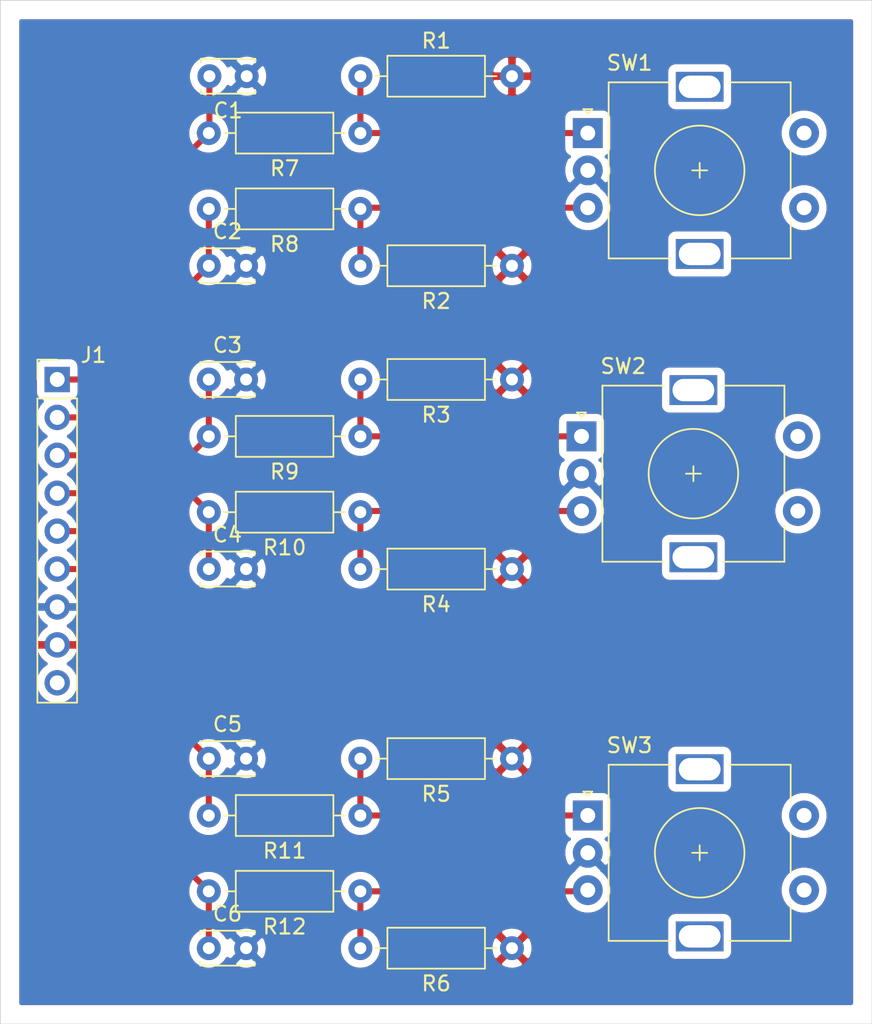
<source format=kicad_pcb>
(kicad_pcb (version 20171130) (host pcbnew "(5.1.0)-1")

  (general
    (thickness 1.6)
    (drawings 4)
    (tracks 46)
    (zones 0)
    (modules 22)
    (nets 22)
  )

  (page A4)
  (layers
    (0 F.Cu signal)
    (31 B.Cu signal)
    (32 B.Adhes user)
    (33 F.Adhes user)
    (34 B.Paste user)
    (35 F.Paste user)
    (36 B.SilkS user)
    (37 F.SilkS user)
    (38 B.Mask user)
    (39 F.Mask user)
    (40 Dwgs.User user)
    (41 Cmts.User user)
    (42 Eco1.User user)
    (43 Eco2.User user)
    (44 Edge.Cuts user)
    (45 Margin user)
    (46 B.CrtYd user)
    (47 F.CrtYd user hide)
    (48 B.Fab user)
    (49 F.Fab user hide)
  )

  (setup
    (last_trace_width 0.4064)
    (trace_clearance 0.2032)
    (zone_clearance 0.2032)
    (zone_45_only no)
    (trace_min 0.2)
    (via_size 0.8128)
    (via_drill 0.4064)
    (via_min_size 0.4)
    (via_min_drill 0.3)
    (uvia_size 0.3048)
    (uvia_drill 0.1016)
    (uvias_allowed no)
    (uvia_min_size 0.2)
    (uvia_min_drill 0.1)
    (edge_width 0.05)
    (segment_width 0.2)
    (pcb_text_width 0.3)
    (pcb_text_size 1.5 1.5)
    (mod_edge_width 0.12)
    (mod_text_size 1 1)
    (mod_text_width 0.15)
    (pad_size 1.524 1.524)
    (pad_drill 0.762)
    (pad_to_mask_clearance 0.051)
    (solder_mask_min_width 0.25)
    (aux_axis_origin 0 0)
    (visible_elements 7FFDFFFF)
    (pcbplotparams
      (layerselection 0x010fc_ffffffff)
      (usegerberextensions false)
      (usegerberattributes false)
      (usegerberadvancedattributes false)
      (creategerberjobfile false)
      (excludeedgelayer true)
      (linewidth 0.100000)
      (plotframeref false)
      (viasonmask false)
      (mode 1)
      (useauxorigin false)
      (hpglpennumber 1)
      (hpglpenspeed 20)
      (hpglpendiameter 15.000000)
      (psnegative false)
      (psa4output false)
      (plotreference true)
      (plotvalue true)
      (plotinvisibletext false)
      (padsonsilk false)
      (subtractmaskfromsilk false)
      (outputformat 4)
      (mirror false)
      (drillshape 0)
      (scaleselection 1)
      (outputdirectory ""))
  )

  (net 0 "")
  (net 1 "Net-(J1-Pad9)")
  (net 2 /enc1_A)
  (net 3 "Net-(SW1-PadS2)")
  (net 4 "Net-(SW1-PadS1)")
  (net 5 "Net-(SW2-PadS2)")
  (net 6 "Net-(SW2-PadS1)")
  (net 7 "Net-(SW3-PadS2)")
  (net 8 "Net-(SW3-PadS1)")
  (net 9 GND)
  (net 10 /enc1_B)
  (net 11 /enc2_A)
  (net 12 /enc2_B)
  (net 13 /enc3_A)
  (net 14 /enc3_B)
  (net 15 +3V3)
  (net 16 "Net-(C1-Pad2)")
  (net 17 "Net-(C2-Pad1)")
  (net 18 "Net-(C3-Pad1)")
  (net 19 "Net-(C4-Pad1)")
  (net 20 "Net-(C5-Pad1)")
  (net 21 "Net-(C6-Pad1)")

  (net_class Default "This is the default net class."
    (clearance 0.2032)
    (trace_width 0.4064)
    (via_dia 0.8128)
    (via_drill 0.4064)
    (uvia_dia 0.3048)
    (uvia_drill 0.1016)
    (diff_pair_width 0.2032)
    (diff_pair_gap 0.254)
    (add_net +3V3)
    (add_net /enc1_A)
    (add_net /enc1_B)
    (add_net /enc2_A)
    (add_net /enc2_B)
    (add_net /enc3_A)
    (add_net /enc3_B)
    (add_net GND)
    (add_net "Net-(C1-Pad2)")
    (add_net "Net-(C2-Pad1)")
    (add_net "Net-(C3-Pad1)")
    (add_net "Net-(C4-Pad1)")
    (add_net "Net-(C5-Pad1)")
    (add_net "Net-(C6-Pad1)")
    (add_net "Net-(J1-Pad9)")
    (add_net "Net-(SW1-PadS1)")
    (add_net "Net-(SW1-PadS2)")
    (add_net "Net-(SW2-PadS1)")
    (add_net "Net-(SW2-PadS2)")
    (add_net "Net-(SW3-PadS1)")
    (add_net "Net-(SW3-PadS2)")
  )

  (module Connector_PinHeader_2.54mm:PinHeader_1x09_P2.54mm_Vertical (layer F.Cu) (tedit 59FED5CC) (tstamp 5CB148DE)
    (at 111.76 81.28)
    (descr "Through hole straight pin header, 1x09, 2.54mm pitch, single row")
    (tags "Through hole pin header THT 1x09 2.54mm single row")
    (path /5CB11553)
    (fp_text reference J1 (at 2.4325 -1.635) (layer F.SilkS)
      (effects (font (size 1 1) (thickness 0.15)))
    )
    (fp_text value Conn_01x09_Male (at 2.4325 11.795) (layer F.Fab)
      (effects (font (size 1 1) (thickness 0.15)))
    )
    (fp_text user %R (at 1 5.08 90) (layer F.Fab)
      (effects (font (size 0.6 0.6) (thickness 0.09)))
    )
    (fp_line (start 1.8 -1.8) (end -1.8 -1.8) (layer F.CrtYd) (width 0.05))
    (fp_line (start 1.8 22.1) (end 1.8 -1.8) (layer F.CrtYd) (width 0.05))
    (fp_line (start -1.8 22.1) (end 1.8 22.1) (layer F.CrtYd) (width 0.05))
    (fp_line (start -1.8 -1.8) (end -1.8 22.1) (layer F.CrtYd) (width 0.05))
    (fp_line (start -1.33 -1.33) (end 0 -1.33) (layer F.SilkS) (width 0.12))
    (fp_line (start -1.33 0) (end -1.33 -1.33) (layer F.SilkS) (width 0.12))
    (fp_line (start -1.33 1.27) (end 1.33 1.27) (layer F.SilkS) (width 0.12))
    (fp_line (start 1.33 1.27) (end 1.33 21.65) (layer F.SilkS) (width 0.12))
    (fp_line (start -1.33 1.27) (end -1.33 21.65) (layer F.SilkS) (width 0.12))
    (fp_line (start -1.33 21.65) (end 1.33 21.65) (layer F.SilkS) (width 0.12))
    (fp_line (start -1.27 -0.635) (end -0.635 -1.27) (layer F.Fab) (width 0.1))
    (fp_line (start -1.27 21.59) (end -1.27 -0.635) (layer F.Fab) (width 0.1))
    (fp_line (start 1.27 21.59) (end -1.27 21.59) (layer F.Fab) (width 0.1))
    (fp_line (start 1.27 -1.27) (end 1.27 21.59) (layer F.Fab) (width 0.1))
    (fp_line (start -0.635 -1.27) (end 1.27 -1.27) (layer F.Fab) (width 0.1))
    (pad 9 thru_hole oval (at 0 20.32) (size 1.7 1.7) (drill 1) (layers *.Cu *.Mask)
      (net 1 "Net-(J1-Pad9)"))
    (pad 8 thru_hole oval (at 0 17.78) (size 1.7 1.7) (drill 1) (layers *.Cu *.Mask)
      (net 15 +3V3))
    (pad 7 thru_hole oval (at 0 15.24) (size 1.7 1.7) (drill 1) (layers *.Cu *.Mask)
      (net 9 GND))
    (pad 6 thru_hole oval (at 0 12.7) (size 1.7 1.7) (drill 1) (layers *.Cu *.Mask)
      (net 21 "Net-(C6-Pad1)"))
    (pad 5 thru_hole oval (at 0 10.16) (size 1.7 1.7) (drill 1) (layers *.Cu *.Mask)
      (net 20 "Net-(C5-Pad1)"))
    (pad 4 thru_hole oval (at 0 7.62) (size 1.7 1.7) (drill 1) (layers *.Cu *.Mask)
      (net 19 "Net-(C4-Pad1)"))
    (pad 3 thru_hole oval (at 0 5.08) (size 1.7 1.7) (drill 1) (layers *.Cu *.Mask)
      (net 18 "Net-(C3-Pad1)"))
    (pad 2 thru_hole oval (at 0 2.54) (size 1.7 1.7) (drill 1) (layers *.Cu *.Mask)
      (net 17 "Net-(C2-Pad1)"))
    (pad 1 thru_hole rect (at 0 0) (size 1.7 1.7) (drill 1) (layers *.Cu *.Mask)
      (net 16 "Net-(C1-Pad2)"))
    (model ${KISYS3DMOD}/Connector_PinHeader_2.54mm.3dshapes/PinHeader_1x09_P2.54mm_Vertical.wrl
      (at (xyz 0 0 0))
      (scale (xyz 1 1 1))
      (rotate (xyz 0 0 0))
    )
  )

  (module Resistor_THT:R_Axial_DIN0207_L6.3mm_D2.5mm_P10.16mm_Horizontal (layer F.Cu) (tedit 5AE5139B) (tstamp 5CB3D081)
    (at 142.24 93.98 180)
    (descr "Resistor, Axial_DIN0207 series, Axial, Horizontal, pin pitch=10.16mm, 0.25W = 1/4W, length*diameter=6.3*2.5mm^2, http://cdn-reichelt.de/documents/datenblatt/B400/1_4W%23YAG.pdf")
    (tags "Resistor Axial_DIN0207 series Axial Horizontal pin pitch 10.16mm 0.25W = 1/4W length 6.3mm diameter 2.5mm")
    (path /5CB45CAF)
    (fp_text reference R4 (at 5.08 -2.37 180) (layer F.SilkS)
      (effects (font (size 1 1) (thickness 0.15)))
    )
    (fp_text value 10K (at 5.08 2.37 180) (layer F.Fab)
      (effects (font (size 1 1) (thickness 0.15)))
    )
    (fp_text user %R (at 5.08 0 180) (layer F.Fab)
      (effects (font (size 1 1) (thickness 0.15)))
    )
    (fp_line (start 11.21 -1.5) (end -1.05 -1.5) (layer F.CrtYd) (width 0.05))
    (fp_line (start 11.21 1.5) (end 11.21 -1.5) (layer F.CrtYd) (width 0.05))
    (fp_line (start -1.05 1.5) (end 11.21 1.5) (layer F.CrtYd) (width 0.05))
    (fp_line (start -1.05 -1.5) (end -1.05 1.5) (layer F.CrtYd) (width 0.05))
    (fp_line (start 9.12 0) (end 8.35 0) (layer F.SilkS) (width 0.12))
    (fp_line (start 1.04 0) (end 1.81 0) (layer F.SilkS) (width 0.12))
    (fp_line (start 8.35 -1.37) (end 1.81 -1.37) (layer F.SilkS) (width 0.12))
    (fp_line (start 8.35 1.37) (end 8.35 -1.37) (layer F.SilkS) (width 0.12))
    (fp_line (start 1.81 1.37) (end 8.35 1.37) (layer F.SilkS) (width 0.12))
    (fp_line (start 1.81 -1.37) (end 1.81 1.37) (layer F.SilkS) (width 0.12))
    (fp_line (start 10.16 0) (end 8.23 0) (layer F.Fab) (width 0.1))
    (fp_line (start 0 0) (end 1.93 0) (layer F.Fab) (width 0.1))
    (fp_line (start 8.23 -1.25) (end 1.93 -1.25) (layer F.Fab) (width 0.1))
    (fp_line (start 8.23 1.25) (end 8.23 -1.25) (layer F.Fab) (width 0.1))
    (fp_line (start 1.93 1.25) (end 8.23 1.25) (layer F.Fab) (width 0.1))
    (fp_line (start 1.93 -1.25) (end 1.93 1.25) (layer F.Fab) (width 0.1))
    (pad 2 thru_hole oval (at 10.16 0 180) (size 1.6 1.6) (drill 0.8) (layers *.Cu *.Mask)
      (net 12 /enc2_B))
    (pad 1 thru_hole circle (at 0 0 180) (size 1.6 1.6) (drill 0.8) (layers *.Cu *.Mask)
      (net 15 +3V3))
    (model ${KISYS3DMOD}/Resistor_THT.3dshapes/R_Axial_DIN0207_L6.3mm_D2.5mm_P10.16mm_Horizontal.wrl
      (at (xyz 0 0 0))
      (scale (xyz 1 1 1))
      (rotate (xyz 0 0 0))
    )
  )

  (module Resistor_THT:R_Axial_DIN0207_L6.3mm_D2.5mm_P10.16mm_Horizontal (layer F.Cu) (tedit 5AE5139B) (tstamp 5CBA306B)
    (at 142.24 119.38 180)
    (descr "Resistor, Axial_DIN0207 series, Axial, Horizontal, pin pitch=10.16mm, 0.25W = 1/4W, length*diameter=6.3*2.5mm^2, http://cdn-reichelt.de/documents/datenblatt/B400/1_4W%23YAG.pdf")
    (tags "Resistor Axial_DIN0207 series Axial Horizontal pin pitch 10.16mm 0.25W = 1/4W length 6.3mm diameter 2.5mm")
    (path /5CB4932F)
    (fp_text reference R6 (at 5.08 -2.37 180) (layer F.SilkS)
      (effects (font (size 1 1) (thickness 0.15)))
    )
    (fp_text value 10K (at 5.08 2.37 180) (layer F.Fab)
      (effects (font (size 1 1) (thickness 0.15)))
    )
    (fp_text user %R (at 5.08 0 180) (layer F.Fab)
      (effects (font (size 1 1) (thickness 0.15)))
    )
    (fp_line (start 11.21 -1.5) (end -1.05 -1.5) (layer F.CrtYd) (width 0.05))
    (fp_line (start 11.21 1.5) (end 11.21 -1.5) (layer F.CrtYd) (width 0.05))
    (fp_line (start -1.05 1.5) (end 11.21 1.5) (layer F.CrtYd) (width 0.05))
    (fp_line (start -1.05 -1.5) (end -1.05 1.5) (layer F.CrtYd) (width 0.05))
    (fp_line (start 9.12 0) (end 8.35 0) (layer F.SilkS) (width 0.12))
    (fp_line (start 1.04 0) (end 1.81 0) (layer F.SilkS) (width 0.12))
    (fp_line (start 8.35 -1.37) (end 1.81 -1.37) (layer F.SilkS) (width 0.12))
    (fp_line (start 8.35 1.37) (end 8.35 -1.37) (layer F.SilkS) (width 0.12))
    (fp_line (start 1.81 1.37) (end 8.35 1.37) (layer F.SilkS) (width 0.12))
    (fp_line (start 1.81 -1.37) (end 1.81 1.37) (layer F.SilkS) (width 0.12))
    (fp_line (start 10.16 0) (end 8.23 0) (layer F.Fab) (width 0.1))
    (fp_line (start 0 0) (end 1.93 0) (layer F.Fab) (width 0.1))
    (fp_line (start 8.23 -1.25) (end 1.93 -1.25) (layer F.Fab) (width 0.1))
    (fp_line (start 8.23 1.25) (end 8.23 -1.25) (layer F.Fab) (width 0.1))
    (fp_line (start 1.93 1.25) (end 8.23 1.25) (layer F.Fab) (width 0.1))
    (fp_line (start 1.93 -1.25) (end 1.93 1.25) (layer F.Fab) (width 0.1))
    (pad 2 thru_hole oval (at 10.16 0 180) (size 1.6 1.6) (drill 0.8) (layers *.Cu *.Mask)
      (net 14 /enc3_B))
    (pad 1 thru_hole circle (at 0 0 180) (size 1.6 1.6) (drill 0.8) (layers *.Cu *.Mask)
      (net 15 +3V3))
    (model ${KISYS3DMOD}/Resistor_THT.3dshapes/R_Axial_DIN0207_L6.3mm_D2.5mm_P10.16mm_Horizontal.wrl
      (at (xyz 0 0 0))
      (scale (xyz 1 1 1))
      (rotate (xyz 0 0 0))
    )
  )

  (module Resistor_THT:R_Axial_DIN0207_L6.3mm_D2.5mm_P10.16mm_Horizontal (layer F.Cu) (tedit 5AE5139B) (tstamp 5CB3D0AF)
    (at 142.24 106.68 180)
    (descr "Resistor, Axial_DIN0207 series, Axial, Horizontal, pin pitch=10.16mm, 0.25W = 1/4W, length*diameter=6.3*2.5mm^2, http://cdn-reichelt.de/documents/datenblatt/B400/1_4W%23YAG.pdf")
    (tags "Resistor Axial_DIN0207 series Axial Horizontal pin pitch 10.16mm 0.25W = 1/4W length 6.3mm diameter 2.5mm")
    (path /5CB48A18)
    (fp_text reference R5 (at 5.08 -2.37 180) (layer F.SilkS)
      (effects (font (size 1 1) (thickness 0.15)))
    )
    (fp_text value 10K (at 5.08 2.37 180) (layer F.Fab)
      (effects (font (size 1 1) (thickness 0.15)))
    )
    (fp_text user %R (at 5.08 0 180) (layer F.Fab)
      (effects (font (size 1 1) (thickness 0.15)))
    )
    (fp_line (start 11.21 -1.5) (end -1.05 -1.5) (layer F.CrtYd) (width 0.05))
    (fp_line (start 11.21 1.5) (end 11.21 -1.5) (layer F.CrtYd) (width 0.05))
    (fp_line (start -1.05 1.5) (end 11.21 1.5) (layer F.CrtYd) (width 0.05))
    (fp_line (start -1.05 -1.5) (end -1.05 1.5) (layer F.CrtYd) (width 0.05))
    (fp_line (start 9.12 0) (end 8.35 0) (layer F.SilkS) (width 0.12))
    (fp_line (start 1.04 0) (end 1.81 0) (layer F.SilkS) (width 0.12))
    (fp_line (start 8.35 -1.37) (end 1.81 -1.37) (layer F.SilkS) (width 0.12))
    (fp_line (start 8.35 1.37) (end 8.35 -1.37) (layer F.SilkS) (width 0.12))
    (fp_line (start 1.81 1.37) (end 8.35 1.37) (layer F.SilkS) (width 0.12))
    (fp_line (start 1.81 -1.37) (end 1.81 1.37) (layer F.SilkS) (width 0.12))
    (fp_line (start 10.16 0) (end 8.23 0) (layer F.Fab) (width 0.1))
    (fp_line (start 0 0) (end 1.93 0) (layer F.Fab) (width 0.1))
    (fp_line (start 8.23 -1.25) (end 1.93 -1.25) (layer F.Fab) (width 0.1))
    (fp_line (start 8.23 1.25) (end 8.23 -1.25) (layer F.Fab) (width 0.1))
    (fp_line (start 1.93 1.25) (end 8.23 1.25) (layer F.Fab) (width 0.1))
    (fp_line (start 1.93 -1.25) (end 1.93 1.25) (layer F.Fab) (width 0.1))
    (pad 2 thru_hole oval (at 10.16 0 180) (size 1.6 1.6) (drill 0.8) (layers *.Cu *.Mask)
      (net 13 /enc3_A))
    (pad 1 thru_hole circle (at 0 0 180) (size 1.6 1.6) (drill 0.8) (layers *.Cu *.Mask)
      (net 15 +3V3))
    (model ${KISYS3DMOD}/Resistor_THT.3dshapes/R_Axial_DIN0207_L6.3mm_D2.5mm_P10.16mm_Horizontal.wrl
      (at (xyz 0 0 0))
      (scale (xyz 1 1 1))
      (rotate (xyz 0 0 0))
    )
  )

  (module Resistor_THT:R_Axial_DIN0207_L6.3mm_D2.5mm_P10.16mm_Horizontal (layer F.Cu) (tedit 5AE5139B) (tstamp 5CB4E4C1)
    (at 132.08 115.57 180)
    (descr "Resistor, Axial_DIN0207 series, Axial, Horizontal, pin pitch=10.16mm, 0.25W = 1/4W, length*diameter=6.3*2.5mm^2, http://cdn-reichelt.de/documents/datenblatt/B400/1_4W%23YAG.pdf")
    (tags "Resistor Axial_DIN0207 series Axial Horizontal pin pitch 10.16mm 0.25W = 1/4W length 6.3mm diameter 2.5mm")
    (path /5CB51ED7)
    (fp_text reference R12 (at 5.08 -2.37 180) (layer F.SilkS)
      (effects (font (size 1 1) (thickness 0.15)))
    )
    (fp_text value 10K (at 5.08 2.37 180) (layer F.Fab)
      (effects (font (size 1 1) (thickness 0.15)))
    )
    (fp_text user %R (at 5.08 0 180) (layer F.Fab)
      (effects (font (size 1 1) (thickness 0.15)))
    )
    (fp_line (start 11.21 -1.5) (end -1.05 -1.5) (layer F.CrtYd) (width 0.05))
    (fp_line (start 11.21 1.5) (end 11.21 -1.5) (layer F.CrtYd) (width 0.05))
    (fp_line (start -1.05 1.5) (end 11.21 1.5) (layer F.CrtYd) (width 0.05))
    (fp_line (start -1.05 -1.5) (end -1.05 1.5) (layer F.CrtYd) (width 0.05))
    (fp_line (start 9.12 0) (end 8.35 0) (layer F.SilkS) (width 0.12))
    (fp_line (start 1.04 0) (end 1.81 0) (layer F.SilkS) (width 0.12))
    (fp_line (start 8.35 -1.37) (end 1.81 -1.37) (layer F.SilkS) (width 0.12))
    (fp_line (start 8.35 1.37) (end 8.35 -1.37) (layer F.SilkS) (width 0.12))
    (fp_line (start 1.81 1.37) (end 8.35 1.37) (layer F.SilkS) (width 0.12))
    (fp_line (start 1.81 -1.37) (end 1.81 1.37) (layer F.SilkS) (width 0.12))
    (fp_line (start 10.16 0) (end 8.23 0) (layer F.Fab) (width 0.1))
    (fp_line (start 0 0) (end 1.93 0) (layer F.Fab) (width 0.1))
    (fp_line (start 8.23 -1.25) (end 1.93 -1.25) (layer F.Fab) (width 0.1))
    (fp_line (start 8.23 1.25) (end 8.23 -1.25) (layer F.Fab) (width 0.1))
    (fp_line (start 1.93 1.25) (end 8.23 1.25) (layer F.Fab) (width 0.1))
    (fp_line (start 1.93 -1.25) (end 1.93 1.25) (layer F.Fab) (width 0.1))
    (pad 2 thru_hole oval (at 10.16 0 180) (size 1.6 1.6) (drill 0.8) (layers *.Cu *.Mask)
      (net 21 "Net-(C6-Pad1)"))
    (pad 1 thru_hole circle (at 0 0 180) (size 1.6 1.6) (drill 0.8) (layers *.Cu *.Mask)
      (net 14 /enc3_B))
    (model ${KISYS3DMOD}/Resistor_THT.3dshapes/R_Axial_DIN0207_L6.3mm_D2.5mm_P10.16mm_Horizontal.wrl
      (at (xyz 0 0 0))
      (scale (xyz 1 1 1))
      (rotate (xyz 0 0 0))
    )
  )

  (module Resistor_THT:R_Axial_DIN0207_L6.3mm_D2.5mm_P10.16mm_Horizontal (layer F.Cu) (tedit 5AE5139B) (tstamp 5CB3D06A)
    (at 132.08 110.49 180)
    (descr "Resistor, Axial_DIN0207 series, Axial, Horizontal, pin pitch=10.16mm, 0.25W = 1/4W, length*diameter=6.3*2.5mm^2, http://cdn-reichelt.de/documents/datenblatt/B400/1_4W%23YAG.pdf")
    (tags "Resistor Axial_DIN0207 series Axial Horizontal pin pitch 10.16mm 0.25W = 1/4W length 6.3mm diameter 2.5mm")
    (path /5CB51AF2)
    (fp_text reference R11 (at 5.08 -2.37 180) (layer F.SilkS)
      (effects (font (size 1 1) (thickness 0.15)))
    )
    (fp_text value 10K (at 5.08 2.37 180) (layer F.Fab)
      (effects (font (size 1 1) (thickness 0.15)))
    )
    (fp_text user %R (at 5.08 0 180) (layer F.Fab)
      (effects (font (size 1 1) (thickness 0.15)))
    )
    (fp_line (start 11.21 -1.5) (end -1.05 -1.5) (layer F.CrtYd) (width 0.05))
    (fp_line (start 11.21 1.5) (end 11.21 -1.5) (layer F.CrtYd) (width 0.05))
    (fp_line (start -1.05 1.5) (end 11.21 1.5) (layer F.CrtYd) (width 0.05))
    (fp_line (start -1.05 -1.5) (end -1.05 1.5) (layer F.CrtYd) (width 0.05))
    (fp_line (start 9.12 0) (end 8.35 0) (layer F.SilkS) (width 0.12))
    (fp_line (start 1.04 0) (end 1.81 0) (layer F.SilkS) (width 0.12))
    (fp_line (start 8.35 -1.37) (end 1.81 -1.37) (layer F.SilkS) (width 0.12))
    (fp_line (start 8.35 1.37) (end 8.35 -1.37) (layer F.SilkS) (width 0.12))
    (fp_line (start 1.81 1.37) (end 8.35 1.37) (layer F.SilkS) (width 0.12))
    (fp_line (start 1.81 -1.37) (end 1.81 1.37) (layer F.SilkS) (width 0.12))
    (fp_line (start 10.16 0) (end 8.23 0) (layer F.Fab) (width 0.1))
    (fp_line (start 0 0) (end 1.93 0) (layer F.Fab) (width 0.1))
    (fp_line (start 8.23 -1.25) (end 1.93 -1.25) (layer F.Fab) (width 0.1))
    (fp_line (start 8.23 1.25) (end 8.23 -1.25) (layer F.Fab) (width 0.1))
    (fp_line (start 1.93 1.25) (end 8.23 1.25) (layer F.Fab) (width 0.1))
    (fp_line (start 1.93 -1.25) (end 1.93 1.25) (layer F.Fab) (width 0.1))
    (pad 2 thru_hole oval (at 10.16 0 180) (size 1.6 1.6) (drill 0.8) (layers *.Cu *.Mask)
      (net 20 "Net-(C5-Pad1)"))
    (pad 1 thru_hole circle (at 0 0 180) (size 1.6 1.6) (drill 0.8) (layers *.Cu *.Mask)
      (net 13 /enc3_A))
    (model ${KISYS3DMOD}/Resistor_THT.3dshapes/R_Axial_DIN0207_L6.3mm_D2.5mm_P10.16mm_Horizontal.wrl
      (at (xyz 0 0 0))
      (scale (xyz 1 1 1))
      (rotate (xyz 0 0 0))
    )
  )

  (module Resistor_THT:R_Axial_DIN0207_L6.3mm_D2.5mm_P10.16mm_Horizontal (layer F.Cu) (tedit 5AE5139B) (tstamp 5CBA2083)
    (at 142.24 81.28 180)
    (descr "Resistor, Axial_DIN0207 series, Axial, Horizontal, pin pitch=10.16mm, 0.25W = 1/4W, length*diameter=6.3*2.5mm^2, http://cdn-reichelt.de/documents/datenblatt/B400/1_4W%23YAG.pdf")
    (tags "Resistor Axial_DIN0207 series Axial Horizontal pin pitch 10.16mm 0.25W = 1/4W length 6.3mm diameter 2.5mm")
    (path /5CB45564)
    (fp_text reference R3 (at 5.08 -2.37 180) (layer F.SilkS)
      (effects (font (size 1 1) (thickness 0.15)))
    )
    (fp_text value 10K (at 5.08 2.37 180) (layer F.Fab)
      (effects (font (size 1 1) (thickness 0.15)))
    )
    (fp_text user %R (at 5.08 0 180) (layer F.Fab)
      (effects (font (size 1 1) (thickness 0.15)))
    )
    (fp_line (start 11.21 -1.5) (end -1.05 -1.5) (layer F.CrtYd) (width 0.05))
    (fp_line (start 11.21 1.5) (end 11.21 -1.5) (layer F.CrtYd) (width 0.05))
    (fp_line (start -1.05 1.5) (end 11.21 1.5) (layer F.CrtYd) (width 0.05))
    (fp_line (start -1.05 -1.5) (end -1.05 1.5) (layer F.CrtYd) (width 0.05))
    (fp_line (start 9.12 0) (end 8.35 0) (layer F.SilkS) (width 0.12))
    (fp_line (start 1.04 0) (end 1.81 0) (layer F.SilkS) (width 0.12))
    (fp_line (start 8.35 -1.37) (end 1.81 -1.37) (layer F.SilkS) (width 0.12))
    (fp_line (start 8.35 1.37) (end 8.35 -1.37) (layer F.SilkS) (width 0.12))
    (fp_line (start 1.81 1.37) (end 8.35 1.37) (layer F.SilkS) (width 0.12))
    (fp_line (start 1.81 -1.37) (end 1.81 1.37) (layer F.SilkS) (width 0.12))
    (fp_line (start 10.16 0) (end 8.23 0) (layer F.Fab) (width 0.1))
    (fp_line (start 0 0) (end 1.93 0) (layer F.Fab) (width 0.1))
    (fp_line (start 8.23 -1.25) (end 1.93 -1.25) (layer F.Fab) (width 0.1))
    (fp_line (start 8.23 1.25) (end 8.23 -1.25) (layer F.Fab) (width 0.1))
    (fp_line (start 1.93 1.25) (end 8.23 1.25) (layer F.Fab) (width 0.1))
    (fp_line (start 1.93 -1.25) (end 1.93 1.25) (layer F.Fab) (width 0.1))
    (pad 2 thru_hole oval (at 10.16 0 180) (size 1.6 1.6) (drill 0.8) (layers *.Cu *.Mask)
      (net 11 /enc2_A))
    (pad 1 thru_hole circle (at 0 0 180) (size 1.6 1.6) (drill 0.8) (layers *.Cu *.Mask)
      (net 15 +3V3))
    (model ${KISYS3DMOD}/Resistor_THT.3dshapes/R_Axial_DIN0207_L6.3mm_D2.5mm_P10.16mm_Horizontal.wrl
      (at (xyz 0 0 0))
      (scale (xyz 1 1 1))
      (rotate (xyz 0 0 0))
    )
  )

  (module Resistor_THT:R_Axial_DIN0207_L6.3mm_D2.5mm_P10.16mm_Horizontal (layer F.Cu) (tedit 5AE5139B) (tstamp 5CB3D03C)
    (at 132.08 90.17 180)
    (descr "Resistor, Axial_DIN0207 series, Axial, Horizontal, pin pitch=10.16mm, 0.25W = 1/4W, length*diameter=6.3*2.5mm^2, http://cdn-reichelt.de/documents/datenblatt/B400/1_4W%23YAG.pdf")
    (tags "Resistor Axial_DIN0207 series Axial Horizontal pin pitch 10.16mm 0.25W = 1/4W length 6.3mm diameter 2.5mm")
    (path /5CB51747)
    (fp_text reference R10 (at 5.08 -2.37 180) (layer F.SilkS)
      (effects (font (size 1 1) (thickness 0.15)))
    )
    (fp_text value 10K (at 5.08 2.37 180) (layer F.Fab)
      (effects (font (size 1 1) (thickness 0.15)))
    )
    (fp_text user %R (at 5.08 0 180) (layer F.Fab)
      (effects (font (size 1 1) (thickness 0.15)))
    )
    (fp_line (start 11.21 -1.5) (end -1.05 -1.5) (layer F.CrtYd) (width 0.05))
    (fp_line (start 11.21 1.5) (end 11.21 -1.5) (layer F.CrtYd) (width 0.05))
    (fp_line (start -1.05 1.5) (end 11.21 1.5) (layer F.CrtYd) (width 0.05))
    (fp_line (start -1.05 -1.5) (end -1.05 1.5) (layer F.CrtYd) (width 0.05))
    (fp_line (start 9.12 0) (end 8.35 0) (layer F.SilkS) (width 0.12))
    (fp_line (start 1.04 0) (end 1.81 0) (layer F.SilkS) (width 0.12))
    (fp_line (start 8.35 -1.37) (end 1.81 -1.37) (layer F.SilkS) (width 0.12))
    (fp_line (start 8.35 1.37) (end 8.35 -1.37) (layer F.SilkS) (width 0.12))
    (fp_line (start 1.81 1.37) (end 8.35 1.37) (layer F.SilkS) (width 0.12))
    (fp_line (start 1.81 -1.37) (end 1.81 1.37) (layer F.SilkS) (width 0.12))
    (fp_line (start 10.16 0) (end 8.23 0) (layer F.Fab) (width 0.1))
    (fp_line (start 0 0) (end 1.93 0) (layer F.Fab) (width 0.1))
    (fp_line (start 8.23 -1.25) (end 1.93 -1.25) (layer F.Fab) (width 0.1))
    (fp_line (start 8.23 1.25) (end 8.23 -1.25) (layer F.Fab) (width 0.1))
    (fp_line (start 1.93 1.25) (end 8.23 1.25) (layer F.Fab) (width 0.1))
    (fp_line (start 1.93 -1.25) (end 1.93 1.25) (layer F.Fab) (width 0.1))
    (pad 2 thru_hole oval (at 10.16 0 180) (size 1.6 1.6) (drill 0.8) (layers *.Cu *.Mask)
      (net 19 "Net-(C4-Pad1)"))
    (pad 1 thru_hole circle (at 0 0 180) (size 1.6 1.6) (drill 0.8) (layers *.Cu *.Mask)
      (net 12 /enc2_B))
    (model ${KISYS3DMOD}/Resistor_THT.3dshapes/R_Axial_DIN0207_L6.3mm_D2.5mm_P10.16mm_Horizontal.wrl
      (at (xyz 0 0 0))
      (scale (xyz 1 1 1))
      (rotate (xyz 0 0 0))
    )
  )

  (module Resistor_THT:R_Axial_DIN0207_L6.3mm_D2.5mm_P10.16mm_Horizontal (layer F.Cu) (tedit 5AE5139B) (tstamp 5CB3D025)
    (at 142.24 73.66 180)
    (descr "Resistor, Axial_DIN0207 series, Axial, Horizontal, pin pitch=10.16mm, 0.25W = 1/4W, length*diameter=6.3*2.5mm^2, http://cdn-reichelt.de/documents/datenblatt/B400/1_4W%23YAG.pdf")
    (tags "Resistor Axial_DIN0207 series Axial Horizontal pin pitch 10.16mm 0.25W = 1/4W length 6.3mm diameter 2.5mm")
    (path /5CB437C6)
    (fp_text reference R2 (at 5.08 -2.37 180) (layer F.SilkS)
      (effects (font (size 1 1) (thickness 0.15)))
    )
    (fp_text value 10K (at 5.08 2.37 180) (layer F.Fab)
      (effects (font (size 1 1) (thickness 0.15)))
    )
    (fp_text user %R (at 5.08 0 180) (layer F.Fab)
      (effects (font (size 1 1) (thickness 0.15)))
    )
    (fp_line (start 11.21 -1.5) (end -1.05 -1.5) (layer F.CrtYd) (width 0.05))
    (fp_line (start 11.21 1.5) (end 11.21 -1.5) (layer F.CrtYd) (width 0.05))
    (fp_line (start -1.05 1.5) (end 11.21 1.5) (layer F.CrtYd) (width 0.05))
    (fp_line (start -1.05 -1.5) (end -1.05 1.5) (layer F.CrtYd) (width 0.05))
    (fp_line (start 9.12 0) (end 8.35 0) (layer F.SilkS) (width 0.12))
    (fp_line (start 1.04 0) (end 1.81 0) (layer F.SilkS) (width 0.12))
    (fp_line (start 8.35 -1.37) (end 1.81 -1.37) (layer F.SilkS) (width 0.12))
    (fp_line (start 8.35 1.37) (end 8.35 -1.37) (layer F.SilkS) (width 0.12))
    (fp_line (start 1.81 1.37) (end 8.35 1.37) (layer F.SilkS) (width 0.12))
    (fp_line (start 1.81 -1.37) (end 1.81 1.37) (layer F.SilkS) (width 0.12))
    (fp_line (start 10.16 0) (end 8.23 0) (layer F.Fab) (width 0.1))
    (fp_line (start 0 0) (end 1.93 0) (layer F.Fab) (width 0.1))
    (fp_line (start 8.23 -1.25) (end 1.93 -1.25) (layer F.Fab) (width 0.1))
    (fp_line (start 8.23 1.25) (end 8.23 -1.25) (layer F.Fab) (width 0.1))
    (fp_line (start 1.93 1.25) (end 8.23 1.25) (layer F.Fab) (width 0.1))
    (fp_line (start 1.93 -1.25) (end 1.93 1.25) (layer F.Fab) (width 0.1))
    (pad 2 thru_hole oval (at 10.16 0 180) (size 1.6 1.6) (drill 0.8) (layers *.Cu *.Mask)
      (net 10 /enc1_B))
    (pad 1 thru_hole circle (at 0 0 180) (size 1.6 1.6) (drill 0.8) (layers *.Cu *.Mask)
      (net 15 +3V3))
    (model ${KISYS3DMOD}/Resistor_THT.3dshapes/R_Axial_DIN0207_L6.3mm_D2.5mm_P10.16mm_Horizontal.wrl
      (at (xyz 0 0 0))
      (scale (xyz 1 1 1))
      (rotate (xyz 0 0 0))
    )
  )

  (module Resistor_THT:R_Axial_DIN0207_L6.3mm_D2.5mm_P10.16mm_Horizontal (layer F.Cu) (tedit 5AE5139B) (tstamp 5CB4E869)
    (at 132.08 85.09 180)
    (descr "Resistor, Axial_DIN0207 series, Axial, Horizontal, pin pitch=10.16mm, 0.25W = 1/4W, length*diameter=6.3*2.5mm^2, http://cdn-reichelt.de/documents/datenblatt/B400/1_4W%23YAG.pdf")
    (tags "Resistor Axial_DIN0207 series Axial Horizontal pin pitch 10.16mm 0.25W = 1/4W length 6.3mm diameter 2.5mm")
    (path /5CB510C6)
    (fp_text reference R9 (at 5.08 -2.37 180) (layer F.SilkS)
      (effects (font (size 1 1) (thickness 0.15)))
    )
    (fp_text value 10K (at 5.08 2.37 180) (layer F.Fab)
      (effects (font (size 1 1) (thickness 0.15)))
    )
    (fp_text user %R (at 5.08 0 180) (layer F.Fab)
      (effects (font (size 1 1) (thickness 0.15)))
    )
    (fp_line (start 11.21 -1.5) (end -1.05 -1.5) (layer F.CrtYd) (width 0.05))
    (fp_line (start 11.21 1.5) (end 11.21 -1.5) (layer F.CrtYd) (width 0.05))
    (fp_line (start -1.05 1.5) (end 11.21 1.5) (layer F.CrtYd) (width 0.05))
    (fp_line (start -1.05 -1.5) (end -1.05 1.5) (layer F.CrtYd) (width 0.05))
    (fp_line (start 9.12 0) (end 8.35 0) (layer F.SilkS) (width 0.12))
    (fp_line (start 1.04 0) (end 1.81 0) (layer F.SilkS) (width 0.12))
    (fp_line (start 8.35 -1.37) (end 1.81 -1.37) (layer F.SilkS) (width 0.12))
    (fp_line (start 8.35 1.37) (end 8.35 -1.37) (layer F.SilkS) (width 0.12))
    (fp_line (start 1.81 1.37) (end 8.35 1.37) (layer F.SilkS) (width 0.12))
    (fp_line (start 1.81 -1.37) (end 1.81 1.37) (layer F.SilkS) (width 0.12))
    (fp_line (start 10.16 0) (end 8.23 0) (layer F.Fab) (width 0.1))
    (fp_line (start 0 0) (end 1.93 0) (layer F.Fab) (width 0.1))
    (fp_line (start 8.23 -1.25) (end 1.93 -1.25) (layer F.Fab) (width 0.1))
    (fp_line (start 8.23 1.25) (end 8.23 -1.25) (layer F.Fab) (width 0.1))
    (fp_line (start 1.93 1.25) (end 8.23 1.25) (layer F.Fab) (width 0.1))
    (fp_line (start 1.93 -1.25) (end 1.93 1.25) (layer F.Fab) (width 0.1))
    (pad 2 thru_hole oval (at 10.16 0 180) (size 1.6 1.6) (drill 0.8) (layers *.Cu *.Mask)
      (net 18 "Net-(C3-Pad1)"))
    (pad 1 thru_hole circle (at 0 0 180) (size 1.6 1.6) (drill 0.8) (layers *.Cu *.Mask)
      (net 11 /enc2_A))
    (model ${KISYS3DMOD}/Resistor_THT.3dshapes/R_Axial_DIN0207_L6.3mm_D2.5mm_P10.16mm_Horizontal.wrl
      (at (xyz 0 0 0))
      (scale (xyz 1 1 1))
      (rotate (xyz 0 0 0))
    )
  )

  (module Resistor_THT:R_Axial_DIN0207_L6.3mm_D2.5mm_P10.16mm_Horizontal (layer F.Cu) (tedit 5AE5139B) (tstamp 5CBA1D40)
    (at 132.08 60.96)
    (descr "Resistor, Axial_DIN0207 series, Axial, Horizontal, pin pitch=10.16mm, 0.25W = 1/4W, length*diameter=6.3*2.5mm^2, http://cdn-reichelt.de/documents/datenblatt/B400/1_4W%23YAG.pdf")
    (tags "Resistor Axial_DIN0207 series Axial Horizontal pin pitch 10.16mm 0.25W = 1/4W length 6.3mm diameter 2.5mm")
    (path /5CB3E2CF)
    (fp_text reference R1 (at 5.08 -2.37) (layer F.SilkS)
      (effects (font (size 1 1) (thickness 0.15)))
    )
    (fp_text value 10K (at 5.08 2.37) (layer F.Fab)
      (effects (font (size 1 1) (thickness 0.15)))
    )
    (fp_text user %R (at 5.08 0) (layer F.Fab)
      (effects (font (size 1 1) (thickness 0.15)))
    )
    (fp_line (start 11.21 -1.5) (end -1.05 -1.5) (layer F.CrtYd) (width 0.05))
    (fp_line (start 11.21 1.5) (end 11.21 -1.5) (layer F.CrtYd) (width 0.05))
    (fp_line (start -1.05 1.5) (end 11.21 1.5) (layer F.CrtYd) (width 0.05))
    (fp_line (start -1.05 -1.5) (end -1.05 1.5) (layer F.CrtYd) (width 0.05))
    (fp_line (start 9.12 0) (end 8.35 0) (layer F.SilkS) (width 0.12))
    (fp_line (start 1.04 0) (end 1.81 0) (layer F.SilkS) (width 0.12))
    (fp_line (start 8.35 -1.37) (end 1.81 -1.37) (layer F.SilkS) (width 0.12))
    (fp_line (start 8.35 1.37) (end 8.35 -1.37) (layer F.SilkS) (width 0.12))
    (fp_line (start 1.81 1.37) (end 8.35 1.37) (layer F.SilkS) (width 0.12))
    (fp_line (start 1.81 -1.37) (end 1.81 1.37) (layer F.SilkS) (width 0.12))
    (fp_line (start 10.16 0) (end 8.23 0) (layer F.Fab) (width 0.1))
    (fp_line (start 0 0) (end 1.93 0) (layer F.Fab) (width 0.1))
    (fp_line (start 8.23 -1.25) (end 1.93 -1.25) (layer F.Fab) (width 0.1))
    (fp_line (start 8.23 1.25) (end 8.23 -1.25) (layer F.Fab) (width 0.1))
    (fp_line (start 1.93 1.25) (end 8.23 1.25) (layer F.Fab) (width 0.1))
    (fp_line (start 1.93 -1.25) (end 1.93 1.25) (layer F.Fab) (width 0.1))
    (pad 2 thru_hole oval (at 10.16 0) (size 1.6 1.6) (drill 0.8) (layers *.Cu *.Mask)
      (net 15 +3V3))
    (pad 1 thru_hole circle (at 0 0) (size 1.6 1.6) (drill 0.8) (layers *.Cu *.Mask)
      (net 2 /enc1_A))
    (model ${KISYS3DMOD}/Resistor_THT.3dshapes/R_Axial_DIN0207_L6.3mm_D2.5mm_P10.16mm_Horizontal.wrl
      (at (xyz 0 0 0))
      (scale (xyz 1 1 1))
      (rotate (xyz 0 0 0))
    )
  )

  (module Resistor_THT:R_Axial_DIN0207_L6.3mm_D2.5mm_P10.16mm_Horizontal (layer F.Cu) (tedit 5AE5139B) (tstamp 5CB3CFE0)
    (at 132.08 69.85 180)
    (descr "Resistor, Axial_DIN0207 series, Axial, Horizontal, pin pitch=10.16mm, 0.25W = 1/4W, length*diameter=6.3*2.5mm^2, http://cdn-reichelt.de/documents/datenblatt/B400/1_4W%23YAG.pdf")
    (tags "Resistor Axial_DIN0207 series Axial Horizontal pin pitch 10.16mm 0.25W = 1/4W length 6.3mm diameter 2.5mm")
    (path /5CB5082A)
    (fp_text reference R8 (at 5.08 -2.37 180) (layer F.SilkS)
      (effects (font (size 1 1) (thickness 0.15)))
    )
    (fp_text value 10K (at 5.08 2.37 180) (layer F.Fab)
      (effects (font (size 1 1) (thickness 0.15)))
    )
    (fp_text user %R (at 5.08 0 180) (layer F.Fab)
      (effects (font (size 1 1) (thickness 0.15)))
    )
    (fp_line (start 11.21 -1.5) (end -1.05 -1.5) (layer F.CrtYd) (width 0.05))
    (fp_line (start 11.21 1.5) (end 11.21 -1.5) (layer F.CrtYd) (width 0.05))
    (fp_line (start -1.05 1.5) (end 11.21 1.5) (layer F.CrtYd) (width 0.05))
    (fp_line (start -1.05 -1.5) (end -1.05 1.5) (layer F.CrtYd) (width 0.05))
    (fp_line (start 9.12 0) (end 8.35 0) (layer F.SilkS) (width 0.12))
    (fp_line (start 1.04 0) (end 1.81 0) (layer F.SilkS) (width 0.12))
    (fp_line (start 8.35 -1.37) (end 1.81 -1.37) (layer F.SilkS) (width 0.12))
    (fp_line (start 8.35 1.37) (end 8.35 -1.37) (layer F.SilkS) (width 0.12))
    (fp_line (start 1.81 1.37) (end 8.35 1.37) (layer F.SilkS) (width 0.12))
    (fp_line (start 1.81 -1.37) (end 1.81 1.37) (layer F.SilkS) (width 0.12))
    (fp_line (start 10.16 0) (end 8.23 0) (layer F.Fab) (width 0.1))
    (fp_line (start 0 0) (end 1.93 0) (layer F.Fab) (width 0.1))
    (fp_line (start 8.23 -1.25) (end 1.93 -1.25) (layer F.Fab) (width 0.1))
    (fp_line (start 8.23 1.25) (end 8.23 -1.25) (layer F.Fab) (width 0.1))
    (fp_line (start 1.93 1.25) (end 8.23 1.25) (layer F.Fab) (width 0.1))
    (fp_line (start 1.93 -1.25) (end 1.93 1.25) (layer F.Fab) (width 0.1))
    (pad 2 thru_hole oval (at 10.16 0 180) (size 1.6 1.6) (drill 0.8) (layers *.Cu *.Mask)
      (net 17 "Net-(C2-Pad1)"))
    (pad 1 thru_hole circle (at 0 0 180) (size 1.6 1.6) (drill 0.8) (layers *.Cu *.Mask)
      (net 10 /enc1_B))
    (model ${KISYS3DMOD}/Resistor_THT.3dshapes/R_Axial_DIN0207_L6.3mm_D2.5mm_P10.16mm_Horizontal.wrl
      (at (xyz 0 0 0))
      (scale (xyz 1 1 1))
      (rotate (xyz 0 0 0))
    )
  )

  (module Resistor_THT:R_Axial_DIN0207_L6.3mm_D2.5mm_P10.16mm_Horizontal (layer F.Cu) (tedit 5AE5139B) (tstamp 5CB3CFC9)
    (at 132.08 64.77 180)
    (descr "Resistor, Axial_DIN0207 series, Axial, Horizontal, pin pitch=10.16mm, 0.25W = 1/4W, length*diameter=6.3*2.5mm^2, http://cdn-reichelt.de/documents/datenblatt/B400/1_4W%23YAG.pdf")
    (tags "Resistor Axial_DIN0207 series Axial Horizontal pin pitch 10.16mm 0.25W = 1/4W length 6.3mm diameter 2.5mm")
    (path /5CB4DC80)
    (fp_text reference R7 (at 5.08 -2.37 180) (layer F.SilkS)
      (effects (font (size 1 1) (thickness 0.15)))
    )
    (fp_text value 10K (at 5.08 2.37 180) (layer F.Fab)
      (effects (font (size 1 1) (thickness 0.15)))
    )
    (fp_text user %R (at 5.08 0 180) (layer F.Fab)
      (effects (font (size 1 1) (thickness 0.15)))
    )
    (fp_line (start 11.21 -1.5) (end -1.05 -1.5) (layer F.CrtYd) (width 0.05))
    (fp_line (start 11.21 1.5) (end 11.21 -1.5) (layer F.CrtYd) (width 0.05))
    (fp_line (start -1.05 1.5) (end 11.21 1.5) (layer F.CrtYd) (width 0.05))
    (fp_line (start -1.05 -1.5) (end -1.05 1.5) (layer F.CrtYd) (width 0.05))
    (fp_line (start 9.12 0) (end 8.35 0) (layer F.SilkS) (width 0.12))
    (fp_line (start 1.04 0) (end 1.81 0) (layer F.SilkS) (width 0.12))
    (fp_line (start 8.35 -1.37) (end 1.81 -1.37) (layer F.SilkS) (width 0.12))
    (fp_line (start 8.35 1.37) (end 8.35 -1.37) (layer F.SilkS) (width 0.12))
    (fp_line (start 1.81 1.37) (end 8.35 1.37) (layer F.SilkS) (width 0.12))
    (fp_line (start 1.81 -1.37) (end 1.81 1.37) (layer F.SilkS) (width 0.12))
    (fp_line (start 10.16 0) (end 8.23 0) (layer F.Fab) (width 0.1))
    (fp_line (start 0 0) (end 1.93 0) (layer F.Fab) (width 0.1))
    (fp_line (start 8.23 -1.25) (end 1.93 -1.25) (layer F.Fab) (width 0.1))
    (fp_line (start 8.23 1.25) (end 8.23 -1.25) (layer F.Fab) (width 0.1))
    (fp_line (start 1.93 1.25) (end 8.23 1.25) (layer F.Fab) (width 0.1))
    (fp_line (start 1.93 -1.25) (end 1.93 1.25) (layer F.Fab) (width 0.1))
    (pad 2 thru_hole oval (at 10.16 0 180) (size 1.6 1.6) (drill 0.8) (layers *.Cu *.Mask)
      (net 16 "Net-(C1-Pad2)"))
    (pad 1 thru_hole circle (at 0 0 180) (size 1.6 1.6) (drill 0.8) (layers *.Cu *.Mask)
      (net 2 /enc1_A))
    (model ${KISYS3DMOD}/Resistor_THT.3dshapes/R_Axial_DIN0207_L6.3mm_D2.5mm_P10.16mm_Horizontal.wrl
      (at (xyz 0 0 0))
      (scale (xyz 1 1 1))
      (rotate (xyz 0 0 0))
    )
  )

  (module Capacitor_THT:C_Disc_D3.4mm_W2.1mm_P2.50mm (layer F.Cu) (tedit 5AE50EF0) (tstamp 5CB3CF76)
    (at 121.92 119.38)
    (descr "C, Disc series, Radial, pin pitch=2.50mm, , diameter*width=3.4*2.1mm^2, Capacitor, http://www.vishay.com/docs/45233/krseries.pdf")
    (tags "C Disc series Radial pin pitch 2.50mm  diameter 3.4mm width 2.1mm Capacitor")
    (path /5CB54F9C)
    (fp_text reference C6 (at 1.25 -2.3) (layer F.SilkS)
      (effects (font (size 1 1) (thickness 0.15)))
    )
    (fp_text value 10n (at 1.25 2.3) (layer F.Fab)
      (effects (font (size 1 1) (thickness 0.15)))
    )
    (fp_text user %R (at 1.25 0) (layer F.Fab)
      (effects (font (size 0.68 0.68) (thickness 0.102)))
    )
    (fp_line (start 3.55 -1.3) (end -1.05 -1.3) (layer F.CrtYd) (width 0.05))
    (fp_line (start 3.55 1.3) (end 3.55 -1.3) (layer F.CrtYd) (width 0.05))
    (fp_line (start -1.05 1.3) (end 3.55 1.3) (layer F.CrtYd) (width 0.05))
    (fp_line (start -1.05 -1.3) (end -1.05 1.3) (layer F.CrtYd) (width 0.05))
    (fp_line (start 3.07 0.925) (end 3.07 1.17) (layer F.SilkS) (width 0.12))
    (fp_line (start 3.07 -1.17) (end 3.07 -0.925) (layer F.SilkS) (width 0.12))
    (fp_line (start -0.57 0.925) (end -0.57 1.17) (layer F.SilkS) (width 0.12))
    (fp_line (start -0.57 -1.17) (end -0.57 -0.925) (layer F.SilkS) (width 0.12))
    (fp_line (start -0.57 1.17) (end 3.07 1.17) (layer F.SilkS) (width 0.12))
    (fp_line (start -0.57 -1.17) (end 3.07 -1.17) (layer F.SilkS) (width 0.12))
    (fp_line (start 2.95 -1.05) (end -0.45 -1.05) (layer F.Fab) (width 0.1))
    (fp_line (start 2.95 1.05) (end 2.95 -1.05) (layer F.Fab) (width 0.1))
    (fp_line (start -0.45 1.05) (end 2.95 1.05) (layer F.Fab) (width 0.1))
    (fp_line (start -0.45 -1.05) (end -0.45 1.05) (layer F.Fab) (width 0.1))
    (pad 2 thru_hole circle (at 2.5 0) (size 1.6 1.6) (drill 0.8) (layers *.Cu *.Mask)
      (net 9 GND))
    (pad 1 thru_hole circle (at 0 0) (size 1.6 1.6) (drill 0.8) (layers *.Cu *.Mask)
      (net 21 "Net-(C6-Pad1)"))
    (model ${KISYS3DMOD}/Capacitor_THT.3dshapes/C_Disc_D3.4mm_W2.1mm_P2.50mm.wrl
      (at (xyz 0 0 0))
      (scale (xyz 1 1 1))
      (rotate (xyz 0 0 0))
    )
  )

  (module Capacitor_THT:C_Disc_D3.4mm_W2.1mm_P2.50mm (layer F.Cu) (tedit 5AE50EF0) (tstamp 5CB3CF61)
    (at 121.92 106.68)
    (descr "C, Disc series, Radial, pin pitch=2.50mm, , diameter*width=3.4*2.1mm^2, Capacitor, http://www.vishay.com/docs/45233/krseries.pdf")
    (tags "C Disc series Radial pin pitch 2.50mm  diameter 3.4mm width 2.1mm Capacitor")
    (path /5CB54A33)
    (fp_text reference C5 (at 1.25 -2.3) (layer F.SilkS)
      (effects (font (size 1 1) (thickness 0.15)))
    )
    (fp_text value 10n (at 1.25 2.3) (layer F.Fab)
      (effects (font (size 1 1) (thickness 0.15)))
    )
    (fp_text user %R (at 1.25 0) (layer F.Fab)
      (effects (font (size 0.68 0.68) (thickness 0.102)))
    )
    (fp_line (start 3.55 -1.3) (end -1.05 -1.3) (layer F.CrtYd) (width 0.05))
    (fp_line (start 3.55 1.3) (end 3.55 -1.3) (layer F.CrtYd) (width 0.05))
    (fp_line (start -1.05 1.3) (end 3.55 1.3) (layer F.CrtYd) (width 0.05))
    (fp_line (start -1.05 -1.3) (end -1.05 1.3) (layer F.CrtYd) (width 0.05))
    (fp_line (start 3.07 0.925) (end 3.07 1.17) (layer F.SilkS) (width 0.12))
    (fp_line (start 3.07 -1.17) (end 3.07 -0.925) (layer F.SilkS) (width 0.12))
    (fp_line (start -0.57 0.925) (end -0.57 1.17) (layer F.SilkS) (width 0.12))
    (fp_line (start -0.57 -1.17) (end -0.57 -0.925) (layer F.SilkS) (width 0.12))
    (fp_line (start -0.57 1.17) (end 3.07 1.17) (layer F.SilkS) (width 0.12))
    (fp_line (start -0.57 -1.17) (end 3.07 -1.17) (layer F.SilkS) (width 0.12))
    (fp_line (start 2.95 -1.05) (end -0.45 -1.05) (layer F.Fab) (width 0.1))
    (fp_line (start 2.95 1.05) (end 2.95 -1.05) (layer F.Fab) (width 0.1))
    (fp_line (start -0.45 1.05) (end 2.95 1.05) (layer F.Fab) (width 0.1))
    (fp_line (start -0.45 -1.05) (end -0.45 1.05) (layer F.Fab) (width 0.1))
    (pad 2 thru_hole circle (at 2.5 0) (size 1.6 1.6) (drill 0.8) (layers *.Cu *.Mask)
      (net 9 GND))
    (pad 1 thru_hole circle (at 0 0) (size 1.6 1.6) (drill 0.8) (layers *.Cu *.Mask)
      (net 20 "Net-(C5-Pad1)"))
    (model ${KISYS3DMOD}/Capacitor_THT.3dshapes/C_Disc_D3.4mm_W2.1mm_P2.50mm.wrl
      (at (xyz 0 0 0))
      (scale (xyz 1 1 1))
      (rotate (xyz 0 0 0))
    )
  )

  (module Capacitor_THT:C_Disc_D3.4mm_W2.1mm_P2.50mm (layer F.Cu) (tedit 5AE50EF0) (tstamp 5CB3CF4C)
    (at 121.92 93.98)
    (descr "C, Disc series, Radial, pin pitch=2.50mm, , diameter*width=3.4*2.1mm^2, Capacitor, http://www.vishay.com/docs/45233/krseries.pdf")
    (tags "C Disc series Radial pin pitch 2.50mm  diameter 3.4mm width 2.1mm Capacitor")
    (path /5CB5453F)
    (fp_text reference C4 (at 1.25 -2.3) (layer F.SilkS)
      (effects (font (size 1 1) (thickness 0.15)))
    )
    (fp_text value 10n (at 1.25 2.3) (layer F.Fab)
      (effects (font (size 1 1) (thickness 0.15)))
    )
    (fp_text user %R (at 1.25 0) (layer F.Fab)
      (effects (font (size 0.68 0.68) (thickness 0.102)))
    )
    (fp_line (start 3.55 -1.3) (end -1.05 -1.3) (layer F.CrtYd) (width 0.05))
    (fp_line (start 3.55 1.3) (end 3.55 -1.3) (layer F.CrtYd) (width 0.05))
    (fp_line (start -1.05 1.3) (end 3.55 1.3) (layer F.CrtYd) (width 0.05))
    (fp_line (start -1.05 -1.3) (end -1.05 1.3) (layer F.CrtYd) (width 0.05))
    (fp_line (start 3.07 0.925) (end 3.07 1.17) (layer F.SilkS) (width 0.12))
    (fp_line (start 3.07 -1.17) (end 3.07 -0.925) (layer F.SilkS) (width 0.12))
    (fp_line (start -0.57 0.925) (end -0.57 1.17) (layer F.SilkS) (width 0.12))
    (fp_line (start -0.57 -1.17) (end -0.57 -0.925) (layer F.SilkS) (width 0.12))
    (fp_line (start -0.57 1.17) (end 3.07 1.17) (layer F.SilkS) (width 0.12))
    (fp_line (start -0.57 -1.17) (end 3.07 -1.17) (layer F.SilkS) (width 0.12))
    (fp_line (start 2.95 -1.05) (end -0.45 -1.05) (layer F.Fab) (width 0.1))
    (fp_line (start 2.95 1.05) (end 2.95 -1.05) (layer F.Fab) (width 0.1))
    (fp_line (start -0.45 1.05) (end 2.95 1.05) (layer F.Fab) (width 0.1))
    (fp_line (start -0.45 -1.05) (end -0.45 1.05) (layer F.Fab) (width 0.1))
    (pad 2 thru_hole circle (at 2.5 0) (size 1.6 1.6) (drill 0.8) (layers *.Cu *.Mask)
      (net 9 GND))
    (pad 1 thru_hole circle (at 0 0) (size 1.6 1.6) (drill 0.8) (layers *.Cu *.Mask)
      (net 19 "Net-(C4-Pad1)"))
    (model ${KISYS3DMOD}/Capacitor_THT.3dshapes/C_Disc_D3.4mm_W2.1mm_P2.50mm.wrl
      (at (xyz 0 0 0))
      (scale (xyz 1 1 1))
      (rotate (xyz 0 0 0))
    )
  )

  (module Capacitor_THT:C_Disc_D3.4mm_W2.1mm_P2.50mm (layer F.Cu) (tedit 5AE50EF0) (tstamp 5CB3CF37)
    (at 121.92 81.28)
    (descr "C, Disc series, Radial, pin pitch=2.50mm, , diameter*width=3.4*2.1mm^2, Capacitor, http://www.vishay.com/docs/45233/krseries.pdf")
    (tags "C Disc series Radial pin pitch 2.50mm  diameter 3.4mm width 2.1mm Capacitor")
    (path /5CB53BCC)
    (fp_text reference C3 (at 1.25 -2.3) (layer F.SilkS)
      (effects (font (size 1 1) (thickness 0.15)))
    )
    (fp_text value 10n (at 1.25 2.3) (layer F.Fab)
      (effects (font (size 1 1) (thickness 0.15)))
    )
    (fp_text user %R (at 1.25 0) (layer F.Fab)
      (effects (font (size 0.68 0.68) (thickness 0.102)))
    )
    (fp_line (start 3.55 -1.3) (end -1.05 -1.3) (layer F.CrtYd) (width 0.05))
    (fp_line (start 3.55 1.3) (end 3.55 -1.3) (layer F.CrtYd) (width 0.05))
    (fp_line (start -1.05 1.3) (end 3.55 1.3) (layer F.CrtYd) (width 0.05))
    (fp_line (start -1.05 -1.3) (end -1.05 1.3) (layer F.CrtYd) (width 0.05))
    (fp_line (start 3.07 0.925) (end 3.07 1.17) (layer F.SilkS) (width 0.12))
    (fp_line (start 3.07 -1.17) (end 3.07 -0.925) (layer F.SilkS) (width 0.12))
    (fp_line (start -0.57 0.925) (end -0.57 1.17) (layer F.SilkS) (width 0.12))
    (fp_line (start -0.57 -1.17) (end -0.57 -0.925) (layer F.SilkS) (width 0.12))
    (fp_line (start -0.57 1.17) (end 3.07 1.17) (layer F.SilkS) (width 0.12))
    (fp_line (start -0.57 -1.17) (end 3.07 -1.17) (layer F.SilkS) (width 0.12))
    (fp_line (start 2.95 -1.05) (end -0.45 -1.05) (layer F.Fab) (width 0.1))
    (fp_line (start 2.95 1.05) (end 2.95 -1.05) (layer F.Fab) (width 0.1))
    (fp_line (start -0.45 1.05) (end 2.95 1.05) (layer F.Fab) (width 0.1))
    (fp_line (start -0.45 -1.05) (end -0.45 1.05) (layer F.Fab) (width 0.1))
    (pad 2 thru_hole circle (at 2.5 0) (size 1.6 1.6) (drill 0.8) (layers *.Cu *.Mask)
      (net 9 GND))
    (pad 1 thru_hole circle (at 0 0) (size 1.6 1.6) (drill 0.8) (layers *.Cu *.Mask)
      (net 18 "Net-(C3-Pad1)"))
    (model ${KISYS3DMOD}/Capacitor_THT.3dshapes/C_Disc_D3.4mm_W2.1mm_P2.50mm.wrl
      (at (xyz 0 0 0))
      (scale (xyz 1 1 1))
      (rotate (xyz 0 0 0))
    )
  )

  (module Capacitor_THT:C_Disc_D3.4mm_W2.1mm_P2.50mm (layer F.Cu) (tedit 5AE50EF0) (tstamp 5CB3CF22)
    (at 121.92 73.66)
    (descr "C, Disc series, Radial, pin pitch=2.50mm, , diameter*width=3.4*2.1mm^2, Capacitor, http://www.vishay.com/docs/45233/krseries.pdf")
    (tags "C Disc series Radial pin pitch 2.50mm  diameter 3.4mm width 2.1mm Capacitor")
    (path /5CB53723)
    (fp_text reference C2 (at 1.25 -2.3) (layer F.SilkS)
      (effects (font (size 1 1) (thickness 0.15)))
    )
    (fp_text value 10n (at 1.25 2.3) (layer F.Fab)
      (effects (font (size 1 1) (thickness 0.15)))
    )
    (fp_text user %R (at 1.25 0) (layer F.Fab)
      (effects (font (size 0.68 0.68) (thickness 0.102)))
    )
    (fp_line (start 3.55 -1.3) (end -1.05 -1.3) (layer F.CrtYd) (width 0.05))
    (fp_line (start 3.55 1.3) (end 3.55 -1.3) (layer F.CrtYd) (width 0.05))
    (fp_line (start -1.05 1.3) (end 3.55 1.3) (layer F.CrtYd) (width 0.05))
    (fp_line (start -1.05 -1.3) (end -1.05 1.3) (layer F.CrtYd) (width 0.05))
    (fp_line (start 3.07 0.925) (end 3.07 1.17) (layer F.SilkS) (width 0.12))
    (fp_line (start 3.07 -1.17) (end 3.07 -0.925) (layer F.SilkS) (width 0.12))
    (fp_line (start -0.57 0.925) (end -0.57 1.17) (layer F.SilkS) (width 0.12))
    (fp_line (start -0.57 -1.17) (end -0.57 -0.925) (layer F.SilkS) (width 0.12))
    (fp_line (start -0.57 1.17) (end 3.07 1.17) (layer F.SilkS) (width 0.12))
    (fp_line (start -0.57 -1.17) (end 3.07 -1.17) (layer F.SilkS) (width 0.12))
    (fp_line (start 2.95 -1.05) (end -0.45 -1.05) (layer F.Fab) (width 0.1))
    (fp_line (start 2.95 1.05) (end 2.95 -1.05) (layer F.Fab) (width 0.1))
    (fp_line (start -0.45 1.05) (end 2.95 1.05) (layer F.Fab) (width 0.1))
    (fp_line (start -0.45 -1.05) (end -0.45 1.05) (layer F.Fab) (width 0.1))
    (pad 2 thru_hole circle (at 2.5 0) (size 1.6 1.6) (drill 0.8) (layers *.Cu *.Mask)
      (net 9 GND))
    (pad 1 thru_hole circle (at 0 0) (size 1.6 1.6) (drill 0.8) (layers *.Cu *.Mask)
      (net 17 "Net-(C2-Pad1)"))
    (model ${KISYS3DMOD}/Capacitor_THT.3dshapes/C_Disc_D3.4mm_W2.1mm_P2.50mm.wrl
      (at (xyz 0 0 0))
      (scale (xyz 1 1 1))
      (rotate (xyz 0 0 0))
    )
  )

  (module Capacitor_THT:C_Disc_D3.4mm_W2.1mm_P2.50mm (layer F.Cu) (tedit 5AE50EF0) (tstamp 5CB3CF0D)
    (at 124.46 60.96 180)
    (descr "C, Disc series, Radial, pin pitch=2.50mm, , diameter*width=3.4*2.1mm^2, Capacitor, http://www.vishay.com/docs/45233/krseries.pdf")
    (tags "C Disc series Radial pin pitch 2.50mm  diameter 3.4mm width 2.1mm Capacitor")
    (path /5CB4BCF4)
    (fp_text reference C1 (at 1.25 -2.3 180) (layer F.SilkS)
      (effects (font (size 1 1) (thickness 0.15)))
    )
    (fp_text value 10n (at 1.25 2.3 180) (layer F.Fab)
      (effects (font (size 1 1) (thickness 0.15)))
    )
    (fp_text user %R (at 1.25 0 180) (layer F.Fab)
      (effects (font (size 0.68 0.68) (thickness 0.102)))
    )
    (fp_line (start 3.55 -1.3) (end -1.05 -1.3) (layer F.CrtYd) (width 0.05))
    (fp_line (start 3.55 1.3) (end 3.55 -1.3) (layer F.CrtYd) (width 0.05))
    (fp_line (start -1.05 1.3) (end 3.55 1.3) (layer F.CrtYd) (width 0.05))
    (fp_line (start -1.05 -1.3) (end -1.05 1.3) (layer F.CrtYd) (width 0.05))
    (fp_line (start 3.07 0.925) (end 3.07 1.17) (layer F.SilkS) (width 0.12))
    (fp_line (start 3.07 -1.17) (end 3.07 -0.925) (layer F.SilkS) (width 0.12))
    (fp_line (start -0.57 0.925) (end -0.57 1.17) (layer F.SilkS) (width 0.12))
    (fp_line (start -0.57 -1.17) (end -0.57 -0.925) (layer F.SilkS) (width 0.12))
    (fp_line (start -0.57 1.17) (end 3.07 1.17) (layer F.SilkS) (width 0.12))
    (fp_line (start -0.57 -1.17) (end 3.07 -1.17) (layer F.SilkS) (width 0.12))
    (fp_line (start 2.95 -1.05) (end -0.45 -1.05) (layer F.Fab) (width 0.1))
    (fp_line (start 2.95 1.05) (end 2.95 -1.05) (layer F.Fab) (width 0.1))
    (fp_line (start -0.45 1.05) (end 2.95 1.05) (layer F.Fab) (width 0.1))
    (fp_line (start -0.45 -1.05) (end -0.45 1.05) (layer F.Fab) (width 0.1))
    (pad 2 thru_hole circle (at 2.5 0 180) (size 1.6 1.6) (drill 0.8) (layers *.Cu *.Mask)
      (net 16 "Net-(C1-Pad2)"))
    (pad 1 thru_hole circle (at 0 0 180) (size 1.6 1.6) (drill 0.8) (layers *.Cu *.Mask)
      (net 9 GND))
    (model ${KISYS3DMOD}/Capacitor_THT.3dshapes/C_Disc_D3.4mm_W2.1mm_P2.50mm.wrl
      (at (xyz 0 0 0))
      (scale (xyz 1 1 1))
      (rotate (xyz 0 0 0))
    )
  )

  (module Rotary_Encoder:RotaryEncoder_Alps_EC11E-Switch_Vertical_H20mm (layer F.Cu) (tedit 5A74C8CB) (tstamp 5CB14950)
    (at 147.32 110.49)
    (descr "Alps rotary encoder, EC12E... with switch, vertical shaft, http://www.alps.com/prod/info/E/HTML/Encoder/Incremental/EC11/EC11E15204A3.html")
    (tags "rotary encoder")
    (path /5CB138B5)
    (fp_text reference SW3 (at 2.8 -4.7) (layer F.SilkS)
      (effects (font (size 1 1) (thickness 0.15)))
    )
    (fp_text value Rotary_Encoder_Switch (at 7.5 10.4) (layer F.Fab)
      (effects (font (size 1 1) (thickness 0.15)))
    )
    (fp_circle (center 7.5 2.5) (end 10.5 2.5) (layer F.Fab) (width 0.12))
    (fp_circle (center 7.5 2.5) (end 10.5 2.5) (layer F.SilkS) (width 0.12))
    (fp_line (start 16 9.6) (end -1.5 9.6) (layer F.CrtYd) (width 0.05))
    (fp_line (start 16 9.6) (end 16 -4.6) (layer F.CrtYd) (width 0.05))
    (fp_line (start -1.5 -4.6) (end -1.5 9.6) (layer F.CrtYd) (width 0.05))
    (fp_line (start -1.5 -4.6) (end 16 -4.6) (layer F.CrtYd) (width 0.05))
    (fp_line (start 2.5 -3.3) (end 13.5 -3.3) (layer F.Fab) (width 0.12))
    (fp_line (start 13.5 -3.3) (end 13.5 8.3) (layer F.Fab) (width 0.12))
    (fp_line (start 13.5 8.3) (end 1.5 8.3) (layer F.Fab) (width 0.12))
    (fp_line (start 1.5 8.3) (end 1.5 -2.2) (layer F.Fab) (width 0.12))
    (fp_line (start 1.5 -2.2) (end 2.5 -3.3) (layer F.Fab) (width 0.12))
    (fp_line (start 9.5 -3.4) (end 13.6 -3.4) (layer F.SilkS) (width 0.12))
    (fp_line (start 13.6 8.4) (end 9.5 8.4) (layer F.SilkS) (width 0.12))
    (fp_line (start 5.5 8.4) (end 1.4 8.4) (layer F.SilkS) (width 0.12))
    (fp_line (start 5.5 -3.4) (end 1.4 -3.4) (layer F.SilkS) (width 0.12))
    (fp_line (start 1.4 -3.4) (end 1.4 8.4) (layer F.SilkS) (width 0.12))
    (fp_line (start 0 -1.3) (end -0.3 -1.6) (layer F.SilkS) (width 0.12))
    (fp_line (start -0.3 -1.6) (end 0.3 -1.6) (layer F.SilkS) (width 0.12))
    (fp_line (start 0.3 -1.6) (end 0 -1.3) (layer F.SilkS) (width 0.12))
    (fp_line (start 7.5 -0.5) (end 7.5 5.5) (layer F.Fab) (width 0.12))
    (fp_line (start 4.5 2.5) (end 10.5 2.5) (layer F.Fab) (width 0.12))
    (fp_line (start 13.6 -3.4) (end 13.6 -1) (layer F.SilkS) (width 0.12))
    (fp_line (start 13.6 1.2) (end 13.6 3.8) (layer F.SilkS) (width 0.12))
    (fp_line (start 13.6 6) (end 13.6 8.4) (layer F.SilkS) (width 0.12))
    (fp_line (start 7.5 2) (end 7.5 3) (layer F.SilkS) (width 0.12))
    (fp_line (start 7 2.5) (end 8 2.5) (layer F.SilkS) (width 0.12))
    (fp_text user %R (at 11.1 6.3) (layer F.Fab)
      (effects (font (size 1 1) (thickness 0.15)))
    )
    (pad A thru_hole rect (at 0 0) (size 2 2) (drill 1) (layers *.Cu *.Mask)
      (net 13 /enc3_A))
    (pad C thru_hole circle (at 0 2.5) (size 2 2) (drill 1) (layers *.Cu *.Mask)
      (net 9 GND))
    (pad B thru_hole circle (at 0 5) (size 2 2) (drill 1) (layers *.Cu *.Mask)
      (net 14 /enc3_B))
    (pad MP thru_hole rect (at 7.5 -3.1) (size 3.2 2) (drill oval 2.8 1.5) (layers *.Cu *.Mask))
    (pad MP thru_hole rect (at 7.5 8.1) (size 3.2 2) (drill oval 2.8 1.5) (layers *.Cu *.Mask))
    (pad S2 thru_hole circle (at 14.5 0) (size 2 2) (drill 1) (layers *.Cu *.Mask)
      (net 7 "Net-(SW3-PadS2)"))
    (pad S1 thru_hole circle (at 14.5 5) (size 2 2) (drill 1) (layers *.Cu *.Mask)
      (net 8 "Net-(SW3-PadS1)"))
    (model ${KISYS3DMOD}/Rotary_Encoder.3dshapes/RotaryEncoder_Alps_EC11E-Switch_Vertical_H20mm.wrl
      (at (xyz 0 0 0))
      (scale (xyz 1 1 1))
      (rotate (xyz 0 0 0))
    )
  )

  (module Rotary_Encoder:RotaryEncoder_Alps_EC11E-Switch_Vertical_H20mm (layer F.Cu) (tedit 5A74C8CB) (tstamp 5CB1492A)
    (at 146.9 85.09)
    (descr "Alps rotary encoder, EC12E... with switch, vertical shaft, http://www.alps.com/prod/info/E/HTML/Encoder/Incremental/EC11/EC11E15204A3.html")
    (tags "rotary encoder")
    (path /5CB1251A)
    (fp_text reference SW2 (at 2.8 -4.7) (layer F.SilkS)
      (effects (font (size 1 1) (thickness 0.15)))
    )
    (fp_text value Rotary_Encoder_Switch (at 7.5 10.4) (layer F.Fab)
      (effects (font (size 1 1) (thickness 0.15)))
    )
    (fp_circle (center 7.5 2.5) (end 10.5 2.5) (layer F.Fab) (width 0.12))
    (fp_circle (center 7.5 2.5) (end 10.5 2.5) (layer F.SilkS) (width 0.12))
    (fp_line (start 16 9.6) (end -1.5 9.6) (layer F.CrtYd) (width 0.05))
    (fp_line (start 16 9.6) (end 16 -4.6) (layer F.CrtYd) (width 0.05))
    (fp_line (start -1.5 -4.6) (end -1.5 9.6) (layer F.CrtYd) (width 0.05))
    (fp_line (start -1.5 -4.6) (end 16 -4.6) (layer F.CrtYd) (width 0.05))
    (fp_line (start 2.5 -3.3) (end 13.5 -3.3) (layer F.Fab) (width 0.12))
    (fp_line (start 13.5 -3.3) (end 13.5 8.3) (layer F.Fab) (width 0.12))
    (fp_line (start 13.5 8.3) (end 1.5 8.3) (layer F.Fab) (width 0.12))
    (fp_line (start 1.5 8.3) (end 1.5 -2.2) (layer F.Fab) (width 0.12))
    (fp_line (start 1.5 -2.2) (end 2.5 -3.3) (layer F.Fab) (width 0.12))
    (fp_line (start 9.5 -3.4) (end 13.6 -3.4) (layer F.SilkS) (width 0.12))
    (fp_line (start 13.6 8.4) (end 9.5 8.4) (layer F.SilkS) (width 0.12))
    (fp_line (start 5.5 8.4) (end 1.4 8.4) (layer F.SilkS) (width 0.12))
    (fp_line (start 5.5 -3.4) (end 1.4 -3.4) (layer F.SilkS) (width 0.12))
    (fp_line (start 1.4 -3.4) (end 1.4 8.4) (layer F.SilkS) (width 0.12))
    (fp_line (start 0 -1.3) (end -0.3 -1.6) (layer F.SilkS) (width 0.12))
    (fp_line (start -0.3 -1.6) (end 0.3 -1.6) (layer F.SilkS) (width 0.12))
    (fp_line (start 0.3 -1.6) (end 0 -1.3) (layer F.SilkS) (width 0.12))
    (fp_line (start 7.5 -0.5) (end 7.5 5.5) (layer F.Fab) (width 0.12))
    (fp_line (start 4.5 2.5) (end 10.5 2.5) (layer F.Fab) (width 0.12))
    (fp_line (start 13.6 -3.4) (end 13.6 -1) (layer F.SilkS) (width 0.12))
    (fp_line (start 13.6 1.2) (end 13.6 3.8) (layer F.SilkS) (width 0.12))
    (fp_line (start 13.6 6) (end 13.6 8.4) (layer F.SilkS) (width 0.12))
    (fp_line (start 7.5 2) (end 7.5 3) (layer F.SilkS) (width 0.12))
    (fp_line (start 7 2.5) (end 8 2.5) (layer F.SilkS) (width 0.12))
    (fp_text user %R (at 11.1 6.3) (layer F.Fab)
      (effects (font (size 1 1) (thickness 0.15)))
    )
    (pad A thru_hole rect (at 0 0) (size 2 2) (drill 1) (layers *.Cu *.Mask)
      (net 11 /enc2_A))
    (pad C thru_hole circle (at 0 2.5) (size 2 2) (drill 1) (layers *.Cu *.Mask)
      (net 9 GND))
    (pad B thru_hole circle (at 0 5) (size 2 2) (drill 1) (layers *.Cu *.Mask)
      (net 12 /enc2_B))
    (pad MP thru_hole rect (at 7.5 -3.1) (size 3.2 2) (drill oval 2.8 1.5) (layers *.Cu *.Mask))
    (pad MP thru_hole rect (at 7.5 8.1) (size 3.2 2) (drill oval 2.8 1.5) (layers *.Cu *.Mask))
    (pad S2 thru_hole circle (at 14.5 0) (size 2 2) (drill 1) (layers *.Cu *.Mask)
      (net 5 "Net-(SW2-PadS2)"))
    (pad S1 thru_hole circle (at 14.5 5) (size 2 2) (drill 1) (layers *.Cu *.Mask)
      (net 6 "Net-(SW2-PadS1)"))
    (model ${KISYS3DMOD}/Rotary_Encoder.3dshapes/RotaryEncoder_Alps_EC11E-Switch_Vertical_H20mm.wrl
      (at (xyz 0 0 0))
      (scale (xyz 1 1 1))
      (rotate (xyz 0 0 0))
    )
  )

  (module Rotary_Encoder:RotaryEncoder_Alps_EC11E-Switch_Vertical_H20mm (layer F.Cu) (tedit 5A74C8CB) (tstamp 5CB14904)
    (at 147.32 64.77)
    (descr "Alps rotary encoder, EC12E... with switch, vertical shaft, http://www.alps.com/prod/info/E/HTML/Encoder/Incremental/EC11/EC11E15204A3.html")
    (tags "rotary encoder")
    (path /5CB0F152)
    (fp_text reference SW1 (at 2.8 -4.7) (layer F.SilkS)
      (effects (font (size 1 1) (thickness 0.15)))
    )
    (fp_text value Rotary_Encoder_Switch (at 7.5 10.4) (layer F.Fab)
      (effects (font (size 1 1) (thickness 0.15)))
    )
    (fp_circle (center 7.5 2.5) (end 10.5 2.5) (layer F.Fab) (width 0.12))
    (fp_circle (center 7.5 2.5) (end 10.5 2.5) (layer F.SilkS) (width 0.12))
    (fp_line (start 16 9.6) (end -1.5 9.6) (layer F.CrtYd) (width 0.05))
    (fp_line (start 16 9.6) (end 16 -4.6) (layer F.CrtYd) (width 0.05))
    (fp_line (start -1.5 -4.6) (end -1.5 9.6) (layer F.CrtYd) (width 0.05))
    (fp_line (start -1.5 -4.6) (end 16 -4.6) (layer F.CrtYd) (width 0.05))
    (fp_line (start 2.5 -3.3) (end 13.5 -3.3) (layer F.Fab) (width 0.12))
    (fp_line (start 13.5 -3.3) (end 13.5 8.3) (layer F.Fab) (width 0.12))
    (fp_line (start 13.5 8.3) (end 1.5 8.3) (layer F.Fab) (width 0.12))
    (fp_line (start 1.5 8.3) (end 1.5 -2.2) (layer F.Fab) (width 0.12))
    (fp_line (start 1.5 -2.2) (end 2.5 -3.3) (layer F.Fab) (width 0.12))
    (fp_line (start 9.5 -3.4) (end 13.6 -3.4) (layer F.SilkS) (width 0.12))
    (fp_line (start 13.6 8.4) (end 9.5 8.4) (layer F.SilkS) (width 0.12))
    (fp_line (start 5.5 8.4) (end 1.4 8.4) (layer F.SilkS) (width 0.12))
    (fp_line (start 5.5 -3.4) (end 1.4 -3.4) (layer F.SilkS) (width 0.12))
    (fp_line (start 1.4 -3.4) (end 1.4 8.4) (layer F.SilkS) (width 0.12))
    (fp_line (start 0 -1.3) (end -0.3 -1.6) (layer F.SilkS) (width 0.12))
    (fp_line (start -0.3 -1.6) (end 0.3 -1.6) (layer F.SilkS) (width 0.12))
    (fp_line (start 0.3 -1.6) (end 0 -1.3) (layer F.SilkS) (width 0.12))
    (fp_line (start 7.5 -0.5) (end 7.5 5.5) (layer F.Fab) (width 0.12))
    (fp_line (start 4.5 2.5) (end 10.5 2.5) (layer F.Fab) (width 0.12))
    (fp_line (start 13.6 -3.4) (end 13.6 -1) (layer F.SilkS) (width 0.12))
    (fp_line (start 13.6 1.2) (end 13.6 3.8) (layer F.SilkS) (width 0.12))
    (fp_line (start 13.6 6) (end 13.6 8.4) (layer F.SilkS) (width 0.12))
    (fp_line (start 7.5 2) (end 7.5 3) (layer F.SilkS) (width 0.12))
    (fp_line (start 7 2.5) (end 8 2.5) (layer F.SilkS) (width 0.12))
    (fp_text user %R (at 11.1 6.3) (layer F.Fab)
      (effects (font (size 1 1) (thickness 0.15)))
    )
    (pad A thru_hole rect (at 0 0) (size 2 2) (drill 1) (layers *.Cu *.Mask)
      (net 2 /enc1_A))
    (pad C thru_hole circle (at 0 2.5) (size 2 2) (drill 1) (layers *.Cu *.Mask)
      (net 9 GND))
    (pad B thru_hole circle (at 0 5) (size 2 2) (drill 1) (layers *.Cu *.Mask)
      (net 10 /enc1_B))
    (pad MP thru_hole rect (at 7.5 -3.1) (size 3.2 2) (drill oval 2.8 1.5) (layers *.Cu *.Mask))
    (pad MP thru_hole rect (at 7.5 8.1) (size 3.2 2) (drill oval 2.8 1.5) (layers *.Cu *.Mask))
    (pad S2 thru_hole circle (at 14.5 0) (size 2 2) (drill 1) (layers *.Cu *.Mask)
      (net 3 "Net-(SW1-PadS2)"))
    (pad S1 thru_hole circle (at 14.5 5) (size 2 2) (drill 1) (layers *.Cu *.Mask)
      (net 4 "Net-(SW1-PadS1)"))
    (model ${KISYS3DMOD}/Rotary_Encoder.3dshapes/RotaryEncoder_Alps_EC11E-Switch_Vertical_H20mm.wrl
      (at (xyz 0 0 0))
      (scale (xyz 1 1 1))
      (rotate (xyz 0 0 0))
    )
  )

  (gr_line (start 107.95 124.46) (end 107.95 55.88) (layer Edge.Cuts) (width 0.05) (tstamp 5CB4FD35))
  (gr_line (start 166.37 124.46) (end 107.95 124.46) (layer Edge.Cuts) (width 0.05))
  (gr_line (start 166.37 55.88) (end 166.37 124.46) (layer Edge.Cuts) (width 0.05))
  (gr_line (start 107.95 55.88) (end 166.37 55.88) (layer Edge.Cuts) (width 0.05))

  (segment (start 132.08 60.96) (end 132.08 64.77) (width 0.4064) (layer F.Cu) (net 2) (status 30))
  (segment (start 147.32 64.77) (end 132.08 64.77) (width 0.4064) (layer F.Cu) (net 2) (status 30))
  (segment (start 147.24 69.85) (end 147.32 69.77) (width 0.4064) (layer F.Cu) (net 10) (status 30))
  (segment (start 132.08 69.85) (end 132.08 73.66) (width 0.4064) (layer F.Cu) (net 10) (status 30))
  (segment (start 132.16 69.77) (end 132.08 69.85) (width 0.4064) (layer F.Cu) (net 10) (status 30))
  (segment (start 147.32 69.77) (end 132.16 69.77) (width 0.4064) (layer F.Cu) (net 10) (status 30))
  (segment (start 146.9 85.09) (end 132.08 85.09) (width 0.4064) (layer F.Cu) (net 11) (status 30))
  (segment (start 132.08 85.09) (end 132.08 81.28) (width 0.4064) (layer F.Cu) (net 11) (status 30))
  (segment (start 146.82 90.17) (end 146.9 90.09) (width 0.4064) (layer F.Cu) (net 12) (status 30))
  (segment (start 132.16 90.09) (end 132.08 90.17) (width 0.4064) (layer F.Cu) (net 12) (status 30))
  (segment (start 146.9 90.09) (end 132.16 90.09) (width 0.4064) (layer F.Cu) (net 12) (status 30))
  (segment (start 132.08 90.17) (end 132.08 93.98) (width 0.4064) (layer F.Cu) (net 12) (status 30))
  (segment (start 147.32 110.49) (end 132.08 110.49) (width 0.4064) (layer F.Cu) (net 13) (status 30))
  (segment (start 132.08 110.49) (end 132.08 106.68) (width 0.4064) (layer F.Cu) (net 13) (status 30))
  (segment (start 132.16 115.49) (end 132.08 115.57) (width 0.4064) (layer F.Cu) (net 14) (status 30))
  (segment (start 147.24 115.57) (end 147.32 115.49) (width 0.4064) (layer F.Cu) (net 14) (status 30))
  (segment (start 132.08 115.57) (end 147.24 115.57) (width 0.4064) (layer F.Cu) (net 14) (tstamp 5CBA309A) (status 30))
  (segment (start 132.08 115.57) (end 132.08 119.38) (width 0.4064) (layer F.Cu) (net 14) (status 30))
  (segment (start 121.96 64.73) (end 121.92 64.77) (width 0.4064) (layer F.Cu) (net 16) (status 30))
  (segment (start 121.96 60.96) (end 121.96 64.73) (width 0.4064) (layer F.Cu) (net 16) (status 30))
  (segment (start 116.84 81.28) (end 111.76 81.28) (width 0.4064) (layer F.Cu) (net 16))
  (segment (start 118.11 80.01) (end 116.84 81.28) (width 0.4064) (layer F.Cu) (net 16))
  (segment (start 121.92 64.77) (end 118.11 68.58) (width 0.4064) (layer F.Cu) (net 16))
  (segment (start 118.11 68.58) (end 118.11 80.01) (width 0.4064) (layer F.Cu) (net 16))
  (segment (start 121.92 73.66) (end 121.92 69.85) (width 0.4064) (layer F.Cu) (net 17) (status 30))
  (segment (start 119.38 76.2) (end 121.92 73.66) (width 0.4064) (layer F.Cu) (net 17))
  (segment (start 112.962081 83.82) (end 111.76 83.82) (width 0.4064) (layer F.Cu) (net 17))
  (segment (start 115.449486 83.82) (end 112.962081 83.82) (width 0.4064) (layer F.Cu) (net 17))
  (segment (start 119.38 79.889486) (end 115.449486 83.82) (width 0.4064) (layer F.Cu) (net 17))
  (segment (start 119.38 76.2) (end 119.38 79.889486) (width 0.4064) (layer F.Cu) (net 17))
  (segment (start 121.92 81.28) (end 121.92 85.09) (width 0.4064) (layer F.Cu) (net 18) (status 30))
  (segment (start 121.92 85.09) (end 120.65 86.36) (width 0.4064) (layer F.Cu) (net 18))
  (segment (start 120.65 86.36) (end 111.76 86.36) (width 0.4064) (layer F.Cu) (net 18))
  (segment (start 121.92 90.17) (end 121.92 93.98) (width 0.4064) (layer F.Cu) (net 19) (status 30))
  (segment (start 121.92 90.17) (end 120.65 88.9) (width 0.4064) (layer F.Cu) (net 19))
  (segment (start 120.65 88.9) (end 111.76 88.9) (width 0.4064) (layer F.Cu) (net 19))
  (segment (start 121.92 110.49) (end 121.92 106.68) (width 0.4064) (layer F.Cu) (net 20))
  (segment (start 119.38 104.14) (end 121.92 106.68) (width 0.4064) (layer F.Cu) (net 20))
  (segment (start 111.76 91.44) (end 115.57 91.44) (width 0.4064) (layer F.Cu) (net 20))
  (segment (start 115.57 91.44) (end 119.38 95.25) (width 0.4064) (layer F.Cu) (net 20))
  (segment (start 119.38 95.25) (end 119.38 104.14) (width 0.4064) (layer F.Cu) (net 20))
  (segment (start 121.92 115.57) (end 121.92 119.38) (width 0.4064) (layer F.Cu) (net 21) (status 30))
  (segment (start 118.11 111.76) (end 121.92 115.57) (width 0.4064) (layer F.Cu) (net 21))
  (segment (start 118.11 111.76) (end 118.11 95.25) (width 0.4064) (layer F.Cu) (net 21))
  (segment (start 118.11 95.25) (end 116.84 93.98) (width 0.4064) (layer F.Cu) (net 21))
  (segment (start 116.84 93.98) (end 111.76 93.98) (width 0.4064) (layer F.Cu) (net 21))

  (zone (net 15) (net_name +3V3) (layer F.Cu) (tstamp 5CBF4937) (hatch edge 0.508)
    (connect_pads (clearance 0.508))
    (min_thickness 0.254)
    (fill yes (arc_segments 32) (thermal_gap 0.508) (thermal_bridge_width 0.508))
    (polygon
      (pts
        (xy 109.22 123.19) (xy 165.1 123.19) (xy 165.1 57.15) (xy 109.22 57.15)
      )
    )
    (filled_polygon
      (pts
        (xy 164.973 123.063) (xy 109.347 123.063) (xy 109.347 101.6) (xy 110.267815 101.6) (xy 110.296487 101.891111)
        (xy 110.381401 102.171034) (xy 110.519294 102.429014) (xy 110.704866 102.655134) (xy 110.930986 102.840706) (xy 111.188966 102.978599)
        (xy 111.468889 103.063513) (xy 111.68705 103.085) (xy 111.83295 103.085) (xy 112.051111 103.063513) (xy 112.331034 102.978599)
        (xy 112.589014 102.840706) (xy 112.815134 102.655134) (xy 113.000706 102.429014) (xy 113.138599 102.171034) (xy 113.223513 101.891111)
        (xy 113.252185 101.6) (xy 113.223513 101.308889) (xy 113.138599 101.028966) (xy 113.000706 100.770986) (xy 112.815134 100.544866)
        (xy 112.589014 100.359294) (xy 112.524477 100.324799) (xy 112.641355 100.255178) (xy 112.857588 100.060269) (xy 113.031641 99.82692)
        (xy 113.156825 99.564099) (xy 113.201476 99.41689) (xy 113.080155 99.187) (xy 111.887 99.187) (xy 111.887 99.207)
        (xy 111.633 99.207) (xy 111.633 99.187) (xy 110.439845 99.187) (xy 110.318524 99.41689) (xy 110.363175 99.564099)
        (xy 110.488359 99.82692) (xy 110.662412 100.060269) (xy 110.878645 100.255178) (xy 110.995523 100.324799) (xy 110.930986 100.359294)
        (xy 110.704866 100.544866) (xy 110.519294 100.770986) (xy 110.381401 101.028966) (xy 110.296487 101.308889) (xy 110.267815 101.6)
        (xy 109.347 101.6) (xy 109.347 83.82) (xy 110.267815 83.82) (xy 110.296487 84.111111) (xy 110.381401 84.391034)
        (xy 110.519294 84.649014) (xy 110.704866 84.875134) (xy 110.930986 85.060706) (xy 110.985791 85.09) (xy 110.930986 85.119294)
        (xy 110.704866 85.304866) (xy 110.519294 85.530986) (xy 110.381401 85.788966) (xy 110.296487 86.068889) (xy 110.267815 86.36)
        (xy 110.296487 86.651111) (xy 110.381401 86.931034) (xy 110.519294 87.189014) (xy 110.704866 87.415134) (xy 110.930986 87.600706)
        (xy 110.985791 87.63) (xy 110.930986 87.659294) (xy 110.704866 87.844866) (xy 110.519294 88.070986) (xy 110.381401 88.328966)
        (xy 110.296487 88.608889) (xy 110.267815 88.9) (xy 110.296487 89.191111) (xy 110.381401 89.471034) (xy 110.519294 89.729014)
        (xy 110.704866 89.955134) (xy 110.930986 90.140706) (xy 110.985791 90.17) (xy 110.930986 90.199294) (xy 110.704866 90.384866)
        (xy 110.519294 90.610986) (xy 110.381401 90.868966) (xy 110.296487 91.148889) (xy 110.267815 91.44) (xy 110.296487 91.731111)
        (xy 110.381401 92.011034) (xy 110.519294 92.269014) (xy 110.704866 92.495134) (xy 110.930986 92.680706) (xy 110.985791 92.71)
        (xy 110.930986 92.739294) (xy 110.704866 92.924866) (xy 110.519294 93.150986) (xy 110.381401 93.408966) (xy 110.296487 93.688889)
        (xy 110.267815 93.98) (xy 110.296487 94.271111) (xy 110.381401 94.551034) (xy 110.519294 94.809014) (xy 110.704866 95.035134)
        (xy 110.930986 95.220706) (xy 110.985791 95.25) (xy 110.930986 95.279294) (xy 110.704866 95.464866) (xy 110.519294 95.690986)
        (xy 110.381401 95.948966) (xy 110.296487 96.228889) (xy 110.267815 96.52) (xy 110.296487 96.811111) (xy 110.381401 97.091034)
        (xy 110.519294 97.349014) (xy 110.704866 97.575134) (xy 110.930986 97.760706) (xy 110.995523 97.795201) (xy 110.878645 97.864822)
        (xy 110.662412 98.059731) (xy 110.488359 98.29308) (xy 110.363175 98.555901) (xy 110.318524 98.70311) (xy 110.439845 98.933)
        (xy 111.633 98.933) (xy 111.633 98.913) (xy 111.887 98.913) (xy 111.887 98.933) (xy 113.080155 98.933)
        (xy 113.201476 98.70311) (xy 113.156825 98.555901) (xy 113.031641 98.29308) (xy 112.857588 98.059731) (xy 112.641355 97.864822)
        (xy 112.524477 97.795201) (xy 112.589014 97.760706) (xy 112.815134 97.575134) (xy 113.000706 97.349014) (xy 113.138599 97.091034)
        (xy 113.223513 96.811111) (xy 113.252185 96.52) (xy 113.223513 96.228889) (xy 113.138599 95.948966) (xy 113.000706 95.690986)
        (xy 112.815134 95.464866) (xy 112.589014 95.279294) (xy 112.534209 95.25) (xy 112.589014 95.220706) (xy 112.815134 95.035134)
        (xy 112.993167 94.8182) (xy 116.492807 94.8182) (xy 117.271801 95.597195) (xy 117.2718 111.718837) (xy 117.267746 111.76)
        (xy 117.2718 111.801163) (xy 117.2718 111.801169) (xy 117.283929 111.924315) (xy 117.331858 112.082316) (xy 117.409691 112.227931)
        (xy 117.514436 112.355564) (xy 117.546418 112.381811) (xy 120.50106 115.336454) (xy 120.478057 115.57) (xy 120.505764 115.851309)
        (xy 120.587818 116.121808) (xy 120.721068 116.371101) (xy 120.900392 116.589608) (xy 121.0818 116.738486) (xy 121.081801 118.214208)
        (xy 121.005241 118.265363) (xy 120.805363 118.465241) (xy 120.64832 118.700273) (xy 120.540147 118.961426) (xy 120.485 119.238665)
        (xy 120.485 119.521335) (xy 120.540147 119.798574) (xy 120.64832 120.059727) (xy 120.805363 120.294759) (xy 121.005241 120.494637)
        (xy 121.240273 120.65168) (xy 121.501426 120.759853) (xy 121.778665 120.815) (xy 122.061335 120.815) (xy 122.338574 120.759853)
        (xy 122.599727 120.65168) (xy 122.834759 120.494637) (xy 123.034637 120.294759) (xy 123.17 120.092173) (xy 123.305363 120.294759)
        (xy 123.505241 120.494637) (xy 123.740273 120.65168) (xy 124.001426 120.759853) (xy 124.278665 120.815) (xy 124.561335 120.815)
        (xy 124.838574 120.759853) (xy 125.099727 120.65168) (xy 125.334759 120.494637) (xy 125.534637 120.294759) (xy 125.69168 120.059727)
        (xy 125.799853 119.798574) (xy 125.855 119.521335) (xy 125.855 119.238665) (xy 125.799853 118.961426) (xy 125.69168 118.700273)
        (xy 125.534637 118.465241) (xy 125.334759 118.265363) (xy 125.099727 118.10832) (xy 124.838574 118.000147) (xy 124.561335 117.945)
        (xy 124.278665 117.945) (xy 124.001426 118.000147) (xy 123.740273 118.10832) (xy 123.505241 118.265363) (xy 123.305363 118.465241)
        (xy 123.17 118.667827) (xy 123.034637 118.465241) (xy 122.834759 118.265363) (xy 122.7582 118.214208) (xy 122.7582 116.738486)
        (xy 122.939608 116.589608) (xy 123.118932 116.371101) (xy 123.252182 116.121808) (xy 123.334236 115.851309) (xy 123.361943 115.57)
        (xy 123.334236 115.288691) (xy 123.252182 115.018192) (xy 123.118932 114.768899) (xy 122.939608 114.550392) (xy 122.721101 114.371068)
        (xy 122.471808 114.237818) (xy 122.201309 114.155764) (xy 121.990492 114.135) (xy 121.849508 114.135) (xy 121.686454 114.15106)
        (xy 118.9482 111.412807) (xy 118.9482 104.893593) (xy 120.502964 106.448357) (xy 120.485 106.538665) (xy 120.485 106.821335)
        (xy 120.540147 107.098574) (xy 120.64832 107.359727) (xy 120.805363 107.594759) (xy 121.005241 107.794637) (xy 121.081801 107.845792)
        (xy 121.0818 109.321514) (xy 120.900392 109.470392) (xy 120.721068 109.688899) (xy 120.587818 109.938192) (xy 120.505764 110.208691)
        (xy 120.478057 110.49) (xy 120.505764 110.771309) (xy 120.587818 111.041808) (xy 120.721068 111.291101) (xy 120.900392 111.509608)
        (xy 121.118899 111.688932) (xy 121.368192 111.822182) (xy 121.638691 111.904236) (xy 121.849508 111.925) (xy 121.990492 111.925)
        (xy 122.201309 111.904236) (xy 122.471808 111.822182) (xy 122.721101 111.688932) (xy 122.939608 111.509608) (xy 123.118932 111.291101)
        (xy 123.252182 111.041808) (xy 123.334236 110.771309) (xy 123.361943 110.49) (xy 123.334236 110.208691) (xy 123.252182 109.938192)
        (xy 123.118932 109.688899) (xy 122.939608 109.470392) (xy 122.7582 109.321514) (xy 122.7582 107.845792) (xy 122.834759 107.794637)
        (xy 123.034637 107.594759) (xy 123.17 107.392173) (xy 123.305363 107.594759) (xy 123.505241 107.794637) (xy 123.740273 107.95168)
        (xy 124.001426 108.059853) (xy 124.278665 108.115) (xy 124.561335 108.115) (xy 124.838574 108.059853) (xy 125.099727 107.95168)
        (xy 125.334759 107.794637) (xy 125.534637 107.594759) (xy 125.69168 107.359727) (xy 125.799853 107.098574) (xy 125.855 106.821335)
        (xy 125.855 106.68) (xy 130.638057 106.68) (xy 130.665764 106.961309) (xy 130.747818 107.231808) (xy 130.881068 107.481101)
        (xy 131.060392 107.699608) (xy 131.241801 107.848486) (xy 131.2418 109.324208) (xy 131.165241 109.375363) (xy 130.965363 109.575241)
        (xy 130.80832 109.810273) (xy 130.700147 110.071426) (xy 130.645 110.348665) (xy 130.645 110.631335) (xy 130.700147 110.908574)
        (xy 130.80832 111.169727) (xy 130.965363 111.404759) (xy 131.165241 111.604637) (xy 131.400273 111.76168) (xy 131.661426 111.869853)
        (xy 131.938665 111.925) (xy 132.221335 111.925) (xy 132.498574 111.869853) (xy 132.759727 111.76168) (xy 132.994759 111.604637)
        (xy 133.194637 111.404759) (xy 133.245792 111.3282) (xy 145.681928 111.3282) (xy 145.681928 111.49) (xy 145.694188 111.614482)
        (xy 145.730498 111.73418) (xy 145.789463 111.844494) (xy 145.868815 111.941185) (xy 145.965506 112.020537) (xy 145.991937 112.034665)
        (xy 145.871082 112.215537) (xy 145.747832 112.513088) (xy 145.685 112.828967) (xy 145.685 113.151033) (xy 145.747832 113.466912)
        (xy 145.871082 113.764463) (xy 146.050013 114.032252) (xy 146.257761 114.24) (xy 146.050013 114.447748) (xy 145.871082 114.715537)
        (xy 145.864346 114.7318) (xy 133.245792 114.7318) (xy 133.194637 114.655241) (xy 132.994759 114.455363) (xy 132.759727 114.29832)
        (xy 132.498574 114.190147) (xy 132.221335 114.135) (xy 131.938665 114.135) (xy 131.661426 114.190147) (xy 131.400273 114.29832)
        (xy 131.165241 114.455363) (xy 130.965363 114.655241) (xy 130.80832 114.890273) (xy 130.700147 115.151426) (xy 130.645 115.428665)
        (xy 130.645 115.711335) (xy 130.700147 115.988574) (xy 130.80832 116.249727) (xy 130.965363 116.484759) (xy 131.165241 116.684637)
        (xy 131.2418 116.735792) (xy 131.241801 118.211514) (xy 131.060392 118.360392) (xy 130.881068 118.578899) (xy 130.747818 118.828192)
        (xy 130.665764 119.098691) (xy 130.638057 119.38) (xy 130.665764 119.661309) (xy 130.747818 119.931808) (xy 130.881068 120.181101)
        (xy 131.060392 120.399608) (xy 131.278899 120.578932) (xy 131.528192 120.712182) (xy 131.798691 120.794236) (xy 132.009508 120.815)
        (xy 132.150492 120.815) (xy 132.361309 120.794236) (xy 132.631808 120.712182) (xy 132.881101 120.578932) (xy 133.099608 120.399608)
        (xy 133.121689 120.372702) (xy 141.426903 120.372702) (xy 141.498486 120.616671) (xy 141.753996 120.737571) (xy 142.028184 120.8063)
        (xy 142.310512 120.820217) (xy 142.59013 120.778787) (xy 142.856292 120.683603) (xy 142.981514 120.616671) (xy 143.053097 120.372702)
        (xy 142.24 119.559605) (xy 141.426903 120.372702) (xy 133.121689 120.372702) (xy 133.278932 120.181101) (xy 133.412182 119.931808)
        (xy 133.494236 119.661309) (xy 133.514998 119.450512) (xy 140.799783 119.450512) (xy 140.841213 119.73013) (xy 140.936397 119.996292)
        (xy 141.003329 120.121514) (xy 141.247298 120.193097) (xy 142.060395 119.38) (xy 142.419605 119.38) (xy 143.232702 120.193097)
        (xy 143.476671 120.121514) (xy 143.597571 119.866004) (xy 143.6663 119.591816) (xy 143.680217 119.309488) (xy 143.638787 119.02987)
        (xy 143.543603 118.763708) (xy 143.476671 118.638486) (xy 143.232702 118.566903) (xy 142.419605 119.38) (xy 142.060395 119.38)
        (xy 141.247298 118.566903) (xy 141.003329 118.638486) (xy 140.882429 118.893996) (xy 140.8137 119.168184) (xy 140.799783 119.450512)
        (xy 133.514998 119.450512) (xy 133.521943 119.38) (xy 133.494236 119.098691) (xy 133.412182 118.828192) (xy 133.278932 118.578899)
        (xy 133.12169 118.387298) (xy 141.426903 118.387298) (xy 142.24 119.200395) (xy 143.053097 118.387298) (xy 142.981514 118.143329)
        (xy 142.726004 118.022429) (xy 142.451816 117.9537) (xy 142.169488 117.939783) (xy 141.88987 117.981213) (xy 141.623708 118.076397)
        (xy 141.498486 118.143329) (xy 141.426903 118.387298) (xy 133.12169 118.387298) (xy 133.099608 118.360392) (xy 132.9182 118.211514)
        (xy 132.9182 117.59) (xy 152.581928 117.59) (xy 152.581928 119.59) (xy 152.594188 119.714482) (xy 152.630498 119.83418)
        (xy 152.689463 119.944494) (xy 152.768815 120.041185) (xy 152.865506 120.120537) (xy 152.97582 120.179502) (xy 153.095518 120.215812)
        (xy 153.22 120.228072) (xy 156.42 120.228072) (xy 156.544482 120.215812) (xy 156.66418 120.179502) (xy 156.774494 120.120537)
        (xy 156.871185 120.041185) (xy 156.950537 119.944494) (xy 157.009502 119.83418) (xy 157.045812 119.714482) (xy 157.058072 119.59)
        (xy 157.058072 117.59) (xy 157.045812 117.465518) (xy 157.009502 117.34582) (xy 156.950537 117.235506) (xy 156.871185 117.138815)
        (xy 156.774494 117.059463) (xy 156.66418 117.000498) (xy 156.544482 116.964188) (xy 156.42 116.951928) (xy 153.22 116.951928)
        (xy 153.095518 116.964188) (xy 152.97582 117.000498) (xy 152.865506 117.059463) (xy 152.768815 117.138815) (xy 152.689463 117.235506)
        (xy 152.630498 117.34582) (xy 152.594188 117.465518) (xy 152.581928 117.59) (xy 132.9182 117.59) (xy 132.9182 116.735792)
        (xy 132.994759 116.684637) (xy 133.194637 116.484759) (xy 133.245792 116.4082) (xy 145.967124 116.4082) (xy 146.050013 116.532252)
        (xy 146.277748 116.759987) (xy 146.545537 116.938918) (xy 146.843088 117.062168) (xy 147.158967 117.125) (xy 147.481033 117.125)
        (xy 147.796912 117.062168) (xy 148.094463 116.938918) (xy 148.362252 116.759987) (xy 148.589987 116.532252) (xy 148.768918 116.264463)
        (xy 148.892168 115.966912) (xy 148.955 115.651033) (xy 148.955 115.328967) (xy 160.185 115.328967) (xy 160.185 115.651033)
        (xy 160.247832 115.966912) (xy 160.371082 116.264463) (xy 160.550013 116.532252) (xy 160.777748 116.759987) (xy 161.045537 116.938918)
        (xy 161.343088 117.062168) (xy 161.658967 117.125) (xy 161.981033 117.125) (xy 162.296912 117.062168) (xy 162.594463 116.938918)
        (xy 162.862252 116.759987) (xy 163.089987 116.532252) (xy 163.268918 116.264463) (xy 163.392168 115.966912) (xy 163.455 115.651033)
        (xy 163.455 115.328967) (xy 163.392168 115.013088) (xy 163.268918 114.715537) (xy 163.089987 114.447748) (xy 162.862252 114.220013)
        (xy 162.594463 114.041082) (xy 162.296912 113.917832) (xy 161.981033 113.855) (xy 161.658967 113.855) (xy 161.343088 113.917832)
        (xy 161.045537 114.041082) (xy 160.777748 114.220013) (xy 160.550013 114.447748) (xy 160.371082 114.715537) (xy 160.247832 115.013088)
        (xy 160.185 115.328967) (xy 148.955 115.328967) (xy 148.892168 115.013088) (xy 148.768918 114.715537) (xy 148.589987 114.447748)
        (xy 148.382239 114.24) (xy 148.589987 114.032252) (xy 148.768918 113.764463) (xy 148.892168 113.466912) (xy 148.955 113.151033)
        (xy 148.955 112.828967) (xy 148.892168 112.513088) (xy 148.768918 112.215537) (xy 148.648063 112.034665) (xy 148.674494 112.020537)
        (xy 148.771185 111.941185) (xy 148.850537 111.844494) (xy 148.909502 111.73418) (xy 148.945812 111.614482) (xy 148.958072 111.49)
        (xy 148.958072 110.328967) (xy 160.185 110.328967) (xy 160.185 110.651033) (xy 160.247832 110.966912) (xy 160.371082 111.264463)
        (xy 160.550013 111.532252) (xy 160.777748 111.759987) (xy 161.045537 111.938918) (xy 161.343088 112.062168) (xy 161.658967 112.125)
        (xy 161.981033 112.125) (xy 162.296912 112.062168) (xy 162.594463 111.938918) (xy 162.862252 111.759987) (xy 163.089987 111.532252)
        (xy 163.268918 111.264463) (xy 163.392168 110.966912) (xy 163.455 110.651033) (xy 163.455 110.328967) (xy 163.392168 110.013088)
        (xy 163.268918 109.715537) (xy 163.089987 109.447748) (xy 162.862252 109.220013) (xy 162.594463 109.041082) (xy 162.296912 108.917832)
        (xy 161.981033 108.855) (xy 161.658967 108.855) (xy 161.343088 108.917832) (xy 161.045537 109.041082) (xy 160.777748 109.220013)
        (xy 160.550013 109.447748) (xy 160.371082 109.715537) (xy 160.247832 110.013088) (xy 160.185 110.328967) (xy 148.958072 110.328967)
        (xy 148.958072 109.49) (xy 148.945812 109.365518) (xy 148.909502 109.24582) (xy 148.850537 109.135506) (xy 148.771185 109.038815)
        (xy 148.674494 108.959463) (xy 148.56418 108.900498) (xy 148.444482 108.864188) (xy 148.32 108.851928) (xy 146.32 108.851928)
        (xy 146.195518 108.864188) (xy 146.07582 108.900498) (xy 145.965506 108.959463) (xy 145.868815 109.038815) (xy 145.789463 109.135506)
        (xy 145.730498 109.24582) (xy 145.694188 109.365518) (xy 145.681928 109.49) (xy 145.681928 109.6518) (xy 133.245792 109.6518)
        (xy 133.194637 109.575241) (xy 132.994759 109.375363) (xy 132.9182 109.324208) (xy 132.9182 107.848486) (xy 133.099608 107.699608)
        (xy 133.121689 107.672702) (xy 141.426903 107.672702) (xy 141.498486 107.916671) (xy 141.753996 108.037571) (xy 142.028184 108.1063)
        (xy 142.310512 108.120217) (xy 142.59013 108.078787) (xy 142.856292 107.983603) (xy 142.981514 107.916671) (xy 143.053097 107.672702)
        (xy 142.24 106.859605) (xy 141.426903 107.672702) (xy 133.121689 107.672702) (xy 133.278932 107.481101) (xy 133.412182 107.231808)
        (xy 133.494236 106.961309) (xy 133.514998 106.750512) (xy 140.799783 106.750512) (xy 140.841213 107.03013) (xy 140.936397 107.296292)
        (xy 141.003329 107.421514) (xy 141.247298 107.493097) (xy 142.060395 106.68) (xy 142.419605 106.68) (xy 143.232702 107.493097)
        (xy 143.476671 107.421514) (xy 143.597571 107.166004) (xy 143.6663 106.891816) (xy 143.680217 106.609488) (xy 143.647697 106.39)
        (xy 152.581928 106.39) (xy 152.581928 108.39) (xy 152.594188 108.514482) (xy 152.630498 108.63418) (xy 152.689463 108.744494)
        (xy 152.768815 108.841185) (xy 152.865506 108.920537) (xy 152.97582 108.979502) (xy 153.095518 109.015812) (xy 153.22 109.028072)
        (xy 156.42 109.028072) (xy 156.544482 109.015812) (xy 156.66418 108.979502) (xy 156.774494 108.920537) (xy 156.871185 108.841185)
        (xy 156.950537 108.744494) (xy 157.009502 108.63418) (xy 157.045812 108.514482) (xy 157.058072 108.39) (xy 157.058072 106.39)
        (xy 157.045812 106.265518) (xy 157.009502 106.14582) (xy 156.950537 106.035506) (xy 156.871185 105.938815) (xy 156.774494 105.859463)
        (xy 156.66418 105.800498) (xy 156.544482 105.764188) (xy 156.42 105.751928) (xy 153.22 105.751928) (xy 153.095518 105.764188)
        (xy 152.97582 105.800498) (xy 152.865506 105.859463) (xy 152.768815 105.938815) (xy 152.689463 106.035506) (xy 152.630498 106.14582)
        (xy 152.594188 106.265518) (xy 152.581928 106.39) (xy 143.647697 106.39) (xy 143.638787 106.32987) (xy 143.543603 106.063708)
        (xy 143.476671 105.938486) (xy 143.232702 105.866903) (xy 142.419605 106.68) (xy 142.060395 106.68) (xy 141.247298 105.866903)
        (xy 141.003329 105.938486) (xy 140.882429 106.193996) (xy 140.8137 106.468184) (xy 140.799783 106.750512) (xy 133.514998 106.750512)
        (xy 133.521943 106.68) (xy 133.494236 106.398691) (xy 133.412182 106.128192) (xy 133.278932 105.878899) (xy 133.12169 105.687298)
        (xy 141.426903 105.687298) (xy 142.24 106.500395) (xy 143.053097 105.687298) (xy 142.981514 105.443329) (xy 142.726004 105.322429)
        (xy 142.451816 105.2537) (xy 142.169488 105.239783) (xy 141.88987 105.281213) (xy 141.623708 105.376397) (xy 141.498486 105.443329)
        (xy 141.426903 105.687298) (xy 133.12169 105.687298) (xy 133.099608 105.660392) (xy 132.881101 105.481068) (xy 132.631808 105.347818)
        (xy 132.361309 105.265764) (xy 132.150492 105.245) (xy 132.009508 105.245) (xy 131.798691 105.265764) (xy 131.528192 105.347818)
        (xy 131.278899 105.481068) (xy 131.060392 105.660392) (xy 130.881068 105.878899) (xy 130.747818 106.128192) (xy 130.665764 106.398691)
        (xy 130.638057 106.68) (xy 125.855 106.68) (xy 125.855 106.538665) (xy 125.799853 106.261426) (xy 125.69168 106.000273)
        (xy 125.534637 105.765241) (xy 125.334759 105.565363) (xy 125.099727 105.40832) (xy 124.838574 105.300147) (xy 124.561335 105.245)
        (xy 124.278665 105.245) (xy 124.001426 105.300147) (xy 123.740273 105.40832) (xy 123.505241 105.565363) (xy 123.305363 105.765241)
        (xy 123.17 105.967827) (xy 123.034637 105.765241) (xy 122.834759 105.565363) (xy 122.599727 105.40832) (xy 122.338574 105.300147)
        (xy 122.061335 105.245) (xy 121.778665 105.245) (xy 121.688357 105.262964) (xy 120.2182 103.792807) (xy 120.2182 95.291163)
        (xy 120.222254 95.25) (xy 120.2182 95.208837) (xy 120.2182 95.20883) (xy 120.206071 95.085684) (xy 120.158142 94.927683)
        (xy 120.080309 94.782068) (xy 119.975564 94.654436) (xy 119.943589 94.628195) (xy 116.191811 90.876418) (xy 116.165564 90.844436)
        (xy 116.037932 90.739691) (xy 115.892317 90.661858) (xy 115.734316 90.613929) (xy 115.61117 90.6018) (xy 115.611163 90.6018)
        (xy 115.57 90.597746) (xy 115.528837 90.6018) (xy 112.993167 90.6018) (xy 112.815134 90.384866) (xy 112.589014 90.199294)
        (xy 112.534209 90.17) (xy 112.589014 90.140706) (xy 112.815134 89.955134) (xy 112.993167 89.7382) (xy 120.302807 89.7382)
        (xy 120.50106 89.936453) (xy 120.478057 90.17) (xy 120.505764 90.451309) (xy 120.587818 90.721808) (xy 120.721068 90.971101)
        (xy 120.900392 91.189608) (xy 121.0818 91.338486) (xy 121.081801 92.814208) (xy 121.005241 92.865363) (xy 120.805363 93.065241)
        (xy 120.64832 93.300273) (xy 120.540147 93.561426) (xy 120.485 93.838665) (xy 120.485 94.121335) (xy 120.540147 94.398574)
        (xy 120.64832 94.659727) (xy 120.805363 94.894759) (xy 121.005241 95.094637) (xy 121.240273 95.25168) (xy 121.501426 95.359853)
        (xy 121.778665 95.415) (xy 122.061335 95.415) (xy 122.338574 95.359853) (xy 122.599727 95.25168) (xy 122.834759 95.094637)
        (xy 123.034637 94.894759) (xy 123.17 94.692173) (xy 123.305363 94.894759) (xy 123.505241 95.094637) (xy 123.740273 95.25168)
        (xy 124.001426 95.359853) (xy 124.278665 95.415) (xy 124.561335 95.415) (xy 124.838574 95.359853) (xy 125.099727 95.25168)
        (xy 125.334759 95.094637) (xy 125.534637 94.894759) (xy 125.69168 94.659727) (xy 125.799853 94.398574) (xy 125.855 94.121335)
        (xy 125.855 93.838665) (xy 125.799853 93.561426) (xy 125.69168 93.300273) (xy 125.534637 93.065241) (xy 125.334759 92.865363)
        (xy 125.099727 92.70832) (xy 124.838574 92.600147) (xy 124.561335 92.545) (xy 124.278665 92.545) (xy 124.001426 92.600147)
        (xy 123.740273 92.70832) (xy 123.505241 92.865363) (xy 123.305363 93.065241) (xy 123.17 93.267827) (xy 123.034637 93.065241)
        (xy 122.834759 92.865363) (xy 122.7582 92.814208) (xy 122.7582 91.338486) (xy 122.939608 91.189608) (xy 123.118932 90.971101)
        (xy 123.252182 90.721808) (xy 123.334236 90.451309) (xy 123.361943 90.17) (xy 123.334236 89.888691) (xy 123.252182 89.618192)
        (xy 123.118932 89.368899) (xy 122.939608 89.150392) (xy 122.721101 88.971068) (xy 122.471808 88.837818) (xy 122.201309 88.755764)
        (xy 121.990492 88.735) (xy 121.849508 88.735) (xy 121.686453 88.75106) (xy 121.271811 88.336418) (xy 121.245564 88.304436)
        (xy 121.117932 88.199691) (xy 120.972317 88.121858) (xy 120.814316 88.073929) (xy 120.69117 88.0618) (xy 120.691163 88.0618)
        (xy 120.65 88.057746) (xy 120.608837 88.0618) (xy 112.993167 88.0618) (xy 112.815134 87.844866) (xy 112.589014 87.659294)
        (xy 112.534209 87.63) (xy 112.589014 87.600706) (xy 112.815134 87.415134) (xy 112.993167 87.1982) (xy 120.608837 87.1982)
        (xy 120.65 87.202254) (xy 120.691163 87.1982) (xy 120.69117 87.1982) (xy 120.814316 87.186071) (xy 120.972317 87.138142)
        (xy 121.117932 87.060309) (xy 121.245564 86.955564) (xy 121.271811 86.923582) (xy 121.686453 86.50894) (xy 121.849508 86.525)
        (xy 121.990492 86.525) (xy 122.201309 86.504236) (xy 122.471808 86.422182) (xy 122.721101 86.288932) (xy 122.939608 86.109608)
        (xy 123.118932 85.891101) (xy 123.252182 85.641808) (xy 123.334236 85.371309) (xy 123.361943 85.09) (xy 123.334236 84.808691)
        (xy 123.252182 84.538192) (xy 123.118932 84.288899) (xy 122.939608 84.070392) (xy 122.7582 83.921514) (xy 122.7582 82.445792)
        (xy 122.834759 82.394637) (xy 123.034637 82.194759) (xy 123.17 81.992173) (xy 123.305363 82.194759) (xy 123.505241 82.394637)
        (xy 123.740273 82.55168) (xy 124.001426 82.659853) (xy 124.278665 82.715) (xy 124.561335 82.715) (xy 124.838574 82.659853)
        (xy 125.099727 82.55168) (xy 125.334759 82.394637) (xy 125.534637 82.194759) (xy 125.69168 81.959727) (xy 125.799853 81.698574)
        (xy 125.855 81.421335) (xy 125.855 81.28) (xy 130.638057 81.28) (xy 130.665764 81.561309) (xy 130.747818 81.831808)
        (xy 130.881068 82.081101) (xy 131.060392 82.299608) (xy 131.241801 82.448486) (xy 131.2418 83.924208) (xy 131.165241 83.975363)
        (xy 130.965363 84.175241) (xy 130.80832 84.410273) (xy 130.700147 84.671426) (xy 130.645 84.948665) (xy 130.645 85.231335)
        (xy 130.700147 85.508574) (xy 130.80832 85.769727) (xy 130.965363 86.004759) (xy 131.165241 86.204637) (xy 131.400273 86.36168)
        (xy 131.661426 86.469853) (xy 131.938665 86.525) (xy 132.221335 86.525) (xy 132.498574 86.469853) (xy 132.759727 86.36168)
        (xy 132.994759 86.204637) (xy 133.194637 86.004759) (xy 133.245792 85.9282) (xy 145.261928 85.9282) (xy 145.261928 86.09)
        (xy 145.274188 86.214482) (xy 145.310498 86.33418) (xy 145.369463 86.444494) (xy 145.448815 86.541185) (xy 145.545506 86.620537)
        (xy 145.571937 86.634665) (xy 145.451082 86.815537) (xy 145.327832 87.113088) (xy 145.265 87.428967) (xy 145.265 87.751033)
        (xy 145.327832 88.066912) (xy 145.451082 88.364463) (xy 145.630013 88.632252) (xy 145.837761 88.84) (xy 145.630013 89.047748)
        (xy 145.49367 89.2518) (xy 133.191196 89.2518) (xy 132.994759 89.055363) (xy 132.759727 88.89832) (xy 132.498574 88.790147)
        (xy 132.221335 88.735) (xy 131.938665 88.735) (xy 131.661426 88.790147) (xy 131.400273 88.89832) (xy 131.165241 89.055363)
        (xy 130.965363 89.255241) (xy 130.80832 89.490273) (xy 130.700147 89.751426) (xy 130.645 90.028665) (xy 130.645 90.311335)
        (xy 130.700147 90.588574) (xy 130.80832 90.849727) (xy 130.965363 91.084759) (xy 131.165241 91.284637) (xy 131.2418 91.335792)
        (xy 131.241801 92.811514) (xy 131.060392 92.960392) (xy 130.881068 93.178899) (xy 130.747818 93.428192) (xy 130.665764 93.698691)
        (xy 130.638057 93.98) (xy 130.665764 94.261309) (xy 130.747818 94.531808) (xy 130.881068 94.781101) (xy 131.060392 94.999608)
        (xy 131.278899 95.178932) (xy 131.528192 95.312182) (xy 131.798691 95.394236) (xy 132.009508 95.415) (xy 132.150492 95.415)
        (xy 132.361309 95.394236) (xy 132.631808 95.312182) (xy 132.881101 95.178932) (xy 133.099608 94.999608) (xy 133.121689 94.972702)
        (xy 141.426903 94.972702) (xy 141.498486 95.216671) (xy 141.753996 95.337571) (xy 142.028184 95.4063) (xy 142.310512 95.420217)
        (xy 142.59013 95.378787) (xy 142.856292 95.283603) (xy 142.981514 95.216671) (xy 143.053097 94.972702) (xy 142.24 94.159605)
        (xy 141.426903 94.972702) (xy 133.121689 94.972702) (xy 133.278932 94.781101) (xy 133.412182 94.531808) (xy 133.494236 94.261309)
        (xy 133.514998 94.050512) (xy 140.799783 94.050512) (xy 140.841213 94.33013) (xy 140.936397 94.596292) (xy 141.003329 94.721514)
        (xy 141.247298 94.793097) (xy 142.060395 93.98) (xy 142.419605 93.98) (xy 143.232702 94.793097) (xy 143.476671 94.721514)
        (xy 143.597571 94.466004) (xy 143.6663 94.191816) (xy 143.680217 93.909488) (xy 143.638787 93.62987) (xy 143.543603 93.363708)
        (xy 143.476671 93.238486) (xy 143.232702 93.166903) (xy 142.419605 93.98) (xy 142.060395 93.98) (xy 141.247298 93.166903)
        (xy 141.003329 93.238486) (xy 140.882429 93.493996) (xy 140.8137 93.768184) (xy 140.799783 94.050512) (xy 133.514998 94.050512)
        (xy 133.521943 93.98) (xy 133.494236 93.698691) (xy 133.412182 93.428192) (xy 133.278932 93.178899) (xy 133.12169 92.987298)
        (xy 141.426903 92.987298) (xy 142.24 93.800395) (xy 143.053097 92.987298) (xy 142.981514 92.743329) (xy 142.726004 92.622429)
        (xy 142.451816 92.5537) (xy 142.169488 92.539783) (xy 141.88987 92.581213) (xy 141.623708 92.676397) (xy 141.498486 92.743329)
        (xy 141.426903 92.987298) (xy 133.12169 92.987298) (xy 133.099608 92.960392) (xy 132.9182 92.811514) (xy 132.9182 92.19)
        (xy 152.161928 92.19) (xy 152.161928 94.19) (xy 152.174188 94.314482) (xy 152.210498 94.43418) (xy 152.269463 94.544494)
        (xy 152.348815 94.641185) (xy 152.445506 94.720537) (xy 152.55582 94.779502) (xy 152.675518 94.815812) (xy 152.8 94.828072)
        (xy 156 94.828072) (xy 156.124482 94.815812) (xy 156.24418 94.779502) (xy 156.354494 94.720537) (xy 156.451185 94.641185)
        (xy 156.530537 94.544494) (xy 156.589502 94.43418) (xy 156.625812 94.314482) (xy 156.638072 94.19) (xy 156.638072 92.19)
        (xy 156.625812 92.065518) (xy 156.589502 91.94582) (xy 156.530537 91.835506) (xy 156.451185 91.738815) (xy 156.354494 91.659463)
        (xy 156.24418 91.600498) (xy 156.124482 91.564188) (xy 156 91.551928) (xy 152.8 91.551928) (xy 152.675518 91.564188)
        (xy 152.55582 91.600498) (xy 152.445506 91.659463) (xy 152.348815 91.738815) (xy 152.269463 91.835506) (xy 152.210498 91.94582)
        (xy 152.174188 92.065518) (xy 152.161928 92.19) (xy 132.9182 92.19) (xy 132.9182 91.335792) (xy 132.994759 91.284637)
        (xy 133.194637 91.084759) (xy 133.299246 90.9282) (xy 145.49367 90.9282) (xy 145.630013 91.132252) (xy 145.857748 91.359987)
        (xy 146.125537 91.538918) (xy 146.423088 91.662168) (xy 146.738967 91.725) (xy 147.061033 91.725) (xy 147.376912 91.662168)
        (xy 147.674463 91.538918) (xy 147.942252 91.359987) (xy 148.169987 91.132252) (xy 148.348918 90.864463) (xy 148.472168 90.566912)
        (xy 148.535 90.251033) (xy 148.535 89.928967) (xy 159.765 89.928967) (xy 159.765 90.251033) (xy 159.827832 90.566912)
        (xy 159.951082 90.864463) (xy 160.130013 91.132252) (xy 160.357748 91.359987) (xy 160.625537 91.538918) (xy 160.923088 91.662168)
        (xy 161.238967 91.725) (xy 161.561033 91.725) (xy 161.876912 91.662168) (xy 162.174463 91.538918) (xy 162.442252 91.359987)
        (xy 162.669987 91.132252) (xy 162.848918 90.864463) (xy 162.972168 90.566912) (xy 163.035 90.251033) (xy 163.035 89.928967)
        (xy 162.972168 89.613088) (xy 162.848918 89.315537) (xy 162.669987 89.047748) (xy 162.442252 88.820013) (xy 162.174463 88.641082)
        (xy 161.876912 88.517832) (xy 161.561033 88.455) (xy 161.238967 88.455) (xy 160.923088 88.517832) (xy 160.625537 88.641082)
        (xy 160.357748 88.820013) (xy 160.130013 89.047748) (xy 159.951082 89.315537) (xy 159.827832 89.613088) (xy 159.765 89.928967)
        (xy 148.535 89.928967) (xy 148.472168 89.613088) (xy 148.348918 89.315537) (xy 148.169987 89.047748) (xy 147.962239 88.84)
        (xy 148.169987 88.632252) (xy 148.348918 88.364463) (xy 148.472168 88.066912) (xy 148.535 87.751033) (xy 148.535 87.428967)
        (xy 148.472168 87.113088) (xy 148.348918 86.815537) (xy 148.228063 86.634665) (xy 148.254494 86.620537) (xy 148.351185 86.541185)
        (xy 148.430537 86.444494) (xy 148.489502 86.33418) (xy 148.525812 86.214482) (xy 148.538072 86.09) (xy 148.538072 84.928967)
        (xy 159.765 84.928967) (xy 159.765 85.251033) (xy 159.827832 85.566912) (xy 159.951082 85.864463) (xy 160.130013 86.132252)
        (xy 160.357748 86.359987) (xy 160.625537 86.538918) (xy 160.923088 86.662168) (xy 161.238967 86.725) (xy 161.561033 86.725)
        (xy 161.876912 86.662168) (xy 162.174463 86.538918) (xy 162.442252 86.359987) (xy 162.669987 86.132252) (xy 162.848918 85.864463)
        (xy 162.972168 85.566912) (xy 163.035 85.251033) (xy 163.035 84.928967) (xy 162.972168 84.613088) (xy 162.848918 84.315537)
        (xy 162.669987 84.047748) (xy 162.442252 83.820013) (xy 162.174463 83.641082) (xy 161.876912 83.517832) (xy 161.561033 83.455)
        (xy 161.238967 83.455) (xy 160.923088 83.517832) (xy 160.625537 83.641082) (xy 160.357748 83.820013) (xy 160.130013 84.047748)
        (xy 159.951082 84.315537) (xy 159.827832 84.613088) (xy 159.765 84.928967) (xy 148.538072 84.928967) (xy 148.538072 84.09)
        (xy 148.525812 83.965518) (xy 148.489502 83.84582) (xy 148.430537 83.735506) (xy 148.351185 83.638815) (xy 148.254494 83.559463)
        (xy 148.14418 83.500498) (xy 148.024482 83.464188) (xy 147.9 83.451928) (xy 145.9 83.451928) (xy 145.775518 83.464188)
        (xy 145.65582 83.500498) (xy 145.545506 83.559463) (xy 145.448815 83.638815) (xy 145.369463 83.735506) (xy 145.310498 83.84582)
        (xy 145.274188 83.965518) (xy 145.261928 84.09) (xy 145.261928 84.2518) (xy 133.245792 84.2518) (xy 133.194637 84.175241)
        (xy 132.994759 83.975363) (xy 132.9182 83.924208) (xy 132.9182 82.448486) (xy 133.099608 82.299608) (xy 133.121689 82.272702)
        (xy 141.426903 82.272702) (xy 141.498486 82.516671) (xy 141.753996 82.637571) (xy 142.028184 82.7063) (xy 142.310512 82.720217)
        (xy 142.59013 82.678787) (xy 142.856292 82.583603) (xy 142.981514 82.516671) (xy 143.053097 82.272702) (xy 142.24 81.459605)
        (xy 141.426903 82.272702) (xy 133.121689 82.272702) (xy 133.278932 82.081101) (xy 133.412182 81.831808) (xy 133.494236 81.561309)
        (xy 133.514998 81.350512) (xy 140.799783 81.350512) (xy 140.841213 81.63013) (xy 140.936397 81.896292) (xy 141.003329 82.021514)
        (xy 141.247298 82.093097) (xy 142.060395 81.28) (xy 142.419605 81.28) (xy 143.232702 82.093097) (xy 143.476671 82.021514)
        (xy 143.597571 81.766004) (xy 143.6663 81.491816) (xy 143.680217 81.209488) (xy 143.647697 80.99) (xy 152.161928 80.99)
        (xy 152.161928 82.99) (xy 152.174188 83.114482) (xy 152.210498 83.23418) (xy 152.269463 83.344494) (xy 152.348815 83.441185)
        (xy 152.445506 83.520537) (xy 152.55582 83.579502) (xy 152.675518 83.615812) (xy 152.8 83.628072) (xy 156 83.628072)
        (xy 156.124482 83.615812) (xy 156.24418 83.579502) (xy 156.354494 83.520537) (xy 156.451185 83.441185) (xy 156.530537 83.344494)
        (xy 156.589502 83.23418) (xy 156.625812 83.114482) (xy 156.638072 82.99) (xy 156.638072 80.99) (xy 156.625812 80.865518)
        (xy 156.589502 80.74582) (xy 156.530537 80.635506) (xy 156.451185 80.538815) (xy 156.354494 80.459463) (xy 156.24418 80.400498)
        (xy 156.124482 80.364188) (xy 156 80.351928) (xy 152.8 80.351928) (xy 152.675518 80.364188) (xy 152.55582 80.400498)
        (xy 152.445506 80.459463) (xy 152.348815 80.538815) (xy 152.269463 80.635506) (xy 152.210498 80.74582) (xy 152.174188 80.865518)
        (xy 152.161928 80.99) (xy 143.647697 80.99) (xy 143.638787 80.92987) (xy 143.543603 80.663708) (xy 143.476671 80.538486)
        (xy 143.232702 80.466903) (xy 142.419605 81.28) (xy 142.060395 81.28) (xy 141.247298 80.466903) (xy 141.003329 80.538486)
        (xy 140.882429 80.793996) (xy 140.8137 81.068184) (xy 140.799783 81.350512) (xy 133.514998 81.350512) (xy 133.521943 81.28)
        (xy 133.494236 80.998691) (xy 133.412182 80.728192) (xy 133.278932 80.478899) (xy 133.12169 80.287298) (xy 141.426903 80.287298)
        (xy 142.24 81.100395) (xy 143.053097 80.287298) (xy 142.981514 80.043329) (xy 142.726004 79.922429) (xy 142.451816 79.8537)
        (xy 142.169488 79.839783) (xy 141.88987 79.881213) (xy 141.623708 79.976397) (xy 141.498486 80.043329) (xy 141.426903 80.287298)
        (xy 133.12169 80.287298) (xy 133.099608 80.260392) (xy 132.881101 80.081068) (xy 132.631808 79.947818) (xy 132.361309 79.865764)
        (xy 132.150492 79.845) (xy 132.009508 79.845) (xy 131.798691 79.865764) (xy 131.528192 79.947818) (xy 131.278899 80.081068)
        (xy 131.060392 80.260392) (xy 130.881068 80.478899) (xy 130.747818 80.728192) (xy 130.665764 80.998691) (xy 130.638057 81.28)
        (xy 125.855 81.28) (xy 125.855 81.138665) (xy 125.799853 80.861426) (xy 125.69168 80.600273) (xy 125.534637 80.365241)
        (xy 125.334759 80.165363) (xy 125.099727 80.00832) (xy 124.838574 79.900147) (xy 124.561335 79.845) (xy 124.278665 79.845)
        (xy 124.001426 79.900147) (xy 123.740273 80.00832) (xy 123.505241 80.165363) (xy 123.305363 80.365241) (xy 123.17 80.567827)
        (xy 123.034637 80.365241) (xy 122.834759 80.165363) (xy 122.599727 80.00832) (xy 122.338574 79.900147) (xy 122.061335 79.845)
        (xy 121.778665 79.845) (xy 121.501426 79.900147) (xy 121.240273 80.00832) (xy 121.005241 80.165363) (xy 120.805363 80.365241)
        (xy 120.64832 80.600273) (xy 120.540147 80.861426) (xy 120.485 81.138665) (xy 120.485 81.421335) (xy 120.540147 81.698574)
        (xy 120.64832 81.959727) (xy 120.805363 82.194759) (xy 121.005241 82.394637) (xy 121.0818 82.445792) (xy 121.081801 83.921514)
        (xy 120.900392 84.070392) (xy 120.721068 84.288899) (xy 120.587818 84.538192) (xy 120.505764 84.808691) (xy 120.478057 85.09)
        (xy 120.50106 85.323547) (xy 120.302807 85.5218) (xy 112.993167 85.5218) (xy 112.815134 85.304866) (xy 112.589014 85.119294)
        (xy 112.534209 85.09) (xy 112.589014 85.060706) (xy 112.815134 84.875134) (xy 112.993167 84.6582) (xy 115.408323 84.6582)
        (xy 115.449486 84.662254) (xy 115.490649 84.6582) (xy 115.490656 84.6582) (xy 115.613802 84.646071) (xy 115.771803 84.598142)
        (xy 115.917418 84.520309) (xy 116.04505 84.415564) (xy 116.071297 84.383582) (xy 119.943588 80.511292) (xy 119.975564 80.48505)
        (xy 120.011059 80.4418) (xy 120.080309 80.357418) (xy 120.117789 80.287298) (xy 120.158142 80.211803) (xy 120.206071 80.053802)
        (xy 120.2182 79.930656) (xy 120.2182 79.930647) (xy 120.222254 79.889487) (xy 120.2182 79.848327) (xy 120.2182 76.547193)
        (xy 121.688357 75.077036) (xy 121.778665 75.095) (xy 122.061335 75.095) (xy 122.338574 75.039853) (xy 122.599727 74.93168)
        (xy 122.834759 74.774637) (xy 123.034637 74.574759) (xy 123.17 74.372173) (xy 123.305363 74.574759) (xy 123.505241 74.774637)
        (xy 123.740273 74.93168) (xy 124.001426 75.039853) (xy 124.278665 75.095) (xy 124.561335 75.095) (xy 124.838574 75.039853)
        (xy 125.099727 74.93168) (xy 125.334759 74.774637) (xy 125.534637 74.574759) (xy 125.69168 74.339727) (xy 125.799853 74.078574)
        (xy 125.855 73.801335) (xy 125.855 73.66) (xy 130.638057 73.66) (xy 130.665764 73.941309) (xy 130.747818 74.211808)
        (xy 130.881068 74.461101) (xy 131.060392 74.679608) (xy 131.278899 74.858932) (xy 131.528192 74.992182) (xy 131.798691 75.074236)
        (xy 132.009508 75.095) (xy 132.150492 75.095) (xy 132.361309 75.074236) (xy 132.631808 74.992182) (xy 132.881101 74.858932)
        (xy 133.099608 74.679608) (xy 133.121689 74.652702) (xy 141.426903 74.652702) (xy 141.498486 74.896671) (xy 141.753996 75.017571)
        (xy 142.028184 75.0863) (xy 142.310512 75.100217) (xy 142.59013 75.058787) (xy 142.856292 74.963603) (xy 142.981514 74.896671)
        (xy 143.053097 74.652702) (xy 142.24 73.839605) (xy 141.426903 74.652702) (xy 133.121689 74.652702) (xy 133.278932 74.461101)
        (xy 133.412182 74.211808) (xy 133.494236 73.941309) (xy 133.514998 73.730512) (xy 140.799783 73.730512) (xy 140.841213 74.01013)
        (xy 140.936397 74.276292) (xy 141.003329 74.401514) (xy 141.247298 74.473097) (xy 142.060395 73.66) (xy 142.419605 73.66)
        (xy 143.232702 74.473097) (xy 143.476671 74.401514) (xy 143.597571 74.146004) (xy 143.6663 73.871816) (xy 143.680217 73.589488)
        (xy 143.638787 73.30987) (xy 143.543603 73.043708) (xy 143.476671 72.918486) (xy 143.232702 72.846903) (xy 142.419605 73.66)
        (xy 142.060395 73.66) (xy 141.247298 72.846903) (xy 141.003329 72.918486) (xy 140.882429 73.173996) (xy 140.8137 73.448184)
        (xy 140.799783 73.730512) (xy 133.514998 73.730512) (xy 133.521943 73.66) (xy 133.494236 73.378691) (xy 133.412182 73.108192)
        (xy 133.278932 72.858899) (xy 133.12169 72.667298) (xy 141.426903 72.667298) (xy 142.24 73.480395) (xy 143.053097 72.667298)
        (xy 142.981514 72.423329) (xy 142.726004 72.302429) (xy 142.451816 72.2337) (xy 142.169488 72.219783) (xy 141.88987 72.261213)
        (xy 141.623708 72.356397) (xy 141.498486 72.423329) (xy 141.426903 72.667298) (xy 133.12169 72.667298) (xy 133.099608 72.640392)
        (xy 132.9182 72.491514) (xy 132.9182 71.87) (xy 152.581928 71.87) (xy 152.581928 73.87) (xy 152.594188 73.994482)
        (xy 152.630498 74.11418) (xy 152.689463 74.224494) (xy 152.768815 74.321185) (xy 152.865506 74.400537) (xy 152.97582 74.459502)
        (xy 153.095518 74.495812) (xy 153.22 74.508072) (xy 156.42 74.508072) (xy 156.544482 74.495812) (xy 156.66418 74.459502)
        (xy 156.774494 74.400537) (xy 156.871185 74.321185) (xy 156.950537 74.224494) (xy 157.009502 74.11418) (xy 157.045812 73.994482)
        (xy 157.058072 73.87) (xy 157.058072 71.87) (xy 157.045812 71.745518) (xy 157.009502 71.62582) (xy 156.950537 71.515506)
        (xy 156.871185 71.418815) (xy 156.774494 71.339463) (xy 156.66418 71.280498) (xy 156.544482 71.244188) (xy 156.42 71.231928)
        (xy 153.22 71.231928) (xy 153.095518 71.244188) (xy 152.97582 71.280498) (xy 152.865506 71.339463) (xy 152.768815 71.418815)
        (xy 152.689463 71.515506) (xy 152.630498 71.62582) (xy 152.594188 71.745518) (xy 152.581928 71.87) (xy 132.9182 71.87)
        (xy 132.9182 71.015792) (xy 132.994759 70.964637) (xy 133.194637 70.764759) (xy 133.299246 70.6082) (xy 145.91367 70.6082)
        (xy 146.050013 70.812252) (xy 146.277748 71.039987) (xy 146.545537 71.218918) (xy 146.843088 71.342168) (xy 147.158967 71.405)
        (xy 147.481033 71.405) (xy 147.796912 71.342168) (xy 148.094463 71.218918) (xy 148.362252 71.039987) (xy 148.589987 70.812252)
        (xy 148.768918 70.544463) (xy 148.892168 70.246912) (xy 148.955 69.931033) (xy 148.955 69.608967) (xy 160.185 69.608967)
        (xy 160.185 69.931033) (xy 160.247832 70.246912) (xy 160.371082 70.544463) (xy 160.550013 70.812252) (xy 160.777748 71.039987)
        (xy 161.045537 71.218918) (xy 161.343088 71.342168) (xy 161.658967 71.405) (xy 161.981033 71.405) (xy 162.296912 71.342168)
        (xy 162.594463 71.218918) (xy 162.862252 71.039987) (xy 163.089987 70.812252) (xy 163.268918 70.544463) (xy 163.392168 70.246912)
        (xy 163.455 69.931033) (xy 163.455 69.608967) (xy 163.392168 69.293088) (xy 163.268918 68.995537) (xy 163.089987 68.727748)
        (xy 162.862252 68.500013) (xy 162.594463 68.321082) (xy 162.296912 68.197832) (xy 161.981033 68.135) (xy 161.658967 68.135)
        (xy 161.343088 68.197832) (xy 161.045537 68.321082) (xy 160.777748 68.500013) (xy 160.550013 68.727748) (xy 160.371082 68.995537)
        (xy 160.247832 69.293088) (xy 160.185 69.608967) (xy 148.955 69.608967) (xy 148.892168 69.293088) (xy 148.768918 68.995537)
        (xy 148.589987 68.727748) (xy 148.382239 68.52) (xy 148.589987 68.312252) (xy 148.768918 68.044463) (xy 148.892168 67.746912)
        (xy 148.955 67.431033) (xy 148.955 67.108967) (xy 148.892168 66.793088) (xy 148.768918 66.495537) (xy 148.648063 66.314665)
        (xy 148.674494 66.300537) (xy 148.771185 66.221185) (xy 148.850537 66.124494) (xy 148.909502 66.01418) (xy 148.945812 65.894482)
        (xy 148.958072 65.77) (xy 148.958072 64.608967) (xy 160.185 64.608967) (xy 160.185 64.931033) (xy 160.247832 65.246912)
        (xy 160.371082 65.544463) (xy 160.550013 65.812252) (xy 160.777748 66.039987) (xy 161.045537 66.218918) (xy 161.343088 66.342168)
        (xy 161.658967 66.405) (xy 161.981033 66.405) (xy 162.296912 66.342168) (xy 162.594463 66.218918) (xy 162.862252 66.039987)
        (xy 163.089987 65.812252) (xy 163.268918 65.544463) (xy 163.392168 65.246912) (xy 163.455 64.931033) (xy 163.455 64.608967)
        (xy 163.392168 64.293088) (xy 163.268918 63.995537) (xy 163.089987 63.727748) (xy 162.862252 63.500013) (xy 162.594463 63.321082)
        (xy 162.296912 63.197832) (xy 161.981033 63.135) (xy 161.658967 63.135) (xy 161.343088 63.197832) (xy 161.045537 63.321082)
        (xy 160.777748 63.500013) (xy 160.550013 63.727748) (xy 160.371082 63.995537) (xy 160.247832 64.293088) (xy 160.185 64.608967)
        (xy 148.958072 64.608967) (xy 148.958072 63.77) (xy 148.945812 63.645518) (xy 148.909502 63.52582) (xy 148.850537 63.415506)
        (xy 148.771185 63.318815) (xy 148.674494 63.239463) (xy 148.56418 63.180498) (xy 148.444482 63.144188) (xy 148.32 63.131928)
        (xy 146.32 63.131928) (xy 146.195518 63.144188) (xy 146.07582 63.180498) (xy 145.965506 63.239463) (xy 145.868815 63.318815)
        (xy 145.789463 63.415506) (xy 145.730498 63.52582) (xy 145.694188 63.645518) (xy 145.681928 63.77) (xy 145.681928 63.9318)
        (xy 133.245792 63.9318) (xy 133.194637 63.855241) (xy 132.994759 63.655363) (xy 132.9182 63.604208) (xy 132.9182 62.125792)
        (xy 132.994759 62.074637) (xy 133.194637 61.874759) (xy 133.35168 61.639727) (xy 133.459853 61.378574) (xy 133.473684 61.309039)
        (xy 140.848096 61.309039) (xy 140.888754 61.443087) (xy 141.008963 61.69742) (xy 141.176481 61.923414) (xy 141.384869 62.112385)
        (xy 141.626119 62.25707) (xy 141.89096 62.351909) (xy 142.113 62.230624) (xy 142.113 61.087) (xy 142.367 61.087)
        (xy 142.367 62.230624) (xy 142.58904 62.351909) (xy 142.853881 62.25707) (xy 143.095131 62.112385) (xy 143.303519 61.923414)
        (xy 143.471037 61.69742) (xy 143.591246 61.443087) (xy 143.631904 61.309039) (xy 143.509915 61.087) (xy 142.367 61.087)
        (xy 142.113 61.087) (xy 140.970085 61.087) (xy 140.848096 61.309039) (xy 133.473684 61.309039) (xy 133.515 61.101335)
        (xy 133.515 60.818665) (xy 133.473685 60.610961) (xy 140.848096 60.610961) (xy 140.970085 60.833) (xy 142.113 60.833)
        (xy 142.113 59.689376) (xy 142.367 59.689376) (xy 142.367 60.833) (xy 143.509915 60.833) (xy 143.599467 60.67)
        (xy 152.581928 60.67) (xy 152.581928 62.67) (xy 152.594188 62.794482) (xy 152.630498 62.91418) (xy 152.689463 63.024494)
        (xy 152.768815 63.121185) (xy 152.865506 63.200537) (xy 152.97582 63.259502) (xy 153.095518 63.295812) (xy 153.22 63.308072)
        (xy 156.42 63.308072) (xy 156.544482 63.295812) (xy 156.66418 63.259502) (xy 156.774494 63.200537) (xy 156.871185 63.121185)
        (xy 156.950537 63.024494) (xy 157.009502 62.91418) (xy 157.045812 62.794482) (xy 157.058072 62.67) (xy 157.058072 60.67)
        (xy 157.045812 60.545518) (xy 157.009502 60.42582) (xy 156.950537 60.315506) (xy 156.871185 60.218815) (xy 156.774494 60.139463)
        (xy 156.66418 60.080498) (xy 156.544482 60.044188) (xy 156.42 60.031928) (xy 153.22 60.031928) (xy 153.095518 60.044188)
        (xy 152.97582 60.080498) (xy 152.865506 60.139463) (xy 152.768815 60.218815) (xy 152.689463 60.315506) (xy 152.630498 60.42582)
        (xy 152.594188 60.545518) (xy 152.581928 60.67) (xy 143.599467 60.67) (xy 143.631904 60.610961) (xy 143.591246 60.476913)
        (xy 143.471037 60.22258) (xy 143.303519 59.996586) (xy 143.095131 59.807615) (xy 142.853881 59.66293) (xy 142.58904 59.568091)
        (xy 142.367 59.689376) (xy 142.113 59.689376) (xy 141.89096 59.568091) (xy 141.626119 59.66293) (xy 141.384869 59.807615)
        (xy 141.176481 59.996586) (xy 141.008963 60.22258) (xy 140.888754 60.476913) (xy 140.848096 60.610961) (xy 133.473685 60.610961)
        (xy 133.459853 60.541426) (xy 133.35168 60.280273) (xy 133.194637 60.045241) (xy 132.994759 59.845363) (xy 132.759727 59.68832)
        (xy 132.498574 59.580147) (xy 132.221335 59.525) (xy 131.938665 59.525) (xy 131.661426 59.580147) (xy 131.400273 59.68832)
        (xy 131.165241 59.845363) (xy 130.965363 60.045241) (xy 130.80832 60.280273) (xy 130.700147 60.541426) (xy 130.645 60.818665)
        (xy 130.645 61.101335) (xy 130.700147 61.378574) (xy 130.80832 61.639727) (xy 130.965363 61.874759) (xy 131.165241 62.074637)
        (xy 131.2418 62.125792) (xy 131.241801 63.604208) (xy 131.165241 63.655363) (xy 130.965363 63.855241) (xy 130.80832 64.090273)
        (xy 130.700147 64.351426) (xy 130.645 64.628665) (xy 130.645 64.911335) (xy 130.700147 65.188574) (xy 130.80832 65.449727)
        (xy 130.965363 65.684759) (xy 131.165241 65.884637) (xy 131.400273 66.04168) (xy 131.661426 66.149853) (xy 131.938665 66.205)
        (xy 132.221335 66.205) (xy 132.498574 66.149853) (xy 132.759727 66.04168) (xy 132.994759 65.884637) (xy 133.194637 65.684759)
        (xy 133.245792 65.6082) (xy 145.681928 65.6082) (xy 145.681928 65.77) (xy 145.694188 65.894482) (xy 145.730498 66.01418)
        (xy 145.789463 66.124494) (xy 145.868815 66.221185) (xy 145.965506 66.300537) (xy 145.991937 66.314665) (xy 145.871082 66.495537)
        (xy 145.747832 66.793088) (xy 145.685 67.108967) (xy 145.685 67.431033) (xy 145.747832 67.746912) (xy 145.871082 68.044463)
        (xy 146.050013 68.312252) (xy 146.257761 68.52) (xy 146.050013 68.727748) (xy 145.91367 68.9318) (xy 133.191196 68.9318)
        (xy 132.994759 68.735363) (xy 132.759727 68.57832) (xy 132.498574 68.470147) (xy 132.221335 68.415) (xy 131.938665 68.415)
        (xy 131.661426 68.470147) (xy 131.400273 68.57832) (xy 131.165241 68.735363) (xy 130.965363 68.935241) (xy 130.80832 69.170273)
        (xy 130.700147 69.431426) (xy 130.645 69.708665) (xy 130.645 69.991335) (xy 130.700147 70.268574) (xy 130.80832 70.529727)
        (xy 130.965363 70.764759) (xy 131.165241 70.964637) (xy 131.2418 71.015792) (xy 131.241801 72.491514) (xy 131.060392 72.640392)
        (xy 130.881068 72.858899) (xy 130.747818 73.108192) (xy 130.665764 73.378691) (xy 130.638057 73.66) (xy 125.855 73.66)
        (xy 125.855 73.518665) (xy 125.799853 73.241426) (xy 125.69168 72.980273) (xy 125.534637 72.745241) (xy 125.334759 72.545363)
        (xy 125.099727 72.38832) (xy 124.838574 72.280147) (xy 124.561335 72.225) (xy 124.278665 72.225) (xy 124.001426 72.280147)
        (xy 123.740273 72.38832) (xy 123.505241 72.545363) (xy 123.305363 72.745241) (xy 123.17 72.947827) (xy 123.034637 72.745241)
        (xy 122.834759 72.545363) (xy 122.7582 72.494208) (xy 122.7582 71.018486) (xy 122.939608 70.869608) (xy 123.118932 70.651101)
        (xy 123.252182 70.401808) (xy 123.334236 70.131309) (xy 123.361943 69.85) (xy 123.334236 69.568691) (xy 123.252182 69.298192)
        (xy 123.118932 69.048899) (xy 122.939608 68.830392) (xy 122.721101 68.651068) (xy 122.471808 68.517818) (xy 122.201309 68.435764)
        (xy 121.990492 68.415) (xy 121.849508 68.415) (xy 121.638691 68.435764) (xy 121.368192 68.517818) (xy 121.118899 68.651068)
        (xy 120.900392 68.830392) (xy 120.721068 69.048899) (xy 120.587818 69.298192) (xy 120.505764 69.568691) (xy 120.478057 69.85)
        (xy 120.505764 70.131309) (xy 120.587818 70.401808) (xy 120.721068 70.651101) (xy 120.900392 70.869608) (xy 121.081801 71.018486)
        (xy 121.0818 72.494208) (xy 121.005241 72.545363) (xy 120.805363 72.745241) (xy 120.64832 72.980273) (xy 120.540147 73.241426)
        (xy 120.485 73.518665) (xy 120.485 73.801335) (xy 120.502964 73.891643) (xy 118.9482 75.446407) (xy 118.9482 68.927193)
        (xy 121.686454 66.18894) (xy 121.849508 66.205) (xy 121.990492 66.205) (xy 122.201309 66.184236) (xy 122.471808 66.102182)
        (xy 122.721101 65.968932) (xy 122.939608 65.789608) (xy 123.118932 65.571101) (xy 123.252182 65.321808) (xy 123.334236 65.051309)
        (xy 123.361943 64.77) (xy 123.334236 64.488691) (xy 123.252182 64.218192) (xy 123.118932 63.968899) (xy 122.939608 63.750392)
        (xy 122.7982 63.634341) (xy 122.7982 62.125792) (xy 122.874759 62.074637) (xy 123.074637 61.874759) (xy 123.21 61.672173)
        (xy 123.345363 61.874759) (xy 123.545241 62.074637) (xy 123.780273 62.23168) (xy 124.041426 62.339853) (xy 124.318665 62.395)
        (xy 124.601335 62.395) (xy 124.878574 62.339853) (xy 125.139727 62.23168) (xy 125.374759 62.074637) (xy 125.574637 61.874759)
        (xy 125.73168 61.639727) (xy 125.839853 61.378574) (xy 125.895 61.101335) (xy 125.895 60.818665) (xy 125.839853 60.541426)
        (xy 125.73168 60.280273) (xy 125.574637 60.045241) (xy 125.374759 59.845363) (xy 125.139727 59.68832) (xy 124.878574 59.580147)
        (xy 124.601335 59.525) (xy 124.318665 59.525) (xy 124.041426 59.580147) (xy 123.780273 59.68832) (xy 123.545241 59.845363)
        (xy 123.345363 60.045241) (xy 123.21 60.247827) (xy 123.074637 60.045241) (xy 122.874759 59.845363) (xy 122.639727 59.68832)
        (xy 122.378574 59.580147) (xy 122.101335 59.525) (xy 121.818665 59.525) (xy 121.541426 59.580147) (xy 121.280273 59.68832)
        (xy 121.045241 59.845363) (xy 120.845363 60.045241) (xy 120.68832 60.280273) (xy 120.580147 60.541426) (xy 120.525 60.818665)
        (xy 120.525 61.101335) (xy 120.580147 61.378574) (xy 120.68832 61.639727) (xy 120.845363 61.874759) (xy 121.045241 62.074637)
        (xy 121.1218 62.125792) (xy 121.121801 63.569517) (xy 121.118899 63.571068) (xy 120.900392 63.750392) (xy 120.721068 63.968899)
        (xy 120.587818 64.218192) (xy 120.505764 64.488691) (xy 120.478057 64.77) (xy 120.50106 65.003546) (xy 117.546418 67.958189)
        (xy 117.514436 67.984436) (xy 117.409691 68.112069) (xy 117.331858 68.257684) (xy 117.283929 68.415685) (xy 117.2718 68.538831)
        (xy 117.2718 68.538837) (xy 117.267746 68.58) (xy 117.2718 68.621163) (xy 117.271801 79.662805) (xy 116.492807 80.4418)
        (xy 113.248072 80.4418) (xy 113.248072 80.43) (xy 113.235812 80.305518) (xy 113.199502 80.18582) (xy 113.140537 80.075506)
        (xy 113.061185 79.978815) (xy 112.964494 79.899463) (xy 112.85418 79.840498) (xy 112.734482 79.804188) (xy 112.61 79.791928)
        (xy 110.91 79.791928) (xy 110.785518 79.804188) (xy 110.66582 79.840498) (xy 110.555506 79.899463) (xy 110.458815 79.978815)
        (xy 110.379463 80.075506) (xy 110.320498 80.18582) (xy 110.284188 80.305518) (xy 110.271928 80.43) (xy 110.271928 82.13)
        (xy 110.284188 82.254482) (xy 110.320498 82.37418) (xy 110.379463 82.484494) (xy 110.458815 82.581185) (xy 110.555506 82.660537)
        (xy 110.66582 82.719502) (xy 110.734687 82.740393) (xy 110.704866 82.764866) (xy 110.519294 82.990986) (xy 110.381401 83.248966)
        (xy 110.296487 83.528889) (xy 110.267815 83.82) (xy 109.347 83.82) (xy 109.347 57.277) (xy 164.973 57.277)
      )
    )
  )
  (zone (net 9) (net_name GND) (layer B.Cu) (tstamp 5CBF4934) (hatch edge 0.508)
    (connect_pads (clearance 0.508))
    (min_thickness 0.254)
    (fill yes (arc_segments 32) (thermal_gap 0.508) (thermal_bridge_width 0.508))
    (polygon
      (pts
        (xy 109.22 123.19) (xy 165.1 123.19) (xy 165.1 57.15) (xy 109.22 57.15)
      )
    )
    (filled_polygon
      (pts
        (xy 164.973 123.063) (xy 109.347 123.063) (xy 109.347 119.238665) (xy 120.485 119.238665) (xy 120.485 119.521335)
        (xy 120.540147 119.798574) (xy 120.64832 120.059727) (xy 120.805363 120.294759) (xy 121.005241 120.494637) (xy 121.240273 120.65168)
        (xy 121.501426 120.759853) (xy 121.778665 120.815) (xy 122.061335 120.815) (xy 122.338574 120.759853) (xy 122.599727 120.65168)
        (xy 122.834759 120.494637) (xy 122.956694 120.372702) (xy 123.606903 120.372702) (xy 123.678486 120.616671) (xy 123.933996 120.737571)
        (xy 124.208184 120.8063) (xy 124.490512 120.820217) (xy 124.77013 120.778787) (xy 125.036292 120.683603) (xy 125.161514 120.616671)
        (xy 125.233097 120.372702) (xy 124.42 119.559605) (xy 123.606903 120.372702) (xy 122.956694 120.372702) (xy 123.034637 120.294759)
        (xy 123.168692 120.094131) (xy 123.183329 120.121514) (xy 123.427298 120.193097) (xy 124.240395 119.38) (xy 124.599605 119.38)
        (xy 125.412702 120.193097) (xy 125.656671 120.121514) (xy 125.777571 119.866004) (xy 125.8463 119.591816) (xy 125.856741 119.38)
        (xy 130.638057 119.38) (xy 130.665764 119.661309) (xy 130.747818 119.931808) (xy 130.881068 120.181101) (xy 131.060392 120.399608)
        (xy 131.278899 120.578932) (xy 131.528192 120.712182) (xy 131.798691 120.794236) (xy 132.009508 120.815) (xy 132.150492 120.815)
        (xy 132.361309 120.794236) (xy 132.631808 120.712182) (xy 132.881101 120.578932) (xy 133.099608 120.399608) (xy 133.278932 120.181101)
        (xy 133.412182 119.931808) (xy 133.494236 119.661309) (xy 133.521943 119.38) (xy 133.508023 119.238665) (xy 140.805 119.238665)
        (xy 140.805 119.521335) (xy 140.860147 119.798574) (xy 140.96832 120.059727) (xy 141.125363 120.294759) (xy 141.325241 120.494637)
        (xy 141.560273 120.65168) (xy 141.821426 120.759853) (xy 142.098665 120.815) (xy 142.381335 120.815) (xy 142.658574 120.759853)
        (xy 142.919727 120.65168) (xy 143.154759 120.494637) (xy 143.354637 120.294759) (xy 143.51168 120.059727) (xy 143.619853 119.798574)
        (xy 143.675 119.521335) (xy 143.675 119.238665) (xy 143.619853 118.961426) (xy 143.51168 118.700273) (xy 143.354637 118.465241)
        (xy 143.154759 118.265363) (xy 142.919727 118.10832) (xy 142.658574 118.000147) (xy 142.381335 117.945) (xy 142.098665 117.945)
        (xy 141.821426 118.000147) (xy 141.560273 118.10832) (xy 141.325241 118.265363) (xy 141.125363 118.465241) (xy 140.96832 118.700273)
        (xy 140.860147 118.961426) (xy 140.805 119.238665) (xy 133.508023 119.238665) (xy 133.494236 119.098691) (xy 133.412182 118.828192)
        (xy 133.278932 118.578899) (xy 133.099608 118.360392) (xy 132.881101 118.181068) (xy 132.631808 118.047818) (xy 132.361309 117.965764)
        (xy 132.150492 117.945) (xy 132.009508 117.945) (xy 131.798691 117.965764) (xy 131.528192 118.047818) (xy 131.278899 118.181068)
        (xy 131.060392 118.360392) (xy 130.881068 118.578899) (xy 130.747818 118.828192) (xy 130.665764 119.098691) (xy 130.638057 119.38)
        (xy 125.856741 119.38) (xy 125.860217 119.309488) (xy 125.818787 119.02987) (xy 125.723603 118.763708) (xy 125.656671 118.638486)
        (xy 125.412702 118.566903) (xy 124.599605 119.38) (xy 124.240395 119.38) (xy 123.427298 118.566903) (xy 123.183329 118.638486)
        (xy 123.169676 118.667341) (xy 123.034637 118.465241) (xy 122.956694 118.387298) (xy 123.606903 118.387298) (xy 124.42 119.200395)
        (xy 125.233097 118.387298) (xy 125.161514 118.143329) (xy 124.906004 118.022429) (xy 124.631816 117.9537) (xy 124.349488 117.939783)
        (xy 124.06987 117.981213) (xy 123.803708 118.076397) (xy 123.678486 118.143329) (xy 123.606903 118.387298) (xy 122.956694 118.387298)
        (xy 122.834759 118.265363) (xy 122.599727 118.10832) (xy 122.338574 118.000147) (xy 122.061335 117.945) (xy 121.778665 117.945)
        (xy 121.501426 118.000147) (xy 121.240273 118.10832) (xy 121.005241 118.265363) (xy 120.805363 118.465241) (xy 120.64832 118.700273)
        (xy 120.540147 118.961426) (xy 120.485 119.238665) (xy 109.347 119.238665) (xy 109.347 117.59) (xy 152.581928 117.59)
        (xy 152.581928 119.59) (xy 152.594188 119.714482) (xy 152.630498 119.83418) (xy 152.689463 119.944494) (xy 152.768815 120.041185)
        (xy 152.865506 120.120537) (xy 152.97582 120.179502) (xy 153.095518 120.215812) (xy 153.22 120.228072) (xy 156.42 120.228072)
        (xy 156.544482 120.215812) (xy 156.66418 120.179502) (xy 156.774494 120.120537) (xy 156.871185 120.041185) (xy 156.950537 119.944494)
        (xy 157.009502 119.83418) (xy 157.045812 119.714482) (xy 157.058072 119.59) (xy 157.058072 117.59) (xy 157.045812 117.465518)
        (xy 157.009502 117.34582) (xy 156.950537 117.235506) (xy 156.871185 117.138815) (xy 156.774494 117.059463) (xy 156.66418 117.000498)
        (xy 156.544482 116.964188) (xy 156.42 116.951928) (xy 153.22 116.951928) (xy 153.095518 116.964188) (xy 152.97582 117.000498)
        (xy 152.865506 117.059463) (xy 152.768815 117.138815) (xy 152.689463 117.235506) (xy 152.630498 117.34582) (xy 152.594188 117.465518)
        (xy 152.581928 117.59) (xy 109.347 117.59) (xy 109.347 115.57) (xy 120.478057 115.57) (xy 120.505764 115.851309)
        (xy 120.587818 116.121808) (xy 120.721068 116.371101) (xy 120.900392 116.589608) (xy 121.118899 116.768932) (xy 121.368192 116.902182)
        (xy 121.638691 116.984236) (xy 121.849508 117.005) (xy 121.990492 117.005) (xy 122.201309 116.984236) (xy 122.471808 116.902182)
        (xy 122.721101 116.768932) (xy 122.939608 116.589608) (xy 123.118932 116.371101) (xy 123.252182 116.121808) (xy 123.334236 115.851309)
        (xy 123.361943 115.57) (xy 123.348023 115.428665) (xy 130.645 115.428665) (xy 130.645 115.711335) (xy 130.700147 115.988574)
        (xy 130.80832 116.249727) (xy 130.965363 116.484759) (xy 131.165241 116.684637) (xy 131.400273 116.84168) (xy 131.661426 116.949853)
        (xy 131.938665 117.005) (xy 132.221335 117.005) (xy 132.498574 116.949853) (xy 132.759727 116.84168) (xy 132.994759 116.684637)
        (xy 133.194637 116.484759) (xy 133.35168 116.249727) (xy 133.459853 115.988574) (xy 133.515 115.711335) (xy 133.515 115.428665)
        (xy 133.495169 115.328967) (xy 145.685 115.328967) (xy 145.685 115.651033) (xy 145.747832 115.966912) (xy 145.871082 116.264463)
        (xy 146.050013 116.532252) (xy 146.277748 116.759987) (xy 146.545537 116.938918) (xy 146.843088 117.062168) (xy 147.158967 117.125)
        (xy 147.481033 117.125) (xy 147.796912 117.062168) (xy 148.094463 116.938918) (xy 148.362252 116.759987) (xy 148.589987 116.532252)
        (xy 148.768918 116.264463) (xy 148.892168 115.966912) (xy 148.955 115.651033) (xy 148.955 115.328967) (xy 160.185 115.328967)
        (xy 160.185 115.651033) (xy 160.247832 115.966912) (xy 160.371082 116.264463) (xy 160.550013 116.532252) (xy 160.777748 116.759987)
        (xy 161.045537 116.938918) (xy 161.343088 117.062168) (xy 161.658967 117.125) (xy 161.981033 117.125) (xy 162.296912 117.062168)
        (xy 162.594463 116.938918) (xy 162.862252 116.759987) (xy 163.089987 116.532252) (xy 163.268918 116.264463) (xy 163.392168 115.966912)
        (xy 163.455 115.651033) (xy 163.455 115.328967) (xy 163.392168 115.013088) (xy 163.268918 114.715537) (xy 163.089987 114.447748)
        (xy 162.862252 114.220013) (xy 162.594463 114.041082) (xy 162.296912 113.917832) (xy 161.981033 113.855) (xy 161.658967 113.855)
        (xy 161.343088 113.917832) (xy 161.045537 114.041082) (xy 160.777748 114.220013) (xy 160.550013 114.447748) (xy 160.371082 114.715537)
        (xy 160.247832 115.013088) (xy 160.185 115.328967) (xy 148.955 115.328967) (xy 148.892168 115.013088) (xy 148.768918 114.715537)
        (xy 148.589987 114.447748) (xy 148.362252 114.220013) (xy 148.265065 114.155075) (xy 148.275808 114.125413) (xy 147.32 113.169605)
        (xy 146.364192 114.125413) (xy 146.374935 114.155075) (xy 146.277748 114.220013) (xy 146.050013 114.447748) (xy 145.871082 114.715537)
        (xy 145.747832 115.013088) (xy 145.685 115.328967) (xy 133.495169 115.328967) (xy 133.459853 115.151426) (xy 133.35168 114.890273)
        (xy 133.194637 114.655241) (xy 132.994759 114.455363) (xy 132.759727 114.29832) (xy 132.498574 114.190147) (xy 132.221335 114.135)
        (xy 131.938665 114.135) (xy 131.661426 114.190147) (xy 131.400273 114.29832) (xy 131.165241 114.455363) (xy 130.965363 114.655241)
        (xy 130.80832 114.890273) (xy 130.700147 115.151426) (xy 130.645 115.428665) (xy 123.348023 115.428665) (xy 123.334236 115.288691)
        (xy 123.252182 115.018192) (xy 123.118932 114.768899) (xy 122.939608 114.550392) (xy 122.721101 114.371068) (xy 122.471808 114.237818)
        (xy 122.201309 114.155764) (xy 121.990492 114.135) (xy 121.849508 114.135) (xy 121.638691 114.155764) (xy 121.368192 114.237818)
        (xy 121.118899 114.371068) (xy 120.900392 114.550392) (xy 120.721068 114.768899) (xy 120.587818 115.018192) (xy 120.505764 115.288691)
        (xy 120.478057 115.57) (xy 109.347 115.57) (xy 109.347 113.052595) (xy 145.678282 113.052595) (xy 145.722039 113.371675)
        (xy 145.827205 113.676088) (xy 145.920186 113.850044) (xy 146.184587 113.945808) (xy 147.140395 112.99) (xy 147.126253 112.975858)
        (xy 147.305858 112.796253) (xy 147.32 112.810395) (xy 147.334143 112.796253) (xy 147.513748 112.975858) (xy 147.499605 112.99)
        (xy 148.455413 113.945808) (xy 148.719814 113.850044) (xy 148.860704 113.560429) (xy 148.942384 113.248892) (xy 148.961718 112.927405)
        (xy 148.917961 112.608325) (xy 148.812795 112.303912) (xy 148.719814 112.129956) (xy 148.570777 112.075976) (xy 148.674494 112.020537)
        (xy 148.771185 111.941185) (xy 148.850537 111.844494) (xy 148.909502 111.73418) (xy 148.945812 111.614482) (xy 148.958072 111.49)
        (xy 148.958072 110.328967) (xy 160.185 110.328967) (xy 160.185 110.651033) (xy 160.247832 110.966912) (xy 160.371082 111.264463)
        (xy 160.550013 111.532252) (xy 160.777748 111.759987) (xy 161.045537 111.938918) (xy 161.343088 112.062168) (xy 161.658967 112.125)
        (xy 161.981033 112.125) (xy 162.296912 112.062168) (xy 162.594463 111.938918) (xy 162.862252 111.759987) (xy 163.089987 111.532252)
        (xy 163.268918 111.264463) (xy 163.392168 110.966912) (xy 163.455 110.651033) (xy 163.455 110.328967) (xy 163.392168 110.013088)
        (xy 163.268918 109.715537) (xy 163.089987 109.447748) (xy 162.862252 109.220013) (xy 162.594463 109.041082) (xy 162.296912 108.917832)
        (xy 161.981033 108.855) (xy 161.658967 108.855) (xy 161.343088 108.917832) (xy 161.045537 109.041082) (xy 160.777748 109.220013)
        (xy 160.550013 109.447748) (xy 160.371082 109.715537) (xy 160.247832 110.013088) (xy 160.185 110.328967) (xy 148.958072 110.328967)
        (xy 148.958072 109.49) (xy 148.945812 109.365518) (xy 148.909502 109.24582) (xy 148.850537 109.135506) (xy 148.771185 109.038815)
        (xy 148.674494 108.959463) (xy 148.56418 108.900498) (xy 148.444482 108.864188) (xy 148.32 108.851928) (xy 146.32 108.851928)
        (xy 146.195518 108.864188) (xy 146.07582 108.900498) (xy 145.965506 108.959463) (xy 145.868815 109.038815) (xy 145.789463 109.135506)
        (xy 145.730498 109.24582) (xy 145.694188 109.365518) (xy 145.681928 109.49) (xy 145.681928 111.49) (xy 145.694188 111.614482)
        (xy 145.730498 111.73418) (xy 145.789463 111.844494) (xy 145.868815 111.941185) (xy 145.965506 112.020537) (xy 146.069223 112.075976)
        (xy 145.920186 112.129956) (xy 145.779296 112.419571) (xy 145.697616 112.731108) (xy 145.678282 113.052595) (xy 109.347 113.052595)
        (xy 109.347 110.49) (xy 120.478057 110.49) (xy 120.505764 110.771309) (xy 120.587818 111.041808) (xy 120.721068 111.291101)
        (xy 120.900392 111.509608) (xy 121.118899 111.688932) (xy 121.368192 111.822182) (xy 121.638691 111.904236) (xy 121.849508 111.925)
        (xy 121.990492 111.925) (xy 122.201309 111.904236) (xy 122.471808 111.822182) (xy 122.721101 111.688932) (xy 122.939608 111.509608)
        (xy 123.118932 111.291101) (xy 123.252182 111.041808) (xy 123.334236 110.771309) (xy 123.361943 110.49) (xy 123.348023 110.348665)
        (xy 130.645 110.348665) (xy 130.645 110.631335) (xy 130.700147 110.908574) (xy 130.80832 111.169727) (xy 130.965363 111.404759)
        (xy 131.165241 111.604637) (xy 131.400273 111.76168) (xy 131.661426 111.869853) (xy 131.938665 111.925) (xy 132.221335 111.925)
        (xy 132.498574 111.869853) (xy 132.759727 111.76168) (xy 132.994759 111.604637) (xy 133.194637 111.404759) (xy 133.35168 111.169727)
        (xy 133.459853 110.908574) (xy 133.515 110.631335) (xy 133.515 110.348665) (xy 133.459853 110.071426) (xy 133.35168 109.810273)
        (xy 133.194637 109.575241) (xy 132.994759 109.375363) (xy 132.759727 109.21832) (xy 132.498574 109.110147) (xy 132.221335 109.055)
        (xy 131.938665 109.055) (xy 131.661426 109.110147) (xy 131.400273 109.21832) (xy 131.165241 109.375363) (xy 130.965363 109.575241)
        (xy 130.80832 109.810273) (xy 130.700147 110.071426) (xy 130.645 110.348665) (xy 123.348023 110.348665) (xy 123.334236 110.208691)
        (xy 123.252182 109.938192) (xy 123.118932 109.688899) (xy 122.939608 109.470392) (xy 122.721101 109.291068) (xy 122.471808 109.157818)
        (xy 122.201309 109.075764) (xy 121.990492 109.055) (xy 121.849508 109.055) (xy 121.638691 109.075764) (xy 121.368192 109.157818)
        (xy 121.118899 109.291068) (xy 120.900392 109.470392) (xy 120.721068 109.688899) (xy 120.587818 109.938192) (xy 120.505764 110.208691)
        (xy 120.478057 110.49) (xy 109.347 110.49) (xy 109.347 106.538665) (xy 120.485 106.538665) (xy 120.485 106.821335)
        (xy 120.540147 107.098574) (xy 120.64832 107.359727) (xy 120.805363 107.594759) (xy 121.005241 107.794637) (xy 121.240273 107.95168)
        (xy 121.501426 108.059853) (xy 121.778665 108.115) (xy 122.061335 108.115) (xy 122.338574 108.059853) (xy 122.599727 107.95168)
        (xy 122.834759 107.794637) (xy 122.956694 107.672702) (xy 123.606903 107.672702) (xy 123.678486 107.916671) (xy 123.933996 108.037571)
        (xy 124.208184 108.1063) (xy 124.490512 108.120217) (xy 124.77013 108.078787) (xy 125.036292 107.983603) (xy 125.161514 107.916671)
        (xy 125.233097 107.672702) (xy 124.42 106.859605) (xy 123.606903 107.672702) (xy 122.956694 107.672702) (xy 123.034637 107.594759)
        (xy 123.168692 107.394131) (xy 123.183329 107.421514) (xy 123.427298 107.493097) (xy 124.240395 106.68) (xy 124.599605 106.68)
        (xy 125.412702 107.493097) (xy 125.656671 107.421514) (xy 125.777571 107.166004) (xy 125.8463 106.891816) (xy 125.856741 106.68)
        (xy 130.638057 106.68) (xy 130.665764 106.961309) (xy 130.747818 107.231808) (xy 130.881068 107.481101) (xy 131.060392 107.699608)
        (xy 131.278899 107.878932) (xy 131.528192 108.012182) (xy 131.798691 108.094236) (xy 132.009508 108.115) (xy 132.150492 108.115)
        (xy 132.361309 108.094236) (xy 132.631808 108.012182) (xy 132.881101 107.878932) (xy 133.099608 107.699608) (xy 133.278932 107.481101)
        (xy 133.412182 107.231808) (xy 133.494236 106.961309) (xy 133.521943 106.68) (xy 133.508023 106.538665) (xy 140.805 106.538665)
        (xy 140.805 106.821335) (xy 140.860147 107.098574) (xy 140.96832 107.359727) (xy 141.125363 107.594759) (xy 141.325241 107.794637)
        (xy 141.560273 107.95168) (xy 141.821426 108.059853) (xy 142.098665 108.115) (xy 142.381335 108.115) (xy 142.658574 108.059853)
        (xy 142.919727 107.95168) (xy 143.154759 107.794637) (xy 143.354637 107.594759) (xy 143.51168 107.359727) (xy 143.619853 107.098574)
        (xy 143.675 106.821335) (xy 143.675 106.538665) (xy 143.645429 106.39) (xy 152.581928 106.39) (xy 152.581928 108.39)
        (xy 152.594188 108.514482) (xy 152.630498 108.63418) (xy 152.689463 108.744494) (xy 152.768815 108.841185) (xy 152.865506 108.920537)
        (xy 152.97582 108.979502) (xy 153.095518 109.015812) (xy 153.22 109.028072) (xy 156.42 109.028072) (xy 156.544482 109.015812)
        (xy 156.66418 108.979502) (xy 156.774494 108.920537) (xy 156.871185 108.841185) (xy 156.950537 108.744494) (xy 157.009502 108.63418)
        (xy 157.045812 108.514482) (xy 157.058072 108.39) (xy 157.058072 106.39) (xy 157.045812 106.265518) (xy 157.009502 106.14582)
        (xy 156.950537 106.035506) (xy 156.871185 105.938815) (xy 156.774494 105.859463) (xy 156.66418 105.800498) (xy 156.544482 105.764188)
        (xy 156.42 105.751928) (xy 153.22 105.751928) (xy 153.095518 105.764188) (xy 152.97582 105.800498) (xy 152.865506 105.859463)
        (xy 152.768815 105.938815) (xy 152.689463 106.035506) (xy 152.630498 106.14582) (xy 152.594188 106.265518) (xy 152.581928 106.39)
        (xy 143.645429 106.39) (xy 143.619853 106.261426) (xy 143.51168 106.000273) (xy 143.354637 105.765241) (xy 143.154759 105.565363)
        (xy 142.919727 105.40832) (xy 142.658574 105.300147) (xy 142.381335 105.245) (xy 142.098665 105.245) (xy 141.821426 105.300147)
        (xy 141.560273 105.40832) (xy 141.325241 105.565363) (xy 141.125363 105.765241) (xy 140.96832 106.000273) (xy 140.860147 106.261426)
        (xy 140.805 106.538665) (xy 133.508023 106.538665) (xy 133.494236 106.398691) (xy 133.412182 106.128192) (xy 133.278932 105.878899)
        (xy 133.099608 105.660392) (xy 132.881101 105.481068) (xy 132.631808 105.347818) (xy 132.361309 105.265764) (xy 132.150492 105.245)
        (xy 132.009508 105.245) (xy 131.798691 105.265764) (xy 131.528192 105.347818) (xy 131.278899 105.481068) (xy 131.060392 105.660392)
        (xy 130.881068 105.878899) (xy 130.747818 106.128192) (xy 130.665764 106.398691) (xy 130.638057 106.68) (xy 125.856741 106.68)
        (xy 125.860217 106.609488) (xy 125.818787 106.32987) (xy 125.723603 106.063708) (xy 125.656671 105.938486) (xy 125.412702 105.866903)
        (xy 124.599605 106.68) (xy 124.240395 106.68) (xy 123.427298 105.866903) (xy 123.183329 105.938486) (xy 123.169676 105.967341)
        (xy 123.034637 105.765241) (xy 122.956694 105.687298) (xy 123.606903 105.687298) (xy 124.42 106.500395) (xy 125.233097 105.687298)
        (xy 125.161514 105.443329) (xy 124.906004 105.322429) (xy 124.631816 105.2537) (xy 124.349488 105.239783) (xy 124.06987 105.281213)
        (xy 123.803708 105.376397) (xy 123.678486 105.443329) (xy 123.606903 105.687298) (xy 122.956694 105.687298) (xy 122.834759 105.565363)
        (xy 122.599727 105.40832) (xy 122.338574 105.300147) (xy 122.061335 105.245) (xy 121.778665 105.245) (xy 121.501426 105.300147)
        (xy 121.240273 105.40832) (xy 121.005241 105.565363) (xy 120.805363 105.765241) (xy 120.64832 106.000273) (xy 120.540147 106.261426)
        (xy 120.485 106.538665) (xy 109.347 106.538665) (xy 109.347 99.06) (xy 110.267815 99.06) (xy 110.296487 99.351111)
        (xy 110.381401 99.631034) (xy 110.519294 99.889014) (xy 110.704866 100.115134) (xy 110.930986 100.300706) (xy 110.985791 100.33)
        (xy 110.930986 100.359294) (xy 110.704866 100.544866) (xy 110.519294 100.770986) (xy 110.381401 101.028966) (xy 110.296487 101.308889)
        (xy 110.267815 101.6) (xy 110.296487 101.891111) (xy 110.381401 102.171034) (xy 110.519294 102.429014) (xy 110.704866 102.655134)
        (xy 110.930986 102.840706) (xy 111.188966 102.978599) (xy 111.468889 103.063513) (xy 111.68705 103.085) (xy 111.83295 103.085)
        (xy 112.051111 103.063513) (xy 112.331034 102.978599) (xy 112.589014 102.840706) (xy 112.815134 102.655134) (xy 113.000706 102.429014)
        (xy 113.138599 102.171034) (xy 113.223513 101.891111) (xy 113.252185 101.6) (xy 113.223513 101.308889) (xy 113.138599 101.028966)
        (xy 113.000706 100.770986) (xy 112.815134 100.544866) (xy 112.589014 100.359294) (xy 112.534209 100.33) (xy 112.589014 100.300706)
        (xy 112.815134 100.115134) (xy 113.000706 99.889014) (xy 113.138599 99.631034) (xy 113.223513 99.351111) (xy 113.252185 99.06)
        (xy 113.223513 98.768889) (xy 113.138599 98.488966) (xy 113.000706 98.230986) (xy 112.815134 98.004866) (xy 112.589014 97.819294)
        (xy 112.524477 97.784799) (xy 112.641355 97.715178) (xy 112.857588 97.520269) (xy 113.031641 97.28692) (xy 113.156825 97.024099)
        (xy 113.201476 96.87689) (xy 113.080155 96.647) (xy 111.887 96.647) (xy 111.887 96.667) (xy 111.633 96.667)
        (xy 111.633 96.647) (xy 110.439845 96.647) (xy 110.318524 96.87689) (xy 110.363175 97.024099) (xy 110.488359 97.28692)
        (xy 110.662412 97.520269) (xy 110.878645 97.715178) (xy 110.995523 97.784799) (xy 110.930986 97.819294) (xy 110.704866 98.004866)
        (xy 110.519294 98.230986) (xy 110.381401 98.488966) (xy 110.296487 98.768889) (xy 110.267815 99.06) (xy 109.347 99.06)
        (xy 109.347 83.82) (xy 110.267815 83.82) (xy 110.296487 84.111111) (xy 110.381401 84.391034) (xy 110.519294 84.649014)
        (xy 110.704866 84.875134) (xy 110.930986 85.060706) (xy 110.985791 85.09) (xy 110.930986 85.119294) (xy 110.704866 85.304866)
        (xy 110.519294 85.530986) (xy 110.381401 85.788966) (xy 110.296487 86.068889) (xy 110.267815 86.36) (xy 110.296487 86.651111)
        (xy 110.381401 86.931034) (xy 110.519294 87.189014) (xy 110.704866 87.415134) (xy 110.930986 87.600706) (xy 110.985791 87.63)
        (xy 110.930986 87.659294) (xy 110.704866 87.844866) (xy 110.519294 88.070986) (xy 110.381401 88.328966) (xy 110.296487 88.608889)
        (xy 110.267815 88.9) (xy 110.296487 89.191111) (xy 110.381401 89.471034) (xy 110.519294 89.729014) (xy 110.704866 89.955134)
        (xy 110.930986 90.140706) (xy 110.985791 90.17) (xy 110.930986 90.199294) (xy 110.704866 90.384866) (xy 110.519294 90.610986)
        (xy 110.381401 90.868966) (xy 110.296487 91.148889) (xy 110.267815 91.44) (xy 110.296487 91.731111) (xy 110.381401 92.011034)
        (xy 110.519294 92.269014) (xy 110.704866 92.495134) (xy 110.930986 92.680706) (xy 110.985791 92.71) (xy 110.930986 92.739294)
        (xy 110.704866 92.924866) (xy 110.519294 93.150986) (xy 110.381401 93.408966) (xy 110.296487 93.688889) (xy 110.267815 93.98)
        (xy 110.296487 94.271111) (xy 110.381401 94.551034) (xy 110.519294 94.809014) (xy 110.704866 95.035134) (xy 110.930986 95.220706)
        (xy 110.995523 95.255201) (xy 110.878645 95.324822) (xy 110.662412 95.519731) (xy 110.488359 95.75308) (xy 110.363175 96.015901)
        (xy 110.318524 96.16311) (xy 110.439845 96.393) (xy 111.633 96.393) (xy 111.633 96.373) (xy 111.887 96.373)
        (xy 111.887 96.393) (xy 113.080155 96.393) (xy 113.201476 96.16311) (xy 113.156825 96.015901) (xy 113.031641 95.75308)
        (xy 112.857588 95.519731) (xy 112.641355 95.324822) (xy 112.524477 95.255201) (xy 112.589014 95.220706) (xy 112.815134 95.035134)
        (xy 113.000706 94.809014) (xy 113.138599 94.551034) (xy 113.223513 94.271111) (xy 113.252185 93.98) (xy 113.238265 93.838665)
        (xy 120.485 93.838665) (xy 120.485 94.121335) (xy 120.540147 94.398574) (xy 120.64832 94.659727) (xy 120.805363 94.894759)
        (xy 121.005241 95.094637) (xy 121.240273 95.25168) (xy 121.501426 95.359853) (xy 121.778665 95.415) (xy 122.061335 95.415)
        (xy 122.338574 95.359853) (xy 122.599727 95.25168) (xy 122.834759 95.094637) (xy 122.956694 94.972702) (xy 123.606903 94.972702)
        (xy 123.678486 95.216671) (xy 123.933996 95.337571) (xy 124.208184 95.4063) (xy 124.490512 95.420217) (xy 124.77013 95.378787)
        (xy 125.036292 95.283603) (xy 125.161514 95.216671) (xy 125.233097 94.972702) (xy 124.42 94.159605) (xy 123.606903 94.972702)
        (xy 122.956694 94.972702) (xy 123.034637 94.894759) (xy 123.168692 94.694131) (xy 123.183329 94.721514) (xy 123.427298 94.793097)
        (xy 124.240395 93.98) (xy 124.599605 93.98) (xy 125.412702 94.793097) (xy 125.656671 94.721514) (xy 125.777571 94.466004)
        (xy 125.8463 94.191816) (xy 125.856741 93.98) (xy 130.638057 93.98) (xy 130.665764 94.261309) (xy 130.747818 94.531808)
        (xy 130.881068 94.781101) (xy 131.060392 94.999608) (xy 131.278899 95.178932) (xy 131.528192 95.312182) (xy 131.798691 95.394236)
        (xy 132.009508 95.415) (xy 132.150492 95.415) (xy 132.361309 95.394236) (xy 132.631808 95.312182) (xy 132.881101 95.178932)
        (xy 133.099608 94.999608) (xy 133.278932 94.781101) (xy 133.412182 94.531808) (xy 133.494236 94.261309) (xy 133.521943 93.98)
        (xy 133.508023 93.838665) (xy 140.805 93.838665) (xy 140.805 94.121335) (xy 140.860147 94.398574) (xy 140.96832 94.659727)
        (xy 141.125363 94.894759) (xy 141.325241 95.094637) (xy 141.560273 95.25168) (xy 141.821426 95.359853) (xy 142.098665 95.415)
        (xy 142.381335 95.415) (xy 142.658574 95.359853) (xy 142.919727 95.25168) (xy 143.154759 95.094637) (xy 143.354637 94.894759)
        (xy 143.51168 94.659727) (xy 143.619853 94.398574) (xy 143.675 94.121335) (xy 143.675 93.838665) (xy 143.619853 93.561426)
        (xy 143.51168 93.300273) (xy 143.354637 93.065241) (xy 143.154759 92.865363) (xy 142.919727 92.70832) (xy 142.658574 92.600147)
        (xy 142.381335 92.545) (xy 142.098665 92.545) (xy 141.821426 92.600147) (xy 141.560273 92.70832) (xy 141.325241 92.865363)
        (xy 141.125363 93.065241) (xy 140.96832 93.300273) (xy 140.860147 93.561426) (xy 140.805 93.838665) (xy 133.508023 93.838665)
        (xy 133.494236 93.698691) (xy 133.412182 93.428192) (xy 133.278932 93.178899) (xy 133.099608 92.960392) (xy 132.881101 92.781068)
        (xy 132.631808 92.647818) (xy 132.361309 92.565764) (xy 132.150492 92.545) (xy 132.009508 92.545) (xy 131.798691 92.565764)
        (xy 131.528192 92.647818) (xy 131.278899 92.781068) (xy 131.060392 92.960392) (xy 130.881068 93.178899) (xy 130.747818 93.428192)
        (xy 130.665764 93.698691) (xy 130.638057 93.98) (xy 125.856741 93.98) (xy 125.860217 93.909488) (xy 125.818787 93.62987)
        (xy 125.723603 93.363708) (xy 125.656671 93.238486) (xy 125.412702 93.166903) (xy 124.599605 93.98) (xy 124.240395 93.98)
        (xy 123.427298 93.166903) (xy 123.183329 93.238486) (xy 123.169676 93.267341) (xy 123.034637 93.065241) (xy 122.956694 92.987298)
        (xy 123.606903 92.987298) (xy 124.42 93.800395) (xy 125.233097 92.987298) (xy 125.161514 92.743329) (xy 124.906004 92.622429)
        (xy 124.631816 92.5537) (xy 124.349488 92.539783) (xy 124.06987 92.581213) (xy 123.803708 92.676397) (xy 123.678486 92.743329)
        (xy 123.606903 92.987298) (xy 122.956694 92.987298) (xy 122.834759 92.865363) (xy 122.599727 92.70832) (xy 122.338574 92.600147)
        (xy 122.061335 92.545) (xy 121.778665 92.545) (xy 121.501426 92.600147) (xy 121.240273 92.70832) (xy 121.005241 92.865363)
        (xy 120.805363 93.065241) (xy 120.64832 93.300273) (xy 120.540147 93.561426) (xy 120.485 93.838665) (xy 113.238265 93.838665)
        (xy 113.223513 93.688889) (xy 113.138599 93.408966) (xy 113.000706 93.150986) (xy 112.815134 92.924866) (xy 112.589014 92.739294)
        (xy 112.534209 92.71) (xy 112.589014 92.680706) (xy 112.815134 92.495134) (xy 113.000706 92.269014) (xy 113.042939 92.19)
        (xy 152.161928 92.19) (xy 152.161928 94.19) (xy 152.174188 94.314482) (xy 152.210498 94.43418) (xy 152.269463 94.544494)
        (xy 152.348815 94.641185) (xy 152.445506 94.720537) (xy 152.55582 94.779502) (xy 152.675518 94.815812) (xy 152.8 94.828072)
        (xy 156 94.828072) (xy 156.124482 94.815812) (xy 156.24418 94.779502) (xy 156.354494 94.720537) (xy 156.451185 94.641185)
        (xy 156.530537 94.544494) (xy 156.589502 94.43418) (xy 156.625812 94.314482) (xy 156.638072 94.19) (xy 156.638072 92.19)
        (xy 156.625812 92.065518) (xy 156.589502 91.94582) (xy 156.530537 91.835506) (xy 156.451185 91.738815) (xy 156.354494 91.659463)
        (xy 156.24418 91.600498) (xy 156.124482 91.564188) (xy 156 91.551928) (xy 152.8 91.551928) (xy 152.675518 91.564188)
        (xy 152.55582 91.600498) (xy 152.445506 91.659463) (xy 152.348815 91.738815) (xy 152.269463 91.835506) (xy 152.210498 91.94582)
        (xy 152.174188 92.065518) (xy 152.161928 92.19) (xy 113.042939 92.19) (xy 113.138599 92.011034) (xy 113.223513 91.731111)
        (xy 113.252185 91.44) (xy 113.223513 91.148889) (xy 113.138599 90.868966) (xy 113.000706 90.610986) (xy 112.815134 90.384866)
        (xy 112.589014 90.199294) (xy 112.534209 90.17) (xy 120.478057 90.17) (xy 120.505764 90.451309) (xy 120.587818 90.721808)
        (xy 120.721068 90.971101) (xy 120.900392 91.189608) (xy 121.118899 91.368932) (xy 121.368192 91.502182) (xy 121.638691 91.584236)
        (xy 121.849508 91.605) (xy 121.990492 91.605) (xy 122.201309 91.584236) (xy 122.471808 91.502182) (xy 122.721101 91.368932)
        (xy 122.939608 91.189608) (xy 123.118932 90.971101) (xy 123.252182 90.721808) (xy 123.334236 90.451309) (xy 123.361943 90.17)
        (xy 123.348023 90.028665) (xy 130.645 90.028665) (xy 130.645 90.311335) (xy 130.700147 90.588574) (xy 130.80832 90.849727)
        (xy 130.965363 91.084759) (xy 131.165241 91.284637) (xy 131.400273 91.44168) (xy 131.661426 91.549853) (xy 131.938665 91.605)
        (xy 132.221335 91.605) (xy 132.498574 91.549853) (xy 132.759727 91.44168) (xy 132.994759 91.284637) (xy 133.194637 91.084759)
        (xy 133.35168 90.849727) (xy 133.459853 90.588574) (xy 133.515 90.311335) (xy 133.515 90.028665) (xy 133.495169 89.928967)
        (xy 145.265 89.928967) (xy 145.265 90.251033) (xy 145.327832 90.566912) (xy 145.451082 90.864463) (xy 145.630013 91.132252)
        (xy 145.857748 91.359987) (xy 146.125537 91.538918) (xy 146.423088 91.662168) (xy 146.738967 91.725) (xy 147.061033 91.725)
        (xy 147.376912 91.662168) (xy 147.674463 91.538918) (xy 147.942252 91.359987) (xy 148.169987 91.132252) (xy 148.348918 90.864463)
        (xy 148.472168 90.566912) (xy 148.535 90.251033) (xy 148.535 89.928967) (xy 159.765 89.928967) (xy 159.765 90.251033)
        (xy 159.827832 90.566912) (xy 159.951082 90.864463) (xy 160.130013 91.132252) (xy 160.357748 91.359987) (xy 160.625537 91.538918)
        (xy 160.923088 91.662168) (xy 161.238967 91.725) (xy 161.561033 91.725) (xy 161.876912 91.662168) (xy 162.174463 91.538918)
        (xy 162.442252 91.359987) (xy 162.669987 91.132252) (xy 162.848918 90.864463) (xy 162.972168 90.566912) (xy 163.035 90.251033)
        (xy 163.035 89.928967) (xy 162.972168 89.613088) (xy 162.848918 89.315537) (xy 162.669987 89.047748) (xy 162.442252 88.820013)
        (xy 162.174463 88.641082) (xy 161.876912 88.517832) (xy 161.561033 88.455) (xy 161.238967 88.455) (xy 160.923088 88.517832)
        (xy 160.625537 88.641082) (xy 160.357748 88.820013) (xy 160.130013 89.047748) (xy 159.951082 89.315537) (xy 159.827832 89.613088)
        (xy 159.765 89.928967) (xy 148.535 89.928967) (xy 148.472168 89.613088) (xy 148.348918 89.315537) (xy 148.169987 89.047748)
        (xy 147.942252 88.820013) (xy 147.845065 88.755075) (xy 147.855808 88.725413) (xy 146.9 87.769605) (xy 145.944192 88.725413)
        (xy 145.954935 88.755075) (xy 145.857748 88.820013) (xy 145.630013 89.047748) (xy 145.451082 89.315537) (xy 145.327832 89.613088)
        (xy 145.265 89.928967) (xy 133.495169 89.928967) (xy 133.459853 89.751426) (xy 133.35168 89.490273) (xy 133.194637 89.255241)
        (xy 132.994759 89.055363) (xy 132.759727 88.89832) (xy 132.498574 88.790147) (xy 132.221335 88.735) (xy 131.938665 88.735)
        (xy 131.661426 88.790147) (xy 131.400273 88.89832) (xy 131.165241 89.055363) (xy 130.965363 89.255241) (xy 130.80832 89.490273)
        (xy 130.700147 89.751426) (xy 130.645 90.028665) (xy 123.348023 90.028665) (xy 123.334236 89.888691) (xy 123.252182 89.618192)
        (xy 123.118932 89.368899) (xy 122.939608 89.150392) (xy 122.721101 88.971068) (xy 122.471808 88.837818) (xy 122.201309 88.755764)
        (xy 121.990492 88.735) (xy 121.849508 88.735) (xy 121.638691 88.755764) (xy 121.368192 88.837818) (xy 121.118899 88.971068)
        (xy 120.900392 89.150392) (xy 120.721068 89.368899) (xy 120.587818 89.618192) (xy 120.505764 89.888691) (xy 120.478057 90.17)
        (xy 112.534209 90.17) (xy 112.589014 90.140706) (xy 112.815134 89.955134) (xy 113.000706 89.729014) (xy 113.138599 89.471034)
        (xy 113.223513 89.191111) (xy 113.252185 88.9) (xy 113.223513 88.608889) (xy 113.138599 88.328966) (xy 113.000706 88.070986)
        (xy 112.815134 87.844866) (xy 112.589014 87.659294) (xy 112.576482 87.652595) (xy 145.258282 87.652595) (xy 145.302039 87.971675)
        (xy 145.407205 88.276088) (xy 145.500186 88.450044) (xy 145.764587 88.545808) (xy 146.720395 87.59) (xy 146.706253 87.575858)
        (xy 146.885858 87.396253) (xy 146.9 87.410395) (xy 146.914143 87.396253) (xy 147.093748 87.575858) (xy 147.079605 87.59)
        (xy 148.035413 88.545808) (xy 148.299814 88.450044) (xy 148.440704 88.160429) (xy 148.522384 87.848892) (xy 148.541718 87.527405)
        (xy 148.497961 87.208325) (xy 148.392795 86.903912) (xy 148.299814 86.729956) (xy 148.150777 86.675976) (xy 148.254494 86.620537)
        (xy 148.351185 86.541185) (xy 148.430537 86.444494) (xy 148.489502 86.33418) (xy 148.525812 86.214482) (xy 148.538072 86.09)
        (xy 148.538072 84.928967) (xy 159.765 84.928967) (xy 159.765 85.251033) (xy 159.827832 85.566912) (xy 159.951082 85.864463)
        (xy 160.130013 86.132252) (xy 160.357748 86.359987) (xy 160.625537 86.538918) (xy 160.923088 86.662168) (xy 161.238967 86.725)
        (xy 161.561033 86.725) (xy 161.876912 86.662168) (xy 162.174463 86.538918) (xy 162.442252 86.359987) (xy 162.669987 86.132252)
        (xy 162.848918 85.864463) (xy 162.972168 85.566912) (xy 163.035 85.251033) (xy 163.035 84.928967) (xy 162.972168 84.613088)
        (xy 162.848918 84.315537) (xy 162.669987 84.047748) (xy 162.442252 83.820013) (xy 162.174463 83.641082) (xy 161.876912 83.517832)
        (xy 161.561033 83.455) (xy 161.238967 83.455) (xy 160.923088 83.517832) (xy 160.625537 83.641082) (xy 160.357748 83.820013)
        (xy 160.130013 84.047748) (xy 159.951082 84.315537) (xy 159.827832 84.613088) (xy 159.765 84.928967) (xy 148.538072 84.928967)
        (xy 148.538072 84.09) (xy 148.525812 83.965518) (xy 148.489502 83.84582) (xy 148.430537 83.735506) (xy 148.351185 83.638815)
        (xy 148.254494 83.559463) (xy 148.14418 83.500498) (xy 148.024482 83.464188) (xy 147.9 83.451928) (xy 145.9 83.451928)
        (xy 145.775518 83.464188) (xy 145.65582 83.500498) (xy 145.545506 83.559463) (xy 145.448815 83.638815) (xy 145.369463 83.735506)
        (xy 145.310498 83.84582) (xy 145.274188 83.965518) (xy 145.261928 84.09) (xy 145.261928 86.09) (xy 145.274188 86.214482)
        (xy 145.310498 86.33418) (xy 145.369463 86.444494) (xy 145.448815 86.541185) (xy 145.545506 86.620537) (xy 145.649223 86.675976)
        (xy 145.500186 86.729956) (xy 145.359296 87.019571) (xy 145.277616 87.331108) (xy 145.258282 87.652595) (xy 112.576482 87.652595)
        (xy 112.534209 87.63) (xy 112.589014 87.600706) (xy 112.815134 87.415134) (xy 113.000706 87.189014) (xy 113.138599 86.931034)
        (xy 113.223513 86.651111) (xy 113.252185 86.36) (xy 113.223513 86.068889) (xy 113.138599 85.788966) (xy 113.000706 85.530986)
        (xy 112.815134 85.304866) (xy 112.589014 85.119294) (xy 112.534209 85.09) (xy 120.478057 85.09) (xy 120.505764 85.371309)
        (xy 120.587818 85.641808) (xy 120.721068 85.891101) (xy 120.900392 86.109608) (xy 121.118899 86.288932) (xy 121.368192 86.422182)
        (xy 121.638691 86.504236) (xy 121.849508 86.525) (xy 121.990492 86.525) (xy 122.201309 86.504236) (xy 122.471808 86.422182)
        (xy 122.721101 86.288932) (xy 122.939608 86.109608) (xy 123.118932 85.891101) (xy 123.252182 85.641808) (xy 123.334236 85.371309)
        (xy 123.361943 85.09) (xy 123.348023 84.948665) (xy 130.645 84.948665) (xy 130.645 85.231335) (xy 130.700147 85.508574)
        (xy 130.80832 85.769727) (xy 130.965363 86.004759) (xy 131.165241 86.204637) (xy 131.400273 86.36168) (xy 131.661426 86.469853)
        (xy 131.938665 86.525) (xy 132.221335 86.525) (xy 132.498574 86.469853) (xy 132.759727 86.36168) (xy 132.994759 86.204637)
        (xy 133.194637 86.004759) (xy 133.35168 85.769727) (xy 133.459853 85.508574) (xy 133.515 85.231335) (xy 133.515 84.948665)
        (xy 133.459853 84.671426) (xy 133.35168 84.410273) (xy 133.194637 84.175241) (xy 132.994759 83.975363) (xy 132.759727 83.81832)
        (xy 132.498574 83.710147) (xy 132.221335 83.655) (xy 131.938665 83.655) (xy 131.661426 83.710147) (xy 131.400273 83.81832)
        (xy 131.165241 83.975363) (xy 130.965363 84.175241) (xy 130.80832 84.410273) (xy 130.700147 84.671426) (xy 130.645 84.948665)
        (xy 123.348023 84.948665) (xy 123.334236 84.808691) (xy 123.252182 84.538192) (xy 123.118932 84.288899) (xy 122.939608 84.070392)
        (xy 122.721101 83.891068) (xy 122.471808 83.757818) (xy 122.201309 83.675764) (xy 121.990492 83.655) (xy 121.849508 83.655)
        (xy 121.638691 83.675764) (xy 121.368192 83.757818) (xy 121.118899 83.891068) (xy 120.900392 84.070392) (xy 120.721068 84.288899)
        (xy 120.587818 84.538192) (xy 120.505764 84.808691) (xy 120.478057 85.09) (xy 112.534209 85.09) (xy 112.589014 85.060706)
        (xy 112.815134 84.875134) (xy 113.000706 84.649014) (xy 113.138599 84.391034) (xy 113.223513 84.111111) (xy 113.252185 83.82)
        (xy 113.223513 83.528889) (xy 113.138599 83.248966) (xy 113.000706 82.990986) (xy 112.815134 82.764866) (xy 112.785313 82.740393)
        (xy 112.85418 82.719502) (xy 112.964494 82.660537) (xy 113.061185 82.581185) (xy 113.140537 82.484494) (xy 113.199502 82.37418)
        (xy 113.235812 82.254482) (xy 113.248072 82.13) (xy 113.248072 81.138665) (xy 120.485 81.138665) (xy 120.485 81.421335)
        (xy 120.540147 81.698574) (xy 120.64832 81.959727) (xy 120.805363 82.194759) (xy 121.005241 82.394637) (xy 121.240273 82.55168)
        (xy 121.501426 82.659853) (xy 121.778665 82.715) (xy 122.061335 82.715) (xy 122.338574 82.659853) (xy 122.599727 82.55168)
        (xy 122.834759 82.394637) (xy 122.956694 82.272702) (xy 123.606903 82.272702) (xy 123.678486 82.516671) (xy 123.933996 82.637571)
        (xy 124.208184 82.7063) (xy 124.490512 82.720217) (xy 124.77013 82.678787) (xy 125.036292 82.583603) (xy 125.161514 82.516671)
        (xy 125.233097 82.272702) (xy 124.42 81.459605) (xy 123.606903 82.272702) (xy 122.956694 82.272702) (xy 123.034637 82.194759)
        (xy 123.168692 81.994131) (xy 123.183329 82.021514) (xy 123.427298 82.093097) (xy 124.240395 81.28) (xy 124.599605 81.28)
        (xy 125.412702 82.093097) (xy 125.656671 82.021514) (xy 125.777571 81.766004) (xy 125.8463 81.491816) (xy 125.856741 81.28)
        (xy 130.638057 81.28) (xy 130.665764 81.561309) (xy 130.747818 81.831808) (xy 130.881068 82.081101) (xy 131.060392 82.299608)
        (xy 131.278899 82.478932) (xy 131.528192 82.612182) (xy 131.798691 82.694236) (xy 132.009508 82.715) (xy 132.150492 82.715)
        (xy 132.361309 82.694236) (xy 132.631808 82.612182) (xy 132.881101 82.478932) (xy 133.099608 82.299608) (xy 133.278932 82.081101)
        (xy 133.412182 81.831808) (xy 133.494236 81.561309) (xy 133.521943 81.28) (xy 133.508023 81.138665) (xy 140.805 81.138665)
        (xy 140.805 81.421335) (xy 140.860147 81.698574) (xy 140.96832 81.959727) (xy 141.125363 82.194759) (xy 141.325241 82.394637)
        (xy 141.560273 82.55168) (xy 141.821426 82.659853) (xy 142.098665 82.715) (xy 142.381335 82.715) (xy 142.658574 82.659853)
        (xy 142.919727 82.55168) (xy 143.154759 82.394637) (xy 143.354637 82.194759) (xy 143.51168 81.959727) (xy 143.619853 81.698574)
        (xy 143.675 81.421335) (xy 143.675 81.138665) (xy 143.645429 80.99) (xy 152.161928 80.99) (xy 152.161928 82.99)
        (xy 152.174188 83.114482) (xy 152.210498 83.23418) (xy 152.269463 83.344494) (xy 152.348815 83.441185) (xy 152.445506 83.520537)
        (xy 152.55582 83.579502) (xy 152.675518 83.615812) (xy 152.8 83.628072) (xy 156 83.628072) (xy 156.124482 83.615812)
        (xy 156.24418 83.579502) (xy 156.354494 83.520537) (xy 156.451185 83.441185) (xy 156.530537 83.344494) (xy 156.589502 83.23418)
        (xy 156.625812 83.114482) (xy 156.638072 82.99) (xy 156.638072 80.99) (xy 156.625812 80.865518) (xy 156.589502 80.74582)
        (xy 156.530537 80.635506) (xy 156.451185 80.538815) (xy 156.354494 80.459463) (xy 156.24418 80.400498) (xy 156.124482 80.364188)
        (xy 156 80.351928) (xy 152.8 80.351928) (xy 152.675518 80.364188) (xy 152.55582 80.400498) (xy 152.445506 80.459463)
        (xy 152.348815 80.538815) (xy 152.269463 80.635506) (xy 152.210498 80.74582) (xy 152.174188 80.865518) (xy 152.161928 80.99)
        (xy 143.645429 80.99) (xy 143.619853 80.861426) (xy 143.51168 80.600273) (xy 143.354637 80.365241) (xy 143.154759 80.165363)
        (xy 142.919727 80.00832) (xy 142.658574 79.900147) (xy 142.381335 79.845) (xy 142.098665 79.845) (xy 141.821426 79.900147)
        (xy 141.560273 80.00832) (xy 141.325241 80.165363) (xy 141.125363 80.365241) (xy 140.96832 80.600273) (xy 140.860147 80.861426)
        (xy 140.805 81.138665) (xy 133.508023 81.138665) (xy 133.494236 80.998691) (xy 133.412182 80.728192) (xy 133.278932 80.478899)
        (xy 133.099608 80.260392) (xy 132.881101 80.081068) (xy 132.631808 79.947818) (xy 132.361309 79.865764) (xy 132.150492 79.845)
        (xy 132.009508 79.845) (xy 131.798691 79.865764) (xy 131.528192 79.947818) (xy 131.278899 80.081068) (xy 131.060392 80.260392)
        (xy 130.881068 80.478899) (xy 130.747818 80.728192) (xy 130.665764 80.998691) (xy 130.638057 81.28) (xy 125.856741 81.28)
        (xy 125.860217 81.209488) (xy 125.818787 80.92987) (xy 125.723603 80.663708) (xy 125.656671 80.538486) (xy 125.412702 80.466903)
        (xy 124.599605 81.28) (xy 124.240395 81.28) (xy 123.427298 80.466903) (xy 123.183329 80.538486) (xy 123.169676 80.567341)
        (xy 123.034637 80.365241) (xy 122.956694 80.287298) (xy 123.606903 80.287298) (xy 124.42 81.100395) (xy 125.233097 80.287298)
        (xy 125.161514 80.043329) (xy 124.906004 79.922429) (xy 124.631816 79.8537) (xy 124.349488 79.839783) (xy 124.06987 79.881213)
        (xy 123.803708 79.976397) (xy 123.678486 80.043329) (xy 123.606903 80.287298) (xy 122.956694 80.287298) (xy 122.834759 80.165363)
        (xy 122.599727 80.00832) (xy 122.338574 79.900147) (xy 122.061335 79.845) (xy 121.778665 79.845) (xy 121.501426 79.900147)
        (xy 121.240273 80.00832) (xy 121.005241 80.165363) (xy 120.805363 80.365241) (xy 120.64832 80.600273) (xy 120.540147 80.861426)
        (xy 120.485 81.138665) (xy 113.248072 81.138665) (xy 113.248072 80.43) (xy 113.235812 80.305518) (xy 113.199502 80.18582)
        (xy 113.140537 80.075506) (xy 113.061185 79.978815) (xy 112.964494 79.899463) (xy 112.85418 79.840498) (xy 112.734482 79.804188)
        (xy 112.61 79.791928) (xy 110.91 79.791928) (xy 110.785518 79.804188) (xy 110.66582 79.840498) (xy 110.555506 79.899463)
        (xy 110.458815 79.978815) (xy 110.379463 80.075506) (xy 110.320498 80.18582) (xy 110.284188 80.305518) (xy 110.271928 80.43)
        (xy 110.271928 82.13) (xy 110.284188 82.254482) (xy 110.320498 82.37418) (xy 110.379463 82.484494) (xy 110.458815 82.581185)
        (xy 110.555506 82.660537) (xy 110.66582 82.719502) (xy 110.734687 82.740393) (xy 110.704866 82.764866) (xy 110.519294 82.990986)
        (xy 110.381401 83.248966) (xy 110.296487 83.528889) (xy 110.267815 83.82) (xy 109.347 83.82) (xy 109.347 73.518665)
        (xy 120.485 73.518665) (xy 120.485 73.801335) (xy 120.540147 74.078574) (xy 120.64832 74.339727) (xy 120.805363 74.574759)
        (xy 121.005241 74.774637) (xy 121.240273 74.93168) (xy 121.501426 75.039853) (xy 121.778665 75.095) (xy 122.061335 75.095)
        (xy 122.338574 75.039853) (xy 122.599727 74.93168) (xy 122.834759 74.774637) (xy 122.956694 74.652702) (xy 123.606903 74.652702)
        (xy 123.678486 74.896671) (xy 123.933996 75.017571) (xy 124.208184 75.0863) (xy 124.490512 75.100217) (xy 124.77013 75.058787)
        (xy 125.036292 74.963603) (xy 125.161514 74.896671) (xy 125.233097 74.652702) (xy 124.42 73.839605) (xy 123.606903 74.652702)
        (xy 122.956694 74.652702) (xy 123.034637 74.574759) (xy 123.168692 74.374131) (xy 123.183329 74.401514) (xy 123.427298 74.473097)
        (xy 124.240395 73.66) (xy 124.599605 73.66) (xy 125.412702 74.473097) (xy 125.656671 74.401514) (xy 125.777571 74.146004)
        (xy 125.8463 73.871816) (xy 125.856741 73.66) (xy 130.638057 73.66) (xy 130.665764 73.941309) (xy 130.747818 74.211808)
        (xy 130.881068 74.461101) (xy 131.060392 74.679608) (xy 131.278899 74.858932) (xy 131.528192 74.992182) (xy 131.798691 75.074236)
        (xy 132.009508 75.095) (xy 132.150492 75.095) (xy 132.361309 75.074236) (xy 132.631808 74.992182) (xy 132.881101 74.858932)
        (xy 133.099608 74.679608) (xy 133.278932 74.461101) (xy 133.412182 74.211808) (xy 133.494236 73.941309) (xy 133.521943 73.66)
        (xy 133.508023 73.518665) (xy 140.805 73.518665) (xy 140.805 73.801335) (xy 140.860147 74.078574) (xy 140.96832 74.339727)
        (xy 141.125363 74.574759) (xy 141.325241 74.774637) (xy 141.560273 74.93168) (xy 141.821426 75.039853) (xy 142.098665 75.095)
        (xy 142.381335 75.095) (xy 142.658574 75.039853) (xy 142.919727 74.93168) (xy 143.154759 74.774637) (xy 143.354637 74.574759)
        (xy 143.51168 74.339727) (xy 143.619853 74.078574) (xy 143.675 73.801335) (xy 143.675 73.518665) (xy 143.619853 73.241426)
        (xy 143.51168 72.980273) (xy 143.354637 72.745241) (xy 143.154759 72.545363) (xy 142.919727 72.38832) (xy 142.658574 72.280147)
        (xy 142.381335 72.225) (xy 142.098665 72.225) (xy 141.821426 72.280147) (xy 141.560273 72.38832) (xy 141.325241 72.545363)
        (xy 141.125363 72.745241) (xy 140.96832 72.980273) (xy 140.860147 73.241426) (xy 140.805 73.518665) (xy 133.508023 73.518665)
        (xy 133.494236 73.378691) (xy 133.412182 73.108192) (xy 133.278932 72.858899) (xy 133.099608 72.640392) (xy 132.881101 72.461068)
        (xy 132.631808 72.327818) (xy 132.361309 72.245764) (xy 132.150492 72.225) (xy 132.009508 72.225) (xy 131.798691 72.245764)
        (xy 131.528192 72.327818) (xy 131.278899 72.461068) (xy 131.060392 72.640392) (xy 130.881068 72.858899) (xy 130.747818 73.108192)
        (xy 130.665764 73.378691) (xy 130.638057 73.66) (xy 125.856741 73.66) (xy 125.860217 73.589488) (xy 125.818787 73.30987)
        (xy 125.723603 73.043708) (xy 125.656671 72.918486) (xy 125.412702 72.846903) (xy 124.599605 73.66) (xy 124.240395 73.66)
        (xy 123.427298 72.846903) (xy 123.183329 72.918486) (xy 123.169676 72.947341) (xy 123.034637 72.745241) (xy 122.956694 72.667298)
        (xy 123.606903 72.667298) (xy 124.42 73.480395) (xy 125.233097 72.667298) (xy 125.161514 72.423329) (xy 124.906004 72.302429)
        (xy 124.631816 72.2337) (xy 124.349488 72.219783) (xy 124.06987 72.261213) (xy 123.803708 72.356397) (xy 123.678486 72.423329)
        (xy 123.606903 72.667298) (xy 122.956694 72.667298) (xy 122.834759 72.545363) (xy 122.599727 72.38832) (xy 122.338574 72.280147)
        (xy 122.061335 72.225) (xy 121.778665 72.225) (xy 121.501426 72.280147) (xy 121.240273 72.38832) (xy 121.005241 72.545363)
        (xy 120.805363 72.745241) (xy 120.64832 72.980273) (xy 120.540147 73.241426) (xy 120.485 73.518665) (xy 109.347 73.518665)
        (xy 109.347 71.87) (xy 152.581928 71.87) (xy 152.581928 73.87) (xy 152.594188 73.994482) (xy 152.630498 74.11418)
        (xy 152.689463 74.224494) (xy 152.768815 74.321185) (xy 152.865506 74.400537) (xy 152.97582 74.459502) (xy 153.095518 74.495812)
        (xy 153.22 74.508072) (xy 156.42 74.508072) (xy 156.544482 74.495812) (xy 156.66418 74.459502) (xy 156.774494 74.400537)
        (xy 156.871185 74.321185) (xy 156.950537 74.224494) (xy 157.009502 74.11418) (xy 157.045812 73.994482) (xy 157.058072 73.87)
        (xy 157.058072 71.87) (xy 157.045812 71.745518) (xy 157.009502 71.62582) (xy 156.950537 71.515506) (xy 156.871185 71.418815)
        (xy 156.774494 71.339463) (xy 156.66418 71.280498) (xy 156.544482 71.244188) (xy 156.42 71.231928) (xy 153.22 71.231928)
        (xy 153.095518 71.244188) (xy 152.97582 71.280498) (xy 152.865506 71.339463) (xy 152.768815 71.418815) (xy 152.689463 71.515506)
        (xy 152.630498 71.62582) (xy 152.594188 71.745518) (xy 152.581928 71.87) (xy 109.347 71.87) (xy 109.347 69.85)
        (xy 120.478057 69.85) (xy 120.505764 70.131309) (xy 120.587818 70.401808) (xy 120.721068 70.651101) (xy 120.900392 70.869608)
        (xy 121.118899 71.048932) (xy 121.368192 71.182182) (xy 121.638691 71.264236) (xy 121.849508 71.285) (xy 121.990492 71.285)
        (xy 122.201309 71.264236) (xy 122.471808 71.182182) (xy 122.721101 71.048932) (xy 122.939608 70.869608) (xy 123.118932 70.651101)
        (xy 123.252182 70.401808) (xy 123.334236 70.131309) (xy 123.361943 69.85) (xy 123.348023 69.708665) (xy 130.645 69.708665)
        (xy 130.645 69.991335) (xy 130.700147 70.268574) (xy 130.80832 70.529727) (xy 130.965363 70.764759) (xy 131.165241 70.964637)
        (xy 131.400273 71.12168) (xy 131.661426 71.229853) (xy 131.938665 71.285) (xy 132.221335 71.285) (xy 132.498574 71.229853)
        (xy 132.759727 71.12168) (xy 132.994759 70.964637) (xy 133.194637 70.764759) (xy 133.35168 70.529727) (xy 133.459853 70.268574)
        (xy 133.515 69.991335) (xy 133.515 69.708665) (xy 133.495169 69.608967) (xy 145.685 69.608967) (xy 145.685 69.931033)
        (xy 145.747832 70.246912) (xy 145.871082 70.544463) (xy 146.050013 70.812252) (xy 146.277748 71.039987) (xy 146.545537 71.218918)
        (xy 146.843088 71.342168) (xy 147.158967 71.405) (xy 147.481033 71.405) (xy 147.796912 71.342168) (xy 148.094463 71.218918)
        (xy 148.362252 71.039987) (xy 148.589987 70.812252) (xy 148.768918 70.544463) (xy 148.892168 70.246912) (xy 148.955 69.931033)
        (xy 148.955 69.608967) (xy 160.185 69.608967) (xy 160.185 69.931033) (xy 160.247832 70.246912) (xy 160.371082 70.544463)
        (xy 160.550013 70.812252) (xy 160.777748 71.039987) (xy 161.045537 71.218918) (xy 161.343088 71.342168) (xy 161.658967 71.405)
        (xy 161.981033 71.405) (xy 162.296912 71.342168) (xy 162.594463 71.218918) (xy 162.862252 71.039987) (xy 163.089987 70.812252)
        (xy 163.268918 70.544463) (xy 163.392168 70.246912) (xy 163.455 69.931033) (xy 163.455 69.608967) (xy 163.392168 69.293088)
        (xy 163.268918 68.995537) (xy 163.089987 68.727748) (xy 162.862252 68.500013) (xy 162.594463 68.321082) (xy 162.296912 68.197832)
        (xy 161.981033 68.135) (xy 161.658967 68.135) (xy 161.343088 68.197832) (xy 161.045537 68.321082) (xy 160.777748 68.500013)
        (xy 160.550013 68.727748) (xy 160.371082 68.995537) (xy 160.247832 69.293088) (xy 160.185 69.608967) (xy 148.955 69.608967)
        (xy 148.892168 69.293088) (xy 148.768918 68.995537) (xy 148.589987 68.727748) (xy 148.362252 68.500013) (xy 148.265065 68.435075)
        (xy 148.275808 68.405413) (xy 147.32 67.449605) (xy 146.364192 68.405413) (xy 146.374935 68.435075) (xy 146.277748 68.500013)
        (xy 146.050013 68.727748) (xy 145.871082 68.995537) (xy 145.747832 69.293088) (xy 145.685 69.608967) (xy 133.495169 69.608967)
        (xy 133.459853 69.431426) (xy 133.35168 69.170273) (xy 133.194637 68.935241) (xy 132.994759 68.735363) (xy 132.759727 68.57832)
        (xy 132.498574 68.470147) (xy 132.221335 68.415) (xy 131.938665 68.415) (xy 131.661426 68.470147) (xy 131.400273 68.57832)
        (xy 131.165241 68.735363) (xy 130.965363 68.935241) (xy 130.80832 69.170273) (xy 130.700147 69.431426) (xy 130.645 69.708665)
        (xy 123.348023 69.708665) (xy 123.334236 69.568691) (xy 123.252182 69.298192) (xy 123.118932 69.048899) (xy 122.939608 68.830392)
        (xy 122.721101 68.651068) (xy 122.471808 68.517818) (xy 122.201309 68.435764) (xy 121.990492 68.415) (xy 121.849508 68.415)
        (xy 121.638691 68.435764) (xy 121.368192 68.517818) (xy 121.118899 68.651068) (xy 120.900392 68.830392) (xy 120.721068 69.048899)
        (xy 120.587818 69.298192) (xy 120.505764 69.568691) (xy 120.478057 69.85) (xy 109.347 69.85) (xy 109.347 67.332595)
        (xy 145.678282 67.332595) (xy 145.722039 67.651675) (xy 145.827205 67.956088) (xy 145.920186 68.130044) (xy 146.184587 68.225808)
        (xy 147.140395 67.27) (xy 147.126253 67.255858) (xy 147.305858 67.076253) (xy 147.32 67.090395) (xy 147.334143 67.076253)
        (xy 147.513748 67.255858) (xy 147.499605 67.27) (xy 148.455413 68.225808) (xy 148.719814 68.130044) (xy 148.860704 67.840429)
        (xy 148.942384 67.528892) (xy 148.961718 67.207405) (xy 148.917961 66.888325) (xy 148.812795 66.583912) (xy 148.719814 66.409956)
        (xy 148.570777 66.355976) (xy 148.674494 66.300537) (xy 148.771185 66.221185) (xy 148.850537 66.124494) (xy 148.909502 66.01418)
        (xy 148.945812 65.894482) (xy 148.958072 65.77) (xy 148.958072 64.608967) (xy 160.185 64.608967) (xy 160.185 64.931033)
        (xy 160.247832 65.246912) (xy 160.371082 65.544463) (xy 160.550013 65.812252) (xy 160.777748 66.039987) (xy 161.045537 66.218918)
        (xy 161.343088 66.342168) (xy 161.658967 66.405) (xy 161.981033 66.405) (xy 162.296912 66.342168) (xy 162.594463 66.218918)
        (xy 162.862252 66.039987) (xy 163.089987 65.812252) (xy 163.268918 65.544463) (xy 163.392168 65.246912) (xy 163.455 64.931033)
        (xy 163.455 64.608967) (xy 163.392168 64.293088) (xy 163.268918 63.995537) (xy 163.089987 63.727748) (xy 162.862252 63.500013)
        (xy 162.594463 63.321082) (xy 162.296912 63.197832) (xy 161.981033 63.135) (xy 161.658967 63.135) (xy 161.343088 63.197832)
        (xy 161.045537 63.321082) (xy 160.777748 63.500013) (xy 160.550013 63.727748) (xy 160.371082 63.995537) (xy 160.247832 64.293088)
        (xy 160.185 64.608967) (xy 148.958072 64.608967) (xy 148.958072 63.77) (xy 148.945812 63.645518) (xy 148.909502 63.52582)
        (xy 148.850537 63.415506) (xy 148.771185 63.318815) (xy 148.674494 63.239463) (xy 148.56418 63.180498) (xy 148.444482 63.144188)
        (xy 148.32 63.131928) (xy 146.32 63.131928) (xy 146.195518 63.144188) (xy 146.07582 63.180498) (xy 145.965506 63.239463)
        (xy 145.868815 63.318815) (xy 145.789463 63.415506) (xy 145.730498 63.52582) (xy 145.694188 63.645518) (xy 145.681928 63.77)
        (xy 145.681928 65.77) (xy 145.694188 65.894482) (xy 145.730498 66.01418) (xy 145.789463 66.124494) (xy 145.868815 66.221185)
        (xy 145.965506 66.300537) (xy 146.069223 66.355976) (xy 145.920186 66.409956) (xy 145.779296 66.699571) (xy 145.697616 67.011108)
        (xy 145.678282 67.332595) (xy 109.347 67.332595) (xy 109.347 64.77) (xy 120.478057 64.77) (xy 120.505764 65.051309)
        (xy 120.587818 65.321808) (xy 120.721068 65.571101) (xy 120.900392 65.789608) (xy 121.118899 65.968932) (xy 121.368192 66.102182)
        (xy 121.638691 66.184236) (xy 121.849508 66.205) (xy 121.990492 66.205) (xy 122.201309 66.184236) (xy 122.471808 66.102182)
        (xy 122.721101 65.968932) (xy 122.939608 65.789608) (xy 123.118932 65.571101) (xy 123.252182 65.321808) (xy 123.334236 65.051309)
        (xy 123.361943 64.77) (xy 123.348023 64.628665) (xy 130.645 64.628665) (xy 130.645 64.911335) (xy 130.700147 65.188574)
        (xy 130.80832 65.449727) (xy 130.965363 65.684759) (xy 131.165241 65.884637) (xy 131.400273 66.04168) (xy 131.661426 66.149853)
        (xy 131.938665 66.205) (xy 132.221335 66.205) (xy 132.498574 66.149853) (xy 132.759727 66.04168) (xy 132.994759 65.884637)
        (xy 133.194637 65.684759) (xy 133.35168 65.449727) (xy 133.459853 65.188574) (xy 133.515 64.911335) (xy 133.515 64.628665)
        (xy 133.459853 64.351426) (xy 133.35168 64.090273) (xy 133.194637 63.855241) (xy 132.994759 63.655363) (xy 132.759727 63.49832)
        (xy 132.498574 63.390147) (xy 132.221335 63.335) (xy 131.938665 63.335) (xy 131.661426 63.390147) (xy 131.400273 63.49832)
        (xy 131.165241 63.655363) (xy 130.965363 63.855241) (xy 130.80832 64.090273) (xy 130.700147 64.351426) (xy 130.645 64.628665)
        (xy 123.348023 64.628665) (xy 123.334236 64.488691) (xy 123.252182 64.218192) (xy 123.118932 63.968899) (xy 122.939608 63.750392)
        (xy 122.721101 63.571068) (xy 122.471808 63.437818) (xy 122.201309 63.355764) (xy 121.990492 63.335) (xy 121.849508 63.335)
        (xy 121.638691 63.355764) (xy 121.368192 63.437818) (xy 121.118899 63.571068) (xy 120.900392 63.750392) (xy 120.721068 63.968899)
        (xy 120.587818 64.218192) (xy 120.505764 64.488691) (xy 120.478057 64.77) (xy 109.347 64.77) (xy 109.347 60.818665)
        (xy 120.525 60.818665) (xy 120.525 61.101335) (xy 120.580147 61.378574) (xy 120.68832 61.639727) (xy 120.845363 61.874759)
        (xy 121.045241 62.074637) (xy 121.280273 62.23168) (xy 121.541426 62.339853) (xy 121.818665 62.395) (xy 122.101335 62.395)
        (xy 122.378574 62.339853) (xy 122.639727 62.23168) (xy 122.874759 62.074637) (xy 122.996694 61.952702) (xy 123.646903 61.952702)
        (xy 123.718486 62.196671) (xy 123.973996 62.317571) (xy 124.248184 62.3863) (xy 124.530512 62.400217) (xy 124.81013 62.358787)
        (xy 125.076292 62.263603) (xy 125.201514 62.196671) (xy 125.273097 61.952702) (xy 124.46 61.139605) (xy 123.646903 61.952702)
        (xy 122.996694 61.952702) (xy 123.074637 61.874759) (xy 123.208692 61.674131) (xy 123.223329 61.701514) (xy 123.467298 61.773097)
        (xy 124.280395 60.96) (xy 124.639605 60.96) (xy 125.452702 61.773097) (xy 125.696671 61.701514) (xy 125.817571 61.446004)
        (xy 125.8863 61.171816) (xy 125.900217 60.889488) (xy 125.889724 60.818665) (xy 130.645 60.818665) (xy 130.645 61.101335)
        (xy 130.700147 61.378574) (xy 130.80832 61.639727) (xy 130.965363 61.874759) (xy 131.165241 62.074637) (xy 131.400273 62.23168)
        (xy 131.661426 62.339853) (xy 131.938665 62.395) (xy 132.221335 62.395) (xy 132.498574 62.339853) (xy 132.759727 62.23168)
        (xy 132.994759 62.074637) (xy 133.194637 61.874759) (xy 133.35168 61.639727) (xy 133.459853 61.378574) (xy 133.515 61.101335)
        (xy 133.515 60.96) (xy 140.798057 60.96) (xy 140.825764 61.241309) (xy 140.907818 61.511808) (xy 141.041068 61.761101)
        (xy 141.220392 61.979608) (xy 141.438899 62.158932) (xy 141.688192 62.292182) (xy 141.958691 62.374236) (xy 142.169508 62.395)
        (xy 142.310492 62.395) (xy 142.521309 62.374236) (xy 142.791808 62.292182) (xy 143.041101 62.158932) (xy 143.259608 61.979608)
        (xy 143.438932 61.761101) (xy 143.572182 61.511808) (xy 143.654236 61.241309) (xy 143.681943 60.96) (xy 143.654236 60.678691)
        (xy 143.6516 60.67) (xy 152.581928 60.67) (xy 152.581928 62.67) (xy 152.594188 62.794482) (xy 152.630498 62.91418)
        (xy 152.689463 63.024494) (xy 152.768815 63.121185) (xy 152.865506 63.200537) (xy 152.97582 63.259502) (xy 153.095518 63.295812)
        (xy 153.22 63.308072) (xy 156.42 63.308072) (xy 156.544482 63.295812) (xy 156.66418 63.259502) (xy 156.774494 63.200537)
        (xy 156.871185 63.121185) (xy 156.950537 63.024494) (xy 157.009502 62.91418) (xy 157.045812 62.794482) (xy 157.058072 62.67)
        (xy 157.058072 60.67) (xy 157.045812 60.545518) (xy 157.009502 60.42582) (xy 156.950537 60.315506) (xy 156.871185 60.218815)
        (xy 156.774494 60.139463) (xy 156.66418 60.080498) (xy 156.544482 60.044188) (xy 156.42 60.031928) (xy 153.22 60.031928)
        (xy 153.095518 60.044188) (xy 152.97582 60.080498) (xy 152.865506 60.139463) (xy 152.768815 60.218815) (xy 152.689463 60.315506)
        (xy 152.630498 60.42582) (xy 152.594188 60.545518) (xy 152.581928 60.67) (xy 143.6516 60.67) (xy 143.572182 60.408192)
        (xy 143.438932 60.158899) (xy 143.259608 59.940392) (xy 143.041101 59.761068) (xy 142.791808 59.627818) (xy 142.521309 59.545764)
        (xy 142.310492 59.525) (xy 142.169508 59.525) (xy 141.958691 59.545764) (xy 141.688192 59.627818) (xy 141.438899 59.761068)
        (xy 141.220392 59.940392) (xy 141.041068 60.158899) (xy 140.907818 60.408192) (xy 140.825764 60.678691) (xy 140.798057 60.96)
        (xy 133.515 60.96) (xy 133.515 60.818665) (xy 133.459853 60.541426) (xy 133.35168 60.280273) (xy 133.194637 60.045241)
        (xy 132.994759 59.845363) (xy 132.759727 59.68832) (xy 132.498574 59.580147) (xy 132.221335 59.525) (xy 131.938665 59.525)
        (xy 131.661426 59.580147) (xy 131.400273 59.68832) (xy 131.165241 59.845363) (xy 130.965363 60.045241) (xy 130.80832 60.280273)
        (xy 130.700147 60.541426) (xy 130.645 60.818665) (xy 125.889724 60.818665) (xy 125.858787 60.60987) (xy 125.763603 60.343708)
        (xy 125.696671 60.218486) (xy 125.452702 60.146903) (xy 124.639605 60.96) (xy 124.280395 60.96) (xy 123.467298 60.146903)
        (xy 123.223329 60.218486) (xy 123.209676 60.247341) (xy 123.074637 60.045241) (xy 122.996694 59.967298) (xy 123.646903 59.967298)
        (xy 124.46 60.780395) (xy 125.273097 59.967298) (xy 125.201514 59.723329) (xy 124.946004 59.602429) (xy 124.671816 59.5337)
        (xy 124.389488 59.519783) (xy 124.10987 59.561213) (xy 123.843708 59.656397) (xy 123.718486 59.723329) (xy 123.646903 59.967298)
        (xy 122.996694 59.967298) (xy 122.874759 59.845363) (xy 122.639727 59.68832) (xy 122.378574 59.580147) (xy 122.101335 59.525)
        (xy 121.818665 59.525) (xy 121.541426 59.580147) (xy 121.280273 59.68832) (xy 121.045241 59.845363) (xy 120.845363 60.045241)
        (xy 120.68832 60.280273) (xy 120.580147 60.541426) (xy 120.525 60.818665) (xy 109.347 60.818665) (xy 109.347 57.277)
        (xy 164.973 57.277)
      )
    )
  )
)

</source>
